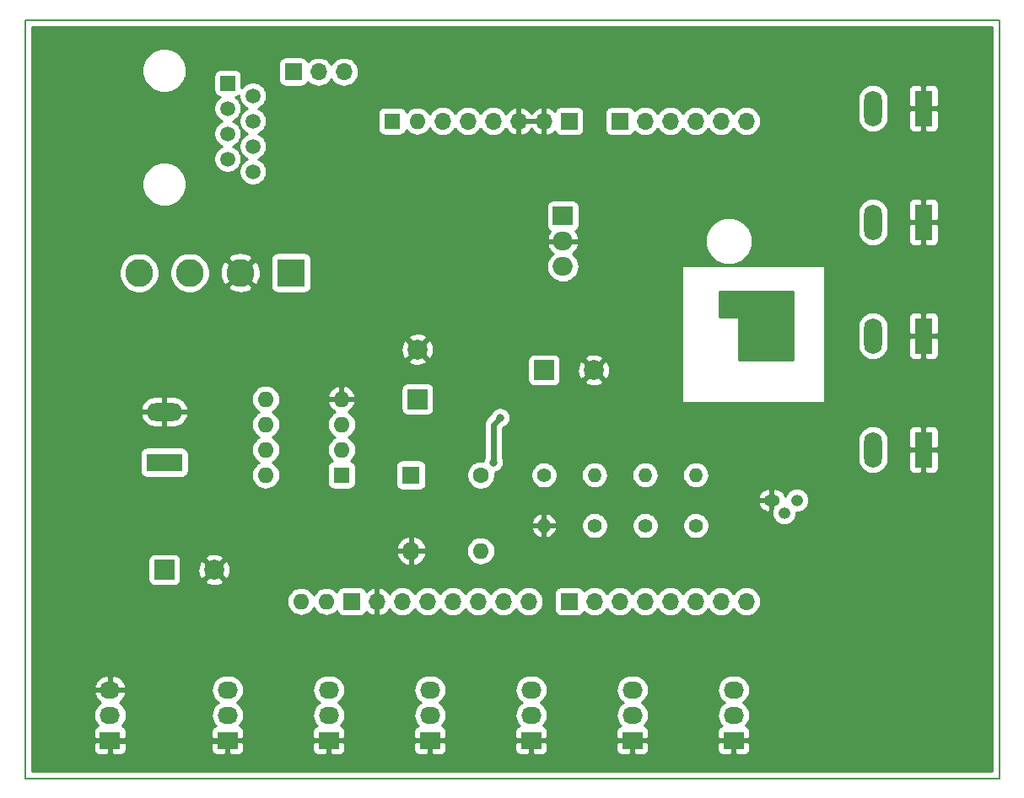
<source format=gbr>
G04 #@! TF.GenerationSoftware,KiCad,Pcbnew,(5.1.2)-1*
G04 #@! TF.CreationDate,2019-05-13T21:13:34+02:00*
G04 #@! TF.ProjectId,braccio shield,62726163-6369-46f2-9073-6869656c642e,rev?*
G04 #@! TF.SameCoordinates,Original*
G04 #@! TF.FileFunction,Copper,L2,Bot*
G04 #@! TF.FilePolarity,Positive*
%FSLAX46Y46*%
G04 Gerber Fmt 4.6, Leading zero omitted, Abs format (unit mm)*
G04 Created by KiCad (PCBNEW (5.1.2)-1) date 2019-05-13 21:13:34*
%MOMM*%
%LPD*%
G04 APERTURE LIST*
%ADD10C,0.150000*%
%ADD11R,2.030000X1.730000*%
%ADD12O,2.030000X1.730000*%
%ADD13O,1.700000X1.700000*%
%ADD14R,1.700000X1.700000*%
%ADD15R,1.500000X1.500000*%
%ADD16C,1.500000*%
%ADD17C,1.400000*%
%ADD18O,1.400000X1.400000*%
%ADD19C,1.600000*%
%ADD20O,1.600000X1.600000*%
%ADD21R,1.600000X1.600000*%
%ADD22R,1.800000X1.800000*%
%ADD23O,1.800000X1.800000*%
%ADD24C,2.800000*%
%ADD25R,2.800000X2.800000*%
%ADD26O,3.600000X1.800000*%
%ADD27R,3.600000X1.800000*%
%ADD28R,1.800000X3.600000*%
%ADD29O,1.800000X3.600000*%
%ADD30O,1.600000X1.200000*%
%ADD31O,1.200000X1.200000*%
%ADD32R,2.000000X1.905000*%
%ADD33O,2.000000X1.905000*%
%ADD34R,2.000000X2.000000*%
%ADD35C,2.000000*%
%ADD36C,0.800000*%
%ADD37C,1.000000*%
%ADD38C,0.600000*%
%ADD39C,0.254000*%
G04 APERTURE END LIST*
D10*
X45720000Y-30480000D02*
X53340000Y-30480000D01*
X53340000Y-106680000D02*
X45720000Y-106680000D01*
X143510000Y-106680000D02*
X143510000Y-30480000D01*
X53340000Y-106680000D02*
X143510000Y-106680000D01*
X45720000Y-30480000D02*
X45720000Y-106680000D01*
X143510000Y-30480000D02*
X53340000Y-30480000D01*
D11*
X54229000Y-102870000D03*
D12*
X54229000Y-100330000D03*
X54229000Y-97790000D03*
D13*
X77724000Y-35687000D03*
X75184000Y-35687000D03*
D14*
X72644000Y-35687000D03*
D15*
X66040000Y-36830000D03*
D16*
X68580000Y-38100000D03*
X66040000Y-39370000D03*
X68580000Y-40640000D03*
X66040000Y-41910000D03*
X68580000Y-43180000D03*
X66040000Y-44450000D03*
X68580000Y-45720000D03*
D17*
X97790000Y-76200000D03*
D18*
X97790000Y-81280000D03*
D19*
X91440000Y-76200000D03*
D20*
X91440000Y-83820000D03*
D18*
X113030000Y-76200000D03*
D17*
X113030000Y-81280000D03*
D18*
X102870000Y-76200000D03*
D17*
X102870000Y-81280000D03*
D20*
X73410000Y-88900000D03*
X75950000Y-88900000D03*
D21*
X82550000Y-40640000D03*
D20*
X113030000Y-88900000D03*
X85090000Y-40640000D03*
X110490000Y-88900000D03*
X87630000Y-40640000D03*
X107950000Y-88900000D03*
X90170000Y-40640000D03*
X105410000Y-88900000D03*
X92710000Y-40640000D03*
X102870000Y-88900000D03*
X95250000Y-40640000D03*
X100330000Y-88900000D03*
X97790000Y-40640000D03*
X96270000Y-88900000D03*
X100330000Y-40640000D03*
X93730000Y-88900000D03*
X105410000Y-40640000D03*
X91190000Y-88900000D03*
X107950000Y-40640000D03*
X88650000Y-88900000D03*
X110490000Y-40640000D03*
X86110000Y-88900000D03*
X113030000Y-40640000D03*
X83570000Y-88900000D03*
X115570000Y-40640000D03*
X81030000Y-88900000D03*
X118110000Y-40640000D03*
X78490000Y-88900000D03*
X118110000Y-88900000D03*
X115570000Y-88900000D03*
D22*
X84455000Y-76200000D03*
D23*
X84455000Y-83820000D03*
D24*
X57150000Y-55880000D03*
X62230000Y-55880000D03*
X67310000Y-55880000D03*
D25*
X72390000Y-55880000D03*
D26*
X59690000Y-69850000D03*
D27*
X59690000Y-74930000D03*
D14*
X100330000Y-88900000D03*
D13*
X102870000Y-88900000D03*
X105410000Y-88900000D03*
X107950000Y-88900000D03*
X110490000Y-88900000D03*
X113030000Y-88900000D03*
X115570000Y-88900000D03*
X118110000Y-88900000D03*
X96270000Y-88900000D03*
X93730000Y-88900000D03*
X91190000Y-88900000D03*
X88650000Y-88900000D03*
X86110000Y-88900000D03*
X83570000Y-88900000D03*
X81030000Y-88900000D03*
D14*
X78490000Y-88900000D03*
X105410000Y-40640000D03*
D13*
X107950000Y-40640000D03*
X110490000Y-40640000D03*
X113030000Y-40640000D03*
X115570000Y-40640000D03*
X118110000Y-40640000D03*
X87630000Y-40640000D03*
X90170000Y-40640000D03*
X92710000Y-40640000D03*
X95250000Y-40640000D03*
X97790000Y-40640000D03*
D14*
X100330000Y-40640000D03*
D11*
X116840000Y-102870000D03*
D12*
X116840000Y-100330000D03*
X116840000Y-97790000D03*
X106680000Y-97790000D03*
X106680000Y-100330000D03*
D11*
X106680000Y-102870000D03*
D12*
X96520000Y-97790000D03*
X96520000Y-100330000D03*
D11*
X96520000Y-102870000D03*
X86360000Y-102870000D03*
D12*
X86360000Y-100330000D03*
X86360000Y-97790000D03*
D11*
X76200000Y-102870000D03*
D12*
X76200000Y-100330000D03*
X76200000Y-97790000D03*
X66040000Y-97790000D03*
X66040000Y-100330000D03*
D11*
X66040000Y-102870000D03*
D28*
X135890000Y-73660000D03*
D29*
X130810000Y-73660000D03*
D28*
X135890000Y-62230000D03*
D29*
X130810000Y-62230000D03*
X130810000Y-39370000D03*
D28*
X135890000Y-39370000D03*
X135890000Y-50800000D03*
D29*
X130810000Y-50800000D03*
D30*
X120650000Y-78740000D03*
D31*
X121920000Y-80010000D03*
X123190000Y-78740000D03*
D17*
X107950000Y-81280000D03*
D18*
X107950000Y-76200000D03*
D21*
X77470000Y-76200000D03*
D20*
X69850000Y-68580000D03*
X77470000Y-73660000D03*
X69850000Y-71120000D03*
X77470000Y-71120000D03*
X69850000Y-73660000D03*
X77470000Y-68580000D03*
X69850000Y-76200000D03*
D32*
X99695000Y-50165000D03*
D33*
X99695000Y-52705000D03*
X99695000Y-55245000D03*
D34*
X59690000Y-85725000D03*
D35*
X64690000Y-85725000D03*
X85090000Y-63580000D03*
D34*
X85090000Y-68580000D03*
X97790000Y-65659000D03*
D35*
X102790000Y-65659000D03*
D36*
X92710000Y-74930000D03*
X93381759Y-70448241D03*
X121793000Y-58801000D03*
X120523000Y-58801000D03*
X119126000Y-58801000D03*
D37*
X122174000Y-62103000D03*
D36*
X116459000Y-58801000D03*
X117856000Y-58801000D03*
X118237000Y-63881000D03*
X119634000Y-63881000D03*
X121031000Y-63881000D03*
X122174000Y-63881000D03*
D37*
X120777000Y-62102996D03*
D36*
X120777000Y-60325000D03*
X119380000Y-60325000D03*
X122174000Y-60325000D03*
D38*
X54356000Y-102870000D02*
X54229000Y-102997000D01*
X66040000Y-102870000D02*
X54356000Y-102870000D01*
X92710000Y-71120000D02*
X93381759Y-70448241D01*
X92710000Y-74930000D02*
X92710000Y-71120000D01*
X121157996Y-61722000D02*
X120777000Y-62102996D01*
X122174000Y-62103000D02*
X121793000Y-61722000D01*
X121793000Y-61722000D02*
X121157996Y-61722000D01*
D39*
G36*
X122809000Y-64643000D02*
G01*
X117348000Y-64643000D01*
X117348000Y-60452000D01*
X117345560Y-60427224D01*
X117338333Y-60403399D01*
X117326597Y-60381443D01*
X117310803Y-60362197D01*
X117291557Y-60346403D01*
X117269601Y-60334667D01*
X117245776Y-60327440D01*
X117221000Y-60325000D01*
X115443000Y-60325000D01*
X115443000Y-57785000D01*
X122809000Y-57785000D01*
X122809000Y-64643000D01*
X122809000Y-64643000D01*
G37*
X122809000Y-64643000D02*
X117348000Y-64643000D01*
X117348000Y-60452000D01*
X117345560Y-60427224D01*
X117338333Y-60403399D01*
X117326597Y-60381443D01*
X117310803Y-60362197D01*
X117291557Y-60346403D01*
X117269601Y-60334667D01*
X117245776Y-60327440D01*
X117221000Y-60325000D01*
X115443000Y-60325000D01*
X115443000Y-57785000D01*
X122809000Y-57785000D01*
X122809000Y-64643000D01*
G36*
X142800000Y-105970000D02*
G01*
X46430000Y-105970000D01*
X46430000Y-103735000D01*
X52575928Y-103735000D01*
X52588188Y-103859482D01*
X52624498Y-103979180D01*
X52683463Y-104089494D01*
X52762815Y-104186185D01*
X52859506Y-104265537D01*
X52969820Y-104324502D01*
X53089518Y-104360812D01*
X53214000Y-104373072D01*
X53943250Y-104370000D01*
X54102000Y-104211250D01*
X54102000Y-102997000D01*
X54356000Y-102997000D01*
X54356000Y-104211250D01*
X54514750Y-104370000D01*
X55244000Y-104373072D01*
X55368482Y-104360812D01*
X55488180Y-104324502D01*
X55598494Y-104265537D01*
X55695185Y-104186185D01*
X55774537Y-104089494D01*
X55833502Y-103979180D01*
X55869812Y-103859482D01*
X55882072Y-103735000D01*
X64386928Y-103735000D01*
X64399188Y-103859482D01*
X64435498Y-103979180D01*
X64494463Y-104089494D01*
X64573815Y-104186185D01*
X64670506Y-104265537D01*
X64780820Y-104324502D01*
X64900518Y-104360812D01*
X65025000Y-104373072D01*
X65754250Y-104370000D01*
X65913000Y-104211250D01*
X65913000Y-102997000D01*
X66167000Y-102997000D01*
X66167000Y-104211250D01*
X66325750Y-104370000D01*
X67055000Y-104373072D01*
X67179482Y-104360812D01*
X67299180Y-104324502D01*
X67409494Y-104265537D01*
X67506185Y-104186185D01*
X67585537Y-104089494D01*
X67644502Y-103979180D01*
X67680812Y-103859482D01*
X67693072Y-103735000D01*
X74546928Y-103735000D01*
X74559188Y-103859482D01*
X74595498Y-103979180D01*
X74654463Y-104089494D01*
X74733815Y-104186185D01*
X74830506Y-104265537D01*
X74940820Y-104324502D01*
X75060518Y-104360812D01*
X75185000Y-104373072D01*
X75914250Y-104370000D01*
X76073000Y-104211250D01*
X76073000Y-102997000D01*
X76327000Y-102997000D01*
X76327000Y-104211250D01*
X76485750Y-104370000D01*
X77215000Y-104373072D01*
X77339482Y-104360812D01*
X77459180Y-104324502D01*
X77569494Y-104265537D01*
X77666185Y-104186185D01*
X77745537Y-104089494D01*
X77804502Y-103979180D01*
X77840812Y-103859482D01*
X77853072Y-103735000D01*
X84706928Y-103735000D01*
X84719188Y-103859482D01*
X84755498Y-103979180D01*
X84814463Y-104089494D01*
X84893815Y-104186185D01*
X84990506Y-104265537D01*
X85100820Y-104324502D01*
X85220518Y-104360812D01*
X85345000Y-104373072D01*
X86074250Y-104370000D01*
X86233000Y-104211250D01*
X86233000Y-102997000D01*
X86487000Y-102997000D01*
X86487000Y-104211250D01*
X86645750Y-104370000D01*
X87375000Y-104373072D01*
X87499482Y-104360812D01*
X87619180Y-104324502D01*
X87729494Y-104265537D01*
X87826185Y-104186185D01*
X87905537Y-104089494D01*
X87964502Y-103979180D01*
X88000812Y-103859482D01*
X88013072Y-103735000D01*
X94866928Y-103735000D01*
X94879188Y-103859482D01*
X94915498Y-103979180D01*
X94974463Y-104089494D01*
X95053815Y-104186185D01*
X95150506Y-104265537D01*
X95260820Y-104324502D01*
X95380518Y-104360812D01*
X95505000Y-104373072D01*
X96234250Y-104370000D01*
X96393000Y-104211250D01*
X96393000Y-102997000D01*
X96647000Y-102997000D01*
X96647000Y-104211250D01*
X96805750Y-104370000D01*
X97535000Y-104373072D01*
X97659482Y-104360812D01*
X97779180Y-104324502D01*
X97889494Y-104265537D01*
X97986185Y-104186185D01*
X98065537Y-104089494D01*
X98124502Y-103979180D01*
X98160812Y-103859482D01*
X98173072Y-103735000D01*
X105026928Y-103735000D01*
X105039188Y-103859482D01*
X105075498Y-103979180D01*
X105134463Y-104089494D01*
X105213815Y-104186185D01*
X105310506Y-104265537D01*
X105420820Y-104324502D01*
X105540518Y-104360812D01*
X105665000Y-104373072D01*
X106394250Y-104370000D01*
X106553000Y-104211250D01*
X106553000Y-102997000D01*
X106807000Y-102997000D01*
X106807000Y-104211250D01*
X106965750Y-104370000D01*
X107695000Y-104373072D01*
X107819482Y-104360812D01*
X107939180Y-104324502D01*
X108049494Y-104265537D01*
X108146185Y-104186185D01*
X108225537Y-104089494D01*
X108284502Y-103979180D01*
X108320812Y-103859482D01*
X108333072Y-103735000D01*
X115186928Y-103735000D01*
X115199188Y-103859482D01*
X115235498Y-103979180D01*
X115294463Y-104089494D01*
X115373815Y-104186185D01*
X115470506Y-104265537D01*
X115580820Y-104324502D01*
X115700518Y-104360812D01*
X115825000Y-104373072D01*
X116554250Y-104370000D01*
X116713000Y-104211250D01*
X116713000Y-102997000D01*
X116967000Y-102997000D01*
X116967000Y-104211250D01*
X117125750Y-104370000D01*
X117855000Y-104373072D01*
X117979482Y-104360812D01*
X118099180Y-104324502D01*
X118209494Y-104265537D01*
X118306185Y-104186185D01*
X118385537Y-104089494D01*
X118444502Y-103979180D01*
X118480812Y-103859482D01*
X118493072Y-103735000D01*
X118490000Y-103155750D01*
X118331250Y-102997000D01*
X116967000Y-102997000D01*
X116713000Y-102997000D01*
X115348750Y-102997000D01*
X115190000Y-103155750D01*
X115186928Y-103735000D01*
X108333072Y-103735000D01*
X108330000Y-103155750D01*
X108171250Y-102997000D01*
X106807000Y-102997000D01*
X106553000Y-102997000D01*
X105188750Y-102997000D01*
X105030000Y-103155750D01*
X105026928Y-103735000D01*
X98173072Y-103735000D01*
X98170000Y-103155750D01*
X98011250Y-102997000D01*
X96647000Y-102997000D01*
X96393000Y-102997000D01*
X95028750Y-102997000D01*
X94870000Y-103155750D01*
X94866928Y-103735000D01*
X88013072Y-103735000D01*
X88010000Y-103155750D01*
X87851250Y-102997000D01*
X86487000Y-102997000D01*
X86233000Y-102997000D01*
X84868750Y-102997000D01*
X84710000Y-103155750D01*
X84706928Y-103735000D01*
X77853072Y-103735000D01*
X77850000Y-103155750D01*
X77691250Y-102997000D01*
X76327000Y-102997000D01*
X76073000Y-102997000D01*
X74708750Y-102997000D01*
X74550000Y-103155750D01*
X74546928Y-103735000D01*
X67693072Y-103735000D01*
X67690000Y-103155750D01*
X67531250Y-102997000D01*
X66167000Y-102997000D01*
X65913000Y-102997000D01*
X64548750Y-102997000D01*
X64390000Y-103155750D01*
X64386928Y-103735000D01*
X55882072Y-103735000D01*
X55879000Y-103155750D01*
X55720250Y-102997000D01*
X54356000Y-102997000D01*
X54102000Y-102997000D01*
X52737750Y-102997000D01*
X52579000Y-103155750D01*
X52575928Y-103735000D01*
X46430000Y-103735000D01*
X46430000Y-100330000D01*
X52571743Y-100330000D01*
X52600705Y-100624051D01*
X52686476Y-100906802D01*
X52825762Y-101167387D01*
X53013208Y-101395792D01*
X53019030Y-101400570D01*
X52969820Y-101415498D01*
X52859506Y-101474463D01*
X52762815Y-101553815D01*
X52683463Y-101650506D01*
X52624498Y-101760820D01*
X52588188Y-101880518D01*
X52575928Y-102005000D01*
X52579000Y-102584250D01*
X52737750Y-102743000D01*
X54102000Y-102743000D01*
X54102000Y-102723000D01*
X54356000Y-102723000D01*
X54356000Y-102743000D01*
X55720250Y-102743000D01*
X55879000Y-102584250D01*
X55882072Y-102005000D01*
X55869812Y-101880518D01*
X55833502Y-101760820D01*
X55774537Y-101650506D01*
X55695185Y-101553815D01*
X55598494Y-101474463D01*
X55488180Y-101415498D01*
X55438970Y-101400570D01*
X55444792Y-101395792D01*
X55632238Y-101167387D01*
X55771524Y-100906802D01*
X55857295Y-100624051D01*
X55886257Y-100330000D01*
X55857295Y-100035949D01*
X55771524Y-99753198D01*
X55632238Y-99492613D01*
X55444792Y-99264208D01*
X55216387Y-99076762D01*
X55178297Y-99056402D01*
X55380972Y-98907810D01*
X55579793Y-98690857D01*
X55732469Y-98439284D01*
X55833131Y-98162759D01*
X55835346Y-98149246D01*
X55714224Y-97917000D01*
X54356000Y-97917000D01*
X54356000Y-97937000D01*
X54102000Y-97937000D01*
X54102000Y-97917000D01*
X52743776Y-97917000D01*
X52622654Y-98149246D01*
X52624869Y-98162759D01*
X52725531Y-98439284D01*
X52878207Y-98690857D01*
X53077028Y-98907810D01*
X53279703Y-99056402D01*
X53241613Y-99076762D01*
X53013208Y-99264208D01*
X52825762Y-99492613D01*
X52686476Y-99753198D01*
X52600705Y-100035949D01*
X52571743Y-100330000D01*
X46430000Y-100330000D01*
X46430000Y-97790000D01*
X64382743Y-97790000D01*
X64411705Y-98084051D01*
X64497476Y-98366802D01*
X64636762Y-98627387D01*
X64824208Y-98855792D01*
X65052613Y-99043238D01*
X65083972Y-99060000D01*
X65052613Y-99076762D01*
X64824208Y-99264208D01*
X64636762Y-99492613D01*
X64497476Y-99753198D01*
X64411705Y-100035949D01*
X64382743Y-100330000D01*
X64411705Y-100624051D01*
X64497476Y-100906802D01*
X64636762Y-101167387D01*
X64824208Y-101395792D01*
X64830030Y-101400570D01*
X64780820Y-101415498D01*
X64670506Y-101474463D01*
X64573815Y-101553815D01*
X64494463Y-101650506D01*
X64435498Y-101760820D01*
X64399188Y-101880518D01*
X64386928Y-102005000D01*
X64390000Y-102584250D01*
X64548750Y-102743000D01*
X65913000Y-102743000D01*
X65913000Y-102723000D01*
X66167000Y-102723000D01*
X66167000Y-102743000D01*
X67531250Y-102743000D01*
X67690000Y-102584250D01*
X67693072Y-102005000D01*
X67680812Y-101880518D01*
X67644502Y-101760820D01*
X67585537Y-101650506D01*
X67506185Y-101553815D01*
X67409494Y-101474463D01*
X67299180Y-101415498D01*
X67249970Y-101400570D01*
X67255792Y-101395792D01*
X67443238Y-101167387D01*
X67582524Y-100906802D01*
X67668295Y-100624051D01*
X67697257Y-100330000D01*
X67668295Y-100035949D01*
X67582524Y-99753198D01*
X67443238Y-99492613D01*
X67255792Y-99264208D01*
X67027387Y-99076762D01*
X66996028Y-99060000D01*
X67027387Y-99043238D01*
X67255792Y-98855792D01*
X67443238Y-98627387D01*
X67582524Y-98366802D01*
X67668295Y-98084051D01*
X67697257Y-97790000D01*
X74542743Y-97790000D01*
X74571705Y-98084051D01*
X74657476Y-98366802D01*
X74796762Y-98627387D01*
X74984208Y-98855792D01*
X75212613Y-99043238D01*
X75243972Y-99060000D01*
X75212613Y-99076762D01*
X74984208Y-99264208D01*
X74796762Y-99492613D01*
X74657476Y-99753198D01*
X74571705Y-100035949D01*
X74542743Y-100330000D01*
X74571705Y-100624051D01*
X74657476Y-100906802D01*
X74796762Y-101167387D01*
X74984208Y-101395792D01*
X74990030Y-101400570D01*
X74940820Y-101415498D01*
X74830506Y-101474463D01*
X74733815Y-101553815D01*
X74654463Y-101650506D01*
X74595498Y-101760820D01*
X74559188Y-101880518D01*
X74546928Y-102005000D01*
X74550000Y-102584250D01*
X74708750Y-102743000D01*
X76073000Y-102743000D01*
X76073000Y-102723000D01*
X76327000Y-102723000D01*
X76327000Y-102743000D01*
X77691250Y-102743000D01*
X77850000Y-102584250D01*
X77853072Y-102005000D01*
X77840812Y-101880518D01*
X77804502Y-101760820D01*
X77745537Y-101650506D01*
X77666185Y-101553815D01*
X77569494Y-101474463D01*
X77459180Y-101415498D01*
X77409970Y-101400570D01*
X77415792Y-101395792D01*
X77603238Y-101167387D01*
X77742524Y-100906802D01*
X77828295Y-100624051D01*
X77857257Y-100330000D01*
X77828295Y-100035949D01*
X77742524Y-99753198D01*
X77603238Y-99492613D01*
X77415792Y-99264208D01*
X77187387Y-99076762D01*
X77156028Y-99060000D01*
X77187387Y-99043238D01*
X77415792Y-98855792D01*
X77603238Y-98627387D01*
X77742524Y-98366802D01*
X77828295Y-98084051D01*
X77857257Y-97790000D01*
X84702743Y-97790000D01*
X84731705Y-98084051D01*
X84817476Y-98366802D01*
X84956762Y-98627387D01*
X85144208Y-98855792D01*
X85372613Y-99043238D01*
X85403972Y-99060000D01*
X85372613Y-99076762D01*
X85144208Y-99264208D01*
X84956762Y-99492613D01*
X84817476Y-99753198D01*
X84731705Y-100035949D01*
X84702743Y-100330000D01*
X84731705Y-100624051D01*
X84817476Y-100906802D01*
X84956762Y-101167387D01*
X85144208Y-101395792D01*
X85150030Y-101400570D01*
X85100820Y-101415498D01*
X84990506Y-101474463D01*
X84893815Y-101553815D01*
X84814463Y-101650506D01*
X84755498Y-101760820D01*
X84719188Y-101880518D01*
X84706928Y-102005000D01*
X84710000Y-102584250D01*
X84868750Y-102743000D01*
X86233000Y-102743000D01*
X86233000Y-102723000D01*
X86487000Y-102723000D01*
X86487000Y-102743000D01*
X87851250Y-102743000D01*
X88010000Y-102584250D01*
X88013072Y-102005000D01*
X88000812Y-101880518D01*
X87964502Y-101760820D01*
X87905537Y-101650506D01*
X87826185Y-101553815D01*
X87729494Y-101474463D01*
X87619180Y-101415498D01*
X87569970Y-101400570D01*
X87575792Y-101395792D01*
X87763238Y-101167387D01*
X87902524Y-100906802D01*
X87988295Y-100624051D01*
X88017257Y-100330000D01*
X87988295Y-100035949D01*
X87902524Y-99753198D01*
X87763238Y-99492613D01*
X87575792Y-99264208D01*
X87347387Y-99076762D01*
X87316028Y-99060000D01*
X87347387Y-99043238D01*
X87575792Y-98855792D01*
X87763238Y-98627387D01*
X87902524Y-98366802D01*
X87988295Y-98084051D01*
X88017257Y-97790000D01*
X94862743Y-97790000D01*
X94891705Y-98084051D01*
X94977476Y-98366802D01*
X95116762Y-98627387D01*
X95304208Y-98855792D01*
X95532613Y-99043238D01*
X95563972Y-99060000D01*
X95532613Y-99076762D01*
X95304208Y-99264208D01*
X95116762Y-99492613D01*
X94977476Y-99753198D01*
X94891705Y-100035949D01*
X94862743Y-100330000D01*
X94891705Y-100624051D01*
X94977476Y-100906802D01*
X95116762Y-101167387D01*
X95304208Y-101395792D01*
X95310030Y-101400570D01*
X95260820Y-101415498D01*
X95150506Y-101474463D01*
X95053815Y-101553815D01*
X94974463Y-101650506D01*
X94915498Y-101760820D01*
X94879188Y-101880518D01*
X94866928Y-102005000D01*
X94870000Y-102584250D01*
X95028750Y-102743000D01*
X96393000Y-102743000D01*
X96393000Y-102723000D01*
X96647000Y-102723000D01*
X96647000Y-102743000D01*
X98011250Y-102743000D01*
X98170000Y-102584250D01*
X98173072Y-102005000D01*
X98160812Y-101880518D01*
X98124502Y-101760820D01*
X98065537Y-101650506D01*
X97986185Y-101553815D01*
X97889494Y-101474463D01*
X97779180Y-101415498D01*
X97729970Y-101400570D01*
X97735792Y-101395792D01*
X97923238Y-101167387D01*
X98062524Y-100906802D01*
X98148295Y-100624051D01*
X98177257Y-100330000D01*
X98148295Y-100035949D01*
X98062524Y-99753198D01*
X97923238Y-99492613D01*
X97735792Y-99264208D01*
X97507387Y-99076762D01*
X97476028Y-99060000D01*
X97507387Y-99043238D01*
X97735792Y-98855792D01*
X97923238Y-98627387D01*
X98062524Y-98366802D01*
X98148295Y-98084051D01*
X98177257Y-97790000D01*
X105022743Y-97790000D01*
X105051705Y-98084051D01*
X105137476Y-98366802D01*
X105276762Y-98627387D01*
X105464208Y-98855792D01*
X105692613Y-99043238D01*
X105723972Y-99060000D01*
X105692613Y-99076762D01*
X105464208Y-99264208D01*
X105276762Y-99492613D01*
X105137476Y-99753198D01*
X105051705Y-100035949D01*
X105022743Y-100330000D01*
X105051705Y-100624051D01*
X105137476Y-100906802D01*
X105276762Y-101167387D01*
X105464208Y-101395792D01*
X105470030Y-101400570D01*
X105420820Y-101415498D01*
X105310506Y-101474463D01*
X105213815Y-101553815D01*
X105134463Y-101650506D01*
X105075498Y-101760820D01*
X105039188Y-101880518D01*
X105026928Y-102005000D01*
X105030000Y-102584250D01*
X105188750Y-102743000D01*
X106553000Y-102743000D01*
X106553000Y-102723000D01*
X106807000Y-102723000D01*
X106807000Y-102743000D01*
X108171250Y-102743000D01*
X108330000Y-102584250D01*
X108333072Y-102005000D01*
X108320812Y-101880518D01*
X108284502Y-101760820D01*
X108225537Y-101650506D01*
X108146185Y-101553815D01*
X108049494Y-101474463D01*
X107939180Y-101415498D01*
X107889970Y-101400570D01*
X107895792Y-101395792D01*
X108083238Y-101167387D01*
X108222524Y-100906802D01*
X108308295Y-100624051D01*
X108337257Y-100330000D01*
X108308295Y-100035949D01*
X108222524Y-99753198D01*
X108083238Y-99492613D01*
X107895792Y-99264208D01*
X107667387Y-99076762D01*
X107636028Y-99060000D01*
X107667387Y-99043238D01*
X107895792Y-98855792D01*
X108083238Y-98627387D01*
X108222524Y-98366802D01*
X108308295Y-98084051D01*
X108337257Y-97790000D01*
X115182743Y-97790000D01*
X115211705Y-98084051D01*
X115297476Y-98366802D01*
X115436762Y-98627387D01*
X115624208Y-98855792D01*
X115852613Y-99043238D01*
X115883972Y-99060000D01*
X115852613Y-99076762D01*
X115624208Y-99264208D01*
X115436762Y-99492613D01*
X115297476Y-99753198D01*
X115211705Y-100035949D01*
X115182743Y-100330000D01*
X115211705Y-100624051D01*
X115297476Y-100906802D01*
X115436762Y-101167387D01*
X115624208Y-101395792D01*
X115630030Y-101400570D01*
X115580820Y-101415498D01*
X115470506Y-101474463D01*
X115373815Y-101553815D01*
X115294463Y-101650506D01*
X115235498Y-101760820D01*
X115199188Y-101880518D01*
X115186928Y-102005000D01*
X115190000Y-102584250D01*
X115348750Y-102743000D01*
X116713000Y-102743000D01*
X116713000Y-102723000D01*
X116967000Y-102723000D01*
X116967000Y-102743000D01*
X118331250Y-102743000D01*
X118490000Y-102584250D01*
X118493072Y-102005000D01*
X118480812Y-101880518D01*
X118444502Y-101760820D01*
X118385537Y-101650506D01*
X118306185Y-101553815D01*
X118209494Y-101474463D01*
X118099180Y-101415498D01*
X118049970Y-101400570D01*
X118055792Y-101395792D01*
X118243238Y-101167387D01*
X118382524Y-100906802D01*
X118468295Y-100624051D01*
X118497257Y-100330000D01*
X118468295Y-100035949D01*
X118382524Y-99753198D01*
X118243238Y-99492613D01*
X118055792Y-99264208D01*
X117827387Y-99076762D01*
X117796028Y-99060000D01*
X117827387Y-99043238D01*
X118055792Y-98855792D01*
X118243238Y-98627387D01*
X118382524Y-98366802D01*
X118468295Y-98084051D01*
X118497257Y-97790000D01*
X118468295Y-97495949D01*
X118382524Y-97213198D01*
X118243238Y-96952613D01*
X118055792Y-96724208D01*
X117827387Y-96536762D01*
X117566802Y-96397476D01*
X117284051Y-96311705D01*
X117063680Y-96290000D01*
X116616320Y-96290000D01*
X116395949Y-96311705D01*
X116113198Y-96397476D01*
X115852613Y-96536762D01*
X115624208Y-96724208D01*
X115436762Y-96952613D01*
X115297476Y-97213198D01*
X115211705Y-97495949D01*
X115182743Y-97790000D01*
X108337257Y-97790000D01*
X108308295Y-97495949D01*
X108222524Y-97213198D01*
X108083238Y-96952613D01*
X107895792Y-96724208D01*
X107667387Y-96536762D01*
X107406802Y-96397476D01*
X107124051Y-96311705D01*
X106903680Y-96290000D01*
X106456320Y-96290000D01*
X106235949Y-96311705D01*
X105953198Y-96397476D01*
X105692613Y-96536762D01*
X105464208Y-96724208D01*
X105276762Y-96952613D01*
X105137476Y-97213198D01*
X105051705Y-97495949D01*
X105022743Y-97790000D01*
X98177257Y-97790000D01*
X98148295Y-97495949D01*
X98062524Y-97213198D01*
X97923238Y-96952613D01*
X97735792Y-96724208D01*
X97507387Y-96536762D01*
X97246802Y-96397476D01*
X96964051Y-96311705D01*
X96743680Y-96290000D01*
X96296320Y-96290000D01*
X96075949Y-96311705D01*
X95793198Y-96397476D01*
X95532613Y-96536762D01*
X95304208Y-96724208D01*
X95116762Y-96952613D01*
X94977476Y-97213198D01*
X94891705Y-97495949D01*
X94862743Y-97790000D01*
X88017257Y-97790000D01*
X87988295Y-97495949D01*
X87902524Y-97213198D01*
X87763238Y-96952613D01*
X87575792Y-96724208D01*
X87347387Y-96536762D01*
X87086802Y-96397476D01*
X86804051Y-96311705D01*
X86583680Y-96290000D01*
X86136320Y-96290000D01*
X85915949Y-96311705D01*
X85633198Y-96397476D01*
X85372613Y-96536762D01*
X85144208Y-96724208D01*
X84956762Y-96952613D01*
X84817476Y-97213198D01*
X84731705Y-97495949D01*
X84702743Y-97790000D01*
X77857257Y-97790000D01*
X77828295Y-97495949D01*
X77742524Y-97213198D01*
X77603238Y-96952613D01*
X77415792Y-96724208D01*
X77187387Y-96536762D01*
X76926802Y-96397476D01*
X76644051Y-96311705D01*
X76423680Y-96290000D01*
X75976320Y-96290000D01*
X75755949Y-96311705D01*
X75473198Y-96397476D01*
X75212613Y-96536762D01*
X74984208Y-96724208D01*
X74796762Y-96952613D01*
X74657476Y-97213198D01*
X74571705Y-97495949D01*
X74542743Y-97790000D01*
X67697257Y-97790000D01*
X67668295Y-97495949D01*
X67582524Y-97213198D01*
X67443238Y-96952613D01*
X67255792Y-96724208D01*
X67027387Y-96536762D01*
X66766802Y-96397476D01*
X66484051Y-96311705D01*
X66263680Y-96290000D01*
X65816320Y-96290000D01*
X65595949Y-96311705D01*
X65313198Y-96397476D01*
X65052613Y-96536762D01*
X64824208Y-96724208D01*
X64636762Y-96952613D01*
X64497476Y-97213198D01*
X64411705Y-97495949D01*
X64382743Y-97790000D01*
X46430000Y-97790000D01*
X46430000Y-97430754D01*
X52622654Y-97430754D01*
X52743776Y-97663000D01*
X54102000Y-97663000D01*
X54102000Y-96447778D01*
X54356000Y-96447778D01*
X54356000Y-97663000D01*
X55714224Y-97663000D01*
X55835346Y-97430754D01*
X55833131Y-97417241D01*
X55732469Y-97140716D01*
X55579793Y-96889143D01*
X55380972Y-96672190D01*
X55143645Y-96498193D01*
X54876934Y-96373840D01*
X54591087Y-96303909D01*
X54356000Y-96447778D01*
X54102000Y-96447778D01*
X53866913Y-96303909D01*
X53581066Y-96373840D01*
X53314355Y-96498193D01*
X53077028Y-96672190D01*
X52878207Y-96889143D01*
X52725531Y-97140716D01*
X52624869Y-97417241D01*
X52622654Y-97430754D01*
X46430000Y-97430754D01*
X46430000Y-88900000D01*
X71968057Y-88900000D01*
X71995764Y-89181309D01*
X72077818Y-89451808D01*
X72211068Y-89701101D01*
X72390392Y-89919608D01*
X72608899Y-90098932D01*
X72858192Y-90232182D01*
X73128691Y-90314236D01*
X73339508Y-90335000D01*
X73480492Y-90335000D01*
X73691309Y-90314236D01*
X73961808Y-90232182D01*
X74211101Y-90098932D01*
X74429608Y-89919608D01*
X74608932Y-89701101D01*
X74680000Y-89568142D01*
X74751068Y-89701101D01*
X74930392Y-89919608D01*
X75148899Y-90098932D01*
X75398192Y-90232182D01*
X75668691Y-90314236D01*
X75879508Y-90335000D01*
X76020492Y-90335000D01*
X76231309Y-90314236D01*
X76501808Y-90232182D01*
X76751101Y-90098932D01*
X76969608Y-89919608D01*
X77013379Y-89866272D01*
X77014188Y-89874482D01*
X77050498Y-89994180D01*
X77109463Y-90104494D01*
X77188815Y-90201185D01*
X77285506Y-90280537D01*
X77395820Y-90339502D01*
X77515518Y-90375812D01*
X77640000Y-90388072D01*
X79340000Y-90388072D01*
X79464482Y-90375812D01*
X79584180Y-90339502D01*
X79694494Y-90280537D01*
X79791185Y-90201185D01*
X79870537Y-90104494D01*
X79929502Y-89994180D01*
X79953966Y-89913534D01*
X80029731Y-89997588D01*
X80263080Y-90171641D01*
X80525901Y-90296825D01*
X80673110Y-90341476D01*
X80903000Y-90220155D01*
X80903000Y-89027000D01*
X80883000Y-89027000D01*
X80883000Y-88773000D01*
X80903000Y-88773000D01*
X80903000Y-87579845D01*
X81157000Y-87579845D01*
X81157000Y-88773000D01*
X81177000Y-88773000D01*
X81177000Y-89027000D01*
X81157000Y-89027000D01*
X81157000Y-90220155D01*
X81386890Y-90341476D01*
X81534099Y-90296825D01*
X81796920Y-90171641D01*
X82030269Y-89997588D01*
X82225178Y-89781355D01*
X82294799Y-89664477D01*
X82329294Y-89729014D01*
X82514866Y-89955134D01*
X82740986Y-90140706D01*
X82998966Y-90278599D01*
X83278889Y-90363513D01*
X83497050Y-90385000D01*
X83642950Y-90385000D01*
X83861111Y-90363513D01*
X84141034Y-90278599D01*
X84399014Y-90140706D01*
X84625134Y-89955134D01*
X84810706Y-89729014D01*
X84840000Y-89674209D01*
X84869294Y-89729014D01*
X85054866Y-89955134D01*
X85280986Y-90140706D01*
X85538966Y-90278599D01*
X85818889Y-90363513D01*
X86037050Y-90385000D01*
X86182950Y-90385000D01*
X86401111Y-90363513D01*
X86681034Y-90278599D01*
X86939014Y-90140706D01*
X87165134Y-89955134D01*
X87350706Y-89729014D01*
X87380000Y-89674209D01*
X87409294Y-89729014D01*
X87594866Y-89955134D01*
X87820986Y-90140706D01*
X88078966Y-90278599D01*
X88358889Y-90363513D01*
X88577050Y-90385000D01*
X88722950Y-90385000D01*
X88941111Y-90363513D01*
X89221034Y-90278599D01*
X89479014Y-90140706D01*
X89705134Y-89955134D01*
X89890706Y-89729014D01*
X89920000Y-89674209D01*
X89949294Y-89729014D01*
X90134866Y-89955134D01*
X90360986Y-90140706D01*
X90618966Y-90278599D01*
X90898889Y-90363513D01*
X91117050Y-90385000D01*
X91262950Y-90385000D01*
X91481111Y-90363513D01*
X91761034Y-90278599D01*
X92019014Y-90140706D01*
X92245134Y-89955134D01*
X92430706Y-89729014D01*
X92460000Y-89674209D01*
X92489294Y-89729014D01*
X92674866Y-89955134D01*
X92900986Y-90140706D01*
X93158966Y-90278599D01*
X93438889Y-90363513D01*
X93657050Y-90385000D01*
X93802950Y-90385000D01*
X94021111Y-90363513D01*
X94301034Y-90278599D01*
X94559014Y-90140706D01*
X94785134Y-89955134D01*
X94970706Y-89729014D01*
X95000000Y-89674209D01*
X95029294Y-89729014D01*
X95214866Y-89955134D01*
X95440986Y-90140706D01*
X95698966Y-90278599D01*
X95978889Y-90363513D01*
X96197050Y-90385000D01*
X96342950Y-90385000D01*
X96561111Y-90363513D01*
X96841034Y-90278599D01*
X97099014Y-90140706D01*
X97325134Y-89955134D01*
X97510706Y-89729014D01*
X97648599Y-89471034D01*
X97733513Y-89191111D01*
X97762185Y-88900000D01*
X97733513Y-88608889D01*
X97648599Y-88328966D01*
X97510706Y-88070986D01*
X97493484Y-88050000D01*
X98841928Y-88050000D01*
X98841928Y-89750000D01*
X98854188Y-89874482D01*
X98890498Y-89994180D01*
X98949463Y-90104494D01*
X99028815Y-90201185D01*
X99125506Y-90280537D01*
X99235820Y-90339502D01*
X99355518Y-90375812D01*
X99480000Y-90388072D01*
X101180000Y-90388072D01*
X101304482Y-90375812D01*
X101424180Y-90339502D01*
X101534494Y-90280537D01*
X101631185Y-90201185D01*
X101710537Y-90104494D01*
X101769502Y-89994180D01*
X101790393Y-89925313D01*
X101814866Y-89955134D01*
X102040986Y-90140706D01*
X102298966Y-90278599D01*
X102578889Y-90363513D01*
X102797050Y-90385000D01*
X102942950Y-90385000D01*
X103161111Y-90363513D01*
X103441034Y-90278599D01*
X103699014Y-90140706D01*
X103925134Y-89955134D01*
X104110706Y-89729014D01*
X104140000Y-89674209D01*
X104169294Y-89729014D01*
X104354866Y-89955134D01*
X104580986Y-90140706D01*
X104838966Y-90278599D01*
X105118889Y-90363513D01*
X105337050Y-90385000D01*
X105482950Y-90385000D01*
X105701111Y-90363513D01*
X105981034Y-90278599D01*
X106239014Y-90140706D01*
X106465134Y-89955134D01*
X106650706Y-89729014D01*
X106680000Y-89674209D01*
X106709294Y-89729014D01*
X106894866Y-89955134D01*
X107120986Y-90140706D01*
X107378966Y-90278599D01*
X107658889Y-90363513D01*
X107877050Y-90385000D01*
X108022950Y-90385000D01*
X108241111Y-90363513D01*
X108521034Y-90278599D01*
X108779014Y-90140706D01*
X109005134Y-89955134D01*
X109190706Y-89729014D01*
X109220000Y-89674209D01*
X109249294Y-89729014D01*
X109434866Y-89955134D01*
X109660986Y-90140706D01*
X109918966Y-90278599D01*
X110198889Y-90363513D01*
X110417050Y-90385000D01*
X110562950Y-90385000D01*
X110781111Y-90363513D01*
X111061034Y-90278599D01*
X111319014Y-90140706D01*
X111545134Y-89955134D01*
X111730706Y-89729014D01*
X111760000Y-89674209D01*
X111789294Y-89729014D01*
X111974866Y-89955134D01*
X112200986Y-90140706D01*
X112458966Y-90278599D01*
X112738889Y-90363513D01*
X112957050Y-90385000D01*
X113102950Y-90385000D01*
X113321111Y-90363513D01*
X113601034Y-90278599D01*
X113859014Y-90140706D01*
X114085134Y-89955134D01*
X114270706Y-89729014D01*
X114300000Y-89674209D01*
X114329294Y-89729014D01*
X114514866Y-89955134D01*
X114740986Y-90140706D01*
X114998966Y-90278599D01*
X115278889Y-90363513D01*
X115497050Y-90385000D01*
X115642950Y-90385000D01*
X115861111Y-90363513D01*
X116141034Y-90278599D01*
X116399014Y-90140706D01*
X116625134Y-89955134D01*
X116810706Y-89729014D01*
X116840000Y-89674209D01*
X116869294Y-89729014D01*
X117054866Y-89955134D01*
X117280986Y-90140706D01*
X117538966Y-90278599D01*
X117818889Y-90363513D01*
X118037050Y-90385000D01*
X118182950Y-90385000D01*
X118401111Y-90363513D01*
X118681034Y-90278599D01*
X118939014Y-90140706D01*
X119165134Y-89955134D01*
X119350706Y-89729014D01*
X119488599Y-89471034D01*
X119573513Y-89191111D01*
X119602185Y-88900000D01*
X119573513Y-88608889D01*
X119488599Y-88328966D01*
X119350706Y-88070986D01*
X119165134Y-87844866D01*
X118939014Y-87659294D01*
X118681034Y-87521401D01*
X118401111Y-87436487D01*
X118182950Y-87415000D01*
X118037050Y-87415000D01*
X117818889Y-87436487D01*
X117538966Y-87521401D01*
X117280986Y-87659294D01*
X117054866Y-87844866D01*
X116869294Y-88070986D01*
X116840000Y-88125791D01*
X116810706Y-88070986D01*
X116625134Y-87844866D01*
X116399014Y-87659294D01*
X116141034Y-87521401D01*
X115861111Y-87436487D01*
X115642950Y-87415000D01*
X115497050Y-87415000D01*
X115278889Y-87436487D01*
X114998966Y-87521401D01*
X114740986Y-87659294D01*
X114514866Y-87844866D01*
X114329294Y-88070986D01*
X114300000Y-88125791D01*
X114270706Y-88070986D01*
X114085134Y-87844866D01*
X113859014Y-87659294D01*
X113601034Y-87521401D01*
X113321111Y-87436487D01*
X113102950Y-87415000D01*
X112957050Y-87415000D01*
X112738889Y-87436487D01*
X112458966Y-87521401D01*
X112200986Y-87659294D01*
X111974866Y-87844866D01*
X111789294Y-88070986D01*
X111760000Y-88125791D01*
X111730706Y-88070986D01*
X111545134Y-87844866D01*
X111319014Y-87659294D01*
X111061034Y-87521401D01*
X110781111Y-87436487D01*
X110562950Y-87415000D01*
X110417050Y-87415000D01*
X110198889Y-87436487D01*
X109918966Y-87521401D01*
X109660986Y-87659294D01*
X109434866Y-87844866D01*
X109249294Y-88070986D01*
X109220000Y-88125791D01*
X109190706Y-88070986D01*
X109005134Y-87844866D01*
X108779014Y-87659294D01*
X108521034Y-87521401D01*
X108241111Y-87436487D01*
X108022950Y-87415000D01*
X107877050Y-87415000D01*
X107658889Y-87436487D01*
X107378966Y-87521401D01*
X107120986Y-87659294D01*
X106894866Y-87844866D01*
X106709294Y-88070986D01*
X106680000Y-88125791D01*
X106650706Y-88070986D01*
X106465134Y-87844866D01*
X106239014Y-87659294D01*
X105981034Y-87521401D01*
X105701111Y-87436487D01*
X105482950Y-87415000D01*
X105337050Y-87415000D01*
X105118889Y-87436487D01*
X104838966Y-87521401D01*
X104580986Y-87659294D01*
X104354866Y-87844866D01*
X104169294Y-88070986D01*
X104140000Y-88125791D01*
X104110706Y-88070986D01*
X103925134Y-87844866D01*
X103699014Y-87659294D01*
X103441034Y-87521401D01*
X103161111Y-87436487D01*
X102942950Y-87415000D01*
X102797050Y-87415000D01*
X102578889Y-87436487D01*
X102298966Y-87521401D01*
X102040986Y-87659294D01*
X101814866Y-87844866D01*
X101790393Y-87874687D01*
X101769502Y-87805820D01*
X101710537Y-87695506D01*
X101631185Y-87598815D01*
X101534494Y-87519463D01*
X101424180Y-87460498D01*
X101304482Y-87424188D01*
X101180000Y-87411928D01*
X99480000Y-87411928D01*
X99355518Y-87424188D01*
X99235820Y-87460498D01*
X99125506Y-87519463D01*
X99028815Y-87598815D01*
X98949463Y-87695506D01*
X98890498Y-87805820D01*
X98854188Y-87925518D01*
X98841928Y-88050000D01*
X97493484Y-88050000D01*
X97325134Y-87844866D01*
X97099014Y-87659294D01*
X96841034Y-87521401D01*
X96561111Y-87436487D01*
X96342950Y-87415000D01*
X96197050Y-87415000D01*
X95978889Y-87436487D01*
X95698966Y-87521401D01*
X95440986Y-87659294D01*
X95214866Y-87844866D01*
X95029294Y-88070986D01*
X95000000Y-88125791D01*
X94970706Y-88070986D01*
X94785134Y-87844866D01*
X94559014Y-87659294D01*
X94301034Y-87521401D01*
X94021111Y-87436487D01*
X93802950Y-87415000D01*
X93657050Y-87415000D01*
X93438889Y-87436487D01*
X93158966Y-87521401D01*
X92900986Y-87659294D01*
X92674866Y-87844866D01*
X92489294Y-88070986D01*
X92460000Y-88125791D01*
X92430706Y-88070986D01*
X92245134Y-87844866D01*
X92019014Y-87659294D01*
X91761034Y-87521401D01*
X91481111Y-87436487D01*
X91262950Y-87415000D01*
X91117050Y-87415000D01*
X90898889Y-87436487D01*
X90618966Y-87521401D01*
X90360986Y-87659294D01*
X90134866Y-87844866D01*
X89949294Y-88070986D01*
X89920000Y-88125791D01*
X89890706Y-88070986D01*
X89705134Y-87844866D01*
X89479014Y-87659294D01*
X89221034Y-87521401D01*
X88941111Y-87436487D01*
X88722950Y-87415000D01*
X88577050Y-87415000D01*
X88358889Y-87436487D01*
X88078966Y-87521401D01*
X87820986Y-87659294D01*
X87594866Y-87844866D01*
X87409294Y-88070986D01*
X87380000Y-88125791D01*
X87350706Y-88070986D01*
X87165134Y-87844866D01*
X86939014Y-87659294D01*
X86681034Y-87521401D01*
X86401111Y-87436487D01*
X86182950Y-87415000D01*
X86037050Y-87415000D01*
X85818889Y-87436487D01*
X85538966Y-87521401D01*
X85280986Y-87659294D01*
X85054866Y-87844866D01*
X84869294Y-88070986D01*
X84840000Y-88125791D01*
X84810706Y-88070986D01*
X84625134Y-87844866D01*
X84399014Y-87659294D01*
X84141034Y-87521401D01*
X83861111Y-87436487D01*
X83642950Y-87415000D01*
X83497050Y-87415000D01*
X83278889Y-87436487D01*
X82998966Y-87521401D01*
X82740986Y-87659294D01*
X82514866Y-87844866D01*
X82329294Y-88070986D01*
X82294799Y-88135523D01*
X82225178Y-88018645D01*
X82030269Y-87802412D01*
X81796920Y-87628359D01*
X81534099Y-87503175D01*
X81386890Y-87458524D01*
X81157000Y-87579845D01*
X80903000Y-87579845D01*
X80673110Y-87458524D01*
X80525901Y-87503175D01*
X80263080Y-87628359D01*
X80029731Y-87802412D01*
X79953966Y-87886466D01*
X79929502Y-87805820D01*
X79870537Y-87695506D01*
X79791185Y-87598815D01*
X79694494Y-87519463D01*
X79584180Y-87460498D01*
X79464482Y-87424188D01*
X79340000Y-87411928D01*
X77640000Y-87411928D01*
X77515518Y-87424188D01*
X77395820Y-87460498D01*
X77285506Y-87519463D01*
X77188815Y-87598815D01*
X77109463Y-87695506D01*
X77050498Y-87805820D01*
X77014188Y-87925518D01*
X77013379Y-87933728D01*
X76969608Y-87880392D01*
X76751101Y-87701068D01*
X76501808Y-87567818D01*
X76231309Y-87485764D01*
X76020492Y-87465000D01*
X75879508Y-87465000D01*
X75668691Y-87485764D01*
X75398192Y-87567818D01*
X75148899Y-87701068D01*
X74930392Y-87880392D01*
X74751068Y-88098899D01*
X74680000Y-88231858D01*
X74608932Y-88098899D01*
X74429608Y-87880392D01*
X74211101Y-87701068D01*
X73961808Y-87567818D01*
X73691309Y-87485764D01*
X73480492Y-87465000D01*
X73339508Y-87465000D01*
X73128691Y-87485764D01*
X72858192Y-87567818D01*
X72608899Y-87701068D01*
X72390392Y-87880392D01*
X72211068Y-88098899D01*
X72077818Y-88348192D01*
X71995764Y-88618691D01*
X71968057Y-88900000D01*
X46430000Y-88900000D01*
X46430000Y-84725000D01*
X58051928Y-84725000D01*
X58051928Y-86725000D01*
X58064188Y-86849482D01*
X58100498Y-86969180D01*
X58159463Y-87079494D01*
X58238815Y-87176185D01*
X58335506Y-87255537D01*
X58445820Y-87314502D01*
X58565518Y-87350812D01*
X58690000Y-87363072D01*
X60690000Y-87363072D01*
X60814482Y-87350812D01*
X60934180Y-87314502D01*
X61044494Y-87255537D01*
X61141185Y-87176185D01*
X61220537Y-87079494D01*
X61279502Y-86969180D01*
X61312496Y-86860413D01*
X63734192Y-86860413D01*
X63829956Y-87124814D01*
X64119571Y-87265704D01*
X64431108Y-87347384D01*
X64752595Y-87366718D01*
X65071675Y-87322961D01*
X65376088Y-87217795D01*
X65550044Y-87124814D01*
X65645808Y-86860413D01*
X64690000Y-85904605D01*
X63734192Y-86860413D01*
X61312496Y-86860413D01*
X61315812Y-86849482D01*
X61328072Y-86725000D01*
X61328072Y-85787595D01*
X63048282Y-85787595D01*
X63092039Y-86106675D01*
X63197205Y-86411088D01*
X63290186Y-86585044D01*
X63554587Y-86680808D01*
X64510395Y-85725000D01*
X64869605Y-85725000D01*
X65825413Y-86680808D01*
X66089814Y-86585044D01*
X66230704Y-86295429D01*
X66312384Y-85983892D01*
X66331718Y-85662405D01*
X66287961Y-85343325D01*
X66182795Y-85038912D01*
X66089814Y-84864956D01*
X65825413Y-84769192D01*
X64869605Y-85725000D01*
X64510395Y-85725000D01*
X63554587Y-84769192D01*
X63290186Y-84864956D01*
X63149296Y-85154571D01*
X63067616Y-85466108D01*
X63048282Y-85787595D01*
X61328072Y-85787595D01*
X61328072Y-84725000D01*
X61315812Y-84600518D01*
X61312497Y-84589587D01*
X63734192Y-84589587D01*
X64690000Y-85545395D01*
X65645808Y-84589587D01*
X65550044Y-84325186D01*
X65261344Y-84184741D01*
X82963959Y-84184741D01*
X83063766Y-84468620D01*
X83217038Y-84727573D01*
X83417884Y-84951649D01*
X83658586Y-85132236D01*
X83929893Y-85262394D01*
X84090260Y-85311036D01*
X84328000Y-85190378D01*
X84328000Y-83947000D01*
X84582000Y-83947000D01*
X84582000Y-85190378D01*
X84819740Y-85311036D01*
X84980107Y-85262394D01*
X85251414Y-85132236D01*
X85492116Y-84951649D01*
X85692962Y-84727573D01*
X85846234Y-84468620D01*
X85946041Y-84184741D01*
X85825992Y-83947000D01*
X84582000Y-83947000D01*
X84328000Y-83947000D01*
X83084008Y-83947000D01*
X82963959Y-84184741D01*
X65261344Y-84184741D01*
X65260429Y-84184296D01*
X64948892Y-84102616D01*
X64627405Y-84083282D01*
X64308325Y-84127039D01*
X64003912Y-84232205D01*
X63829956Y-84325186D01*
X63734192Y-84589587D01*
X61312497Y-84589587D01*
X61279502Y-84480820D01*
X61220537Y-84370506D01*
X61141185Y-84273815D01*
X61044494Y-84194463D01*
X60934180Y-84135498D01*
X60814482Y-84099188D01*
X60690000Y-84086928D01*
X58690000Y-84086928D01*
X58565518Y-84099188D01*
X58445820Y-84135498D01*
X58335506Y-84194463D01*
X58238815Y-84273815D01*
X58159463Y-84370506D01*
X58100498Y-84480820D01*
X58064188Y-84600518D01*
X58051928Y-84725000D01*
X46430000Y-84725000D01*
X46430000Y-83820000D01*
X89998057Y-83820000D01*
X90025764Y-84101309D01*
X90107818Y-84371808D01*
X90241068Y-84621101D01*
X90420392Y-84839608D01*
X90638899Y-85018932D01*
X90888192Y-85152182D01*
X91158691Y-85234236D01*
X91369508Y-85255000D01*
X91510492Y-85255000D01*
X91721309Y-85234236D01*
X91991808Y-85152182D01*
X92241101Y-85018932D01*
X92459608Y-84839608D01*
X92638932Y-84621101D01*
X92772182Y-84371808D01*
X92854236Y-84101309D01*
X92881943Y-83820000D01*
X92854236Y-83538691D01*
X92772182Y-83268192D01*
X92638932Y-83018899D01*
X92459608Y-82800392D01*
X92241101Y-82621068D01*
X91991808Y-82487818D01*
X91721309Y-82405764D01*
X91510492Y-82385000D01*
X91369508Y-82385000D01*
X91158691Y-82405764D01*
X90888192Y-82487818D01*
X90638899Y-82621068D01*
X90420392Y-82800392D01*
X90241068Y-83018899D01*
X90107818Y-83268192D01*
X90025764Y-83538691D01*
X89998057Y-83820000D01*
X46430000Y-83820000D01*
X46430000Y-83455259D01*
X82963959Y-83455259D01*
X83084008Y-83693000D01*
X84328000Y-83693000D01*
X84328000Y-82449622D01*
X84582000Y-82449622D01*
X84582000Y-83693000D01*
X85825992Y-83693000D01*
X85946041Y-83455259D01*
X85846234Y-83171380D01*
X85692962Y-82912427D01*
X85492116Y-82688351D01*
X85251414Y-82507764D01*
X84980107Y-82377606D01*
X84819740Y-82328964D01*
X84582000Y-82449622D01*
X84328000Y-82449622D01*
X84090260Y-82328964D01*
X83929893Y-82377606D01*
X83658586Y-82507764D01*
X83417884Y-82688351D01*
X83217038Y-82912427D01*
X83063766Y-83171380D01*
X82963959Y-83455259D01*
X46430000Y-83455259D01*
X46430000Y-81613330D01*
X96497278Y-81613330D01*
X96587147Y-81859123D01*
X96723241Y-82082660D01*
X96900330Y-82275351D01*
X97111608Y-82429792D01*
X97348956Y-82540047D01*
X97456671Y-82572716D01*
X97663000Y-82449374D01*
X97663000Y-81407000D01*
X97917000Y-81407000D01*
X97917000Y-82449374D01*
X98123329Y-82572716D01*
X98231044Y-82540047D01*
X98468392Y-82429792D01*
X98679670Y-82275351D01*
X98856759Y-82082660D01*
X98992853Y-81859123D01*
X99082722Y-81613330D01*
X98960201Y-81407000D01*
X97917000Y-81407000D01*
X97663000Y-81407000D01*
X96619799Y-81407000D01*
X96497278Y-81613330D01*
X46430000Y-81613330D01*
X46430000Y-80946670D01*
X96497278Y-80946670D01*
X96619799Y-81153000D01*
X97663000Y-81153000D01*
X97663000Y-80110626D01*
X97917000Y-80110626D01*
X97917000Y-81153000D01*
X98960201Y-81153000D01*
X98962864Y-81148514D01*
X101535000Y-81148514D01*
X101535000Y-81411486D01*
X101586304Y-81669405D01*
X101686939Y-81912359D01*
X101833038Y-82131013D01*
X102018987Y-82316962D01*
X102237641Y-82463061D01*
X102480595Y-82563696D01*
X102738514Y-82615000D01*
X103001486Y-82615000D01*
X103259405Y-82563696D01*
X103502359Y-82463061D01*
X103721013Y-82316962D01*
X103906962Y-82131013D01*
X104053061Y-81912359D01*
X104153696Y-81669405D01*
X104205000Y-81411486D01*
X104205000Y-81148514D01*
X106615000Y-81148514D01*
X106615000Y-81411486D01*
X106666304Y-81669405D01*
X106766939Y-81912359D01*
X106913038Y-82131013D01*
X107098987Y-82316962D01*
X107317641Y-82463061D01*
X107560595Y-82563696D01*
X107818514Y-82615000D01*
X108081486Y-82615000D01*
X108339405Y-82563696D01*
X108582359Y-82463061D01*
X108801013Y-82316962D01*
X108986962Y-82131013D01*
X109133061Y-81912359D01*
X109233696Y-81669405D01*
X109285000Y-81411486D01*
X109285000Y-81148514D01*
X111695000Y-81148514D01*
X111695000Y-81411486D01*
X111746304Y-81669405D01*
X111846939Y-81912359D01*
X111993038Y-82131013D01*
X112178987Y-82316962D01*
X112397641Y-82463061D01*
X112640595Y-82563696D01*
X112898514Y-82615000D01*
X113161486Y-82615000D01*
X113419405Y-82563696D01*
X113662359Y-82463061D01*
X113881013Y-82316962D01*
X114066962Y-82131013D01*
X114213061Y-81912359D01*
X114313696Y-81669405D01*
X114365000Y-81411486D01*
X114365000Y-81148514D01*
X114313696Y-80890595D01*
X114213061Y-80647641D01*
X114066962Y-80428987D01*
X113881013Y-80243038D01*
X113662359Y-80096939D01*
X113452471Y-80010000D01*
X120679025Y-80010000D01*
X120702870Y-80252102D01*
X120773489Y-80484901D01*
X120888167Y-80699449D01*
X121042498Y-80887502D01*
X121230551Y-81041833D01*
X121445099Y-81156511D01*
X121677898Y-81227130D01*
X121859335Y-81245000D01*
X121980665Y-81245000D01*
X122162102Y-81227130D01*
X122394901Y-81156511D01*
X122609449Y-81041833D01*
X122797502Y-80887502D01*
X122951833Y-80699449D01*
X123066511Y-80484901D01*
X123137130Y-80252102D01*
X123160975Y-80010000D01*
X123157528Y-79975000D01*
X123250665Y-79975000D01*
X123432102Y-79957130D01*
X123664901Y-79886511D01*
X123879449Y-79771833D01*
X124067502Y-79617502D01*
X124221833Y-79429449D01*
X124336511Y-79214901D01*
X124407130Y-78982102D01*
X124430975Y-78740000D01*
X124407130Y-78497898D01*
X124336511Y-78265099D01*
X124221833Y-78050551D01*
X124067502Y-77862498D01*
X123879449Y-77708167D01*
X123664901Y-77593489D01*
X123432102Y-77522870D01*
X123250665Y-77505000D01*
X123129335Y-77505000D01*
X122947898Y-77522870D01*
X122715099Y-77593489D01*
X122500551Y-77708167D01*
X122312498Y-77862498D01*
X122158167Y-78050551D01*
X122043489Y-78265099D01*
X122020857Y-78339708D01*
X121944396Y-78155093D01*
X121809258Y-77952826D01*
X121637256Y-77780809D01*
X121435000Y-77645654D01*
X121210263Y-77552554D01*
X120971681Y-77505087D01*
X120777000Y-77660006D01*
X120777000Y-78613000D01*
X120797000Y-78613000D01*
X120797000Y-78867000D01*
X120777000Y-78867000D01*
X120777000Y-79528530D01*
X120773489Y-79535099D01*
X120702870Y-79767898D01*
X120679025Y-80010000D01*
X113452471Y-80010000D01*
X113419405Y-79996304D01*
X113161486Y-79945000D01*
X112898514Y-79945000D01*
X112640595Y-79996304D01*
X112397641Y-80096939D01*
X112178987Y-80243038D01*
X111993038Y-80428987D01*
X111846939Y-80647641D01*
X111746304Y-80890595D01*
X111695000Y-81148514D01*
X109285000Y-81148514D01*
X109233696Y-80890595D01*
X109133061Y-80647641D01*
X108986962Y-80428987D01*
X108801013Y-80243038D01*
X108582359Y-80096939D01*
X108339405Y-79996304D01*
X108081486Y-79945000D01*
X107818514Y-79945000D01*
X107560595Y-79996304D01*
X107317641Y-80096939D01*
X107098987Y-80243038D01*
X106913038Y-80428987D01*
X106766939Y-80647641D01*
X106666304Y-80890595D01*
X106615000Y-81148514D01*
X104205000Y-81148514D01*
X104153696Y-80890595D01*
X104053061Y-80647641D01*
X103906962Y-80428987D01*
X103721013Y-80243038D01*
X103502359Y-80096939D01*
X103259405Y-79996304D01*
X103001486Y-79945000D01*
X102738514Y-79945000D01*
X102480595Y-79996304D01*
X102237641Y-80096939D01*
X102018987Y-80243038D01*
X101833038Y-80428987D01*
X101686939Y-80647641D01*
X101586304Y-80890595D01*
X101535000Y-81148514D01*
X98962864Y-81148514D01*
X99082722Y-80946670D01*
X98992853Y-80700877D01*
X98856759Y-80477340D01*
X98679670Y-80284649D01*
X98468392Y-80130208D01*
X98231044Y-80019953D01*
X98123329Y-79987284D01*
X97917000Y-80110626D01*
X97663000Y-80110626D01*
X97456671Y-79987284D01*
X97348956Y-80019953D01*
X97111608Y-80130208D01*
X96900330Y-80284649D01*
X96723241Y-80477340D01*
X96587147Y-80700877D01*
X96497278Y-80946670D01*
X46430000Y-80946670D01*
X46430000Y-79057609D01*
X119256538Y-79057609D01*
X119262523Y-79100162D01*
X119355604Y-79324907D01*
X119490742Y-79527174D01*
X119662744Y-79699191D01*
X119865000Y-79834346D01*
X120089737Y-79927446D01*
X120328319Y-79974913D01*
X120523000Y-79819994D01*
X120523000Y-78867000D01*
X119381269Y-78867000D01*
X119256538Y-79057609D01*
X46430000Y-79057609D01*
X46430000Y-78422391D01*
X119256538Y-78422391D01*
X119381269Y-78613000D01*
X120523000Y-78613000D01*
X120523000Y-77660006D01*
X120328319Y-77505087D01*
X120089737Y-77552554D01*
X119865000Y-77645654D01*
X119662744Y-77780809D01*
X119490742Y-77952826D01*
X119355604Y-78155093D01*
X119262523Y-78379838D01*
X119256538Y-78422391D01*
X46430000Y-78422391D01*
X46430000Y-74030000D01*
X57251928Y-74030000D01*
X57251928Y-75830000D01*
X57264188Y-75954482D01*
X57300498Y-76074180D01*
X57359463Y-76184494D01*
X57438815Y-76281185D01*
X57535506Y-76360537D01*
X57645820Y-76419502D01*
X57765518Y-76455812D01*
X57890000Y-76468072D01*
X61490000Y-76468072D01*
X61614482Y-76455812D01*
X61734180Y-76419502D01*
X61844494Y-76360537D01*
X61941185Y-76281185D01*
X62020537Y-76184494D01*
X62079502Y-76074180D01*
X62115812Y-75954482D01*
X62128072Y-75830000D01*
X62128072Y-74030000D01*
X62115812Y-73905518D01*
X62079502Y-73785820D01*
X62020537Y-73675506D01*
X61941185Y-73578815D01*
X61844494Y-73499463D01*
X61734180Y-73440498D01*
X61614482Y-73404188D01*
X61490000Y-73391928D01*
X57890000Y-73391928D01*
X57765518Y-73404188D01*
X57645820Y-73440498D01*
X57535506Y-73499463D01*
X57438815Y-73578815D01*
X57359463Y-73675506D01*
X57300498Y-73785820D01*
X57264188Y-73905518D01*
X57251928Y-74030000D01*
X46430000Y-74030000D01*
X46430000Y-70214740D01*
X57298964Y-70214740D01*
X57323245Y-70320087D01*
X57443138Y-70597204D01*
X57614790Y-70845606D01*
X57831604Y-71055748D01*
X58085249Y-71219554D01*
X58365977Y-71330729D01*
X58663000Y-71385000D01*
X59563000Y-71385000D01*
X59563000Y-69977000D01*
X59817000Y-69977000D01*
X59817000Y-71385000D01*
X60717000Y-71385000D01*
X61014023Y-71330729D01*
X61294751Y-71219554D01*
X61548396Y-71055748D01*
X61765210Y-70845606D01*
X61936862Y-70597204D01*
X62056755Y-70320087D01*
X62081036Y-70214740D01*
X61960378Y-69977000D01*
X59817000Y-69977000D01*
X59563000Y-69977000D01*
X57419622Y-69977000D01*
X57298964Y-70214740D01*
X46430000Y-70214740D01*
X46430000Y-69485260D01*
X57298964Y-69485260D01*
X57419622Y-69723000D01*
X59563000Y-69723000D01*
X59563000Y-68315000D01*
X59817000Y-68315000D01*
X59817000Y-69723000D01*
X61960378Y-69723000D01*
X62081036Y-69485260D01*
X62056755Y-69379913D01*
X61936862Y-69102796D01*
X61765210Y-68854394D01*
X61548396Y-68644252D01*
X61448906Y-68580000D01*
X68408057Y-68580000D01*
X68435764Y-68861309D01*
X68517818Y-69131808D01*
X68651068Y-69381101D01*
X68830392Y-69599608D01*
X69048899Y-69778932D01*
X69181858Y-69850000D01*
X69048899Y-69921068D01*
X68830392Y-70100392D01*
X68651068Y-70318899D01*
X68517818Y-70568192D01*
X68435764Y-70838691D01*
X68408057Y-71120000D01*
X68435764Y-71401309D01*
X68517818Y-71671808D01*
X68651068Y-71921101D01*
X68830392Y-72139608D01*
X69048899Y-72318932D01*
X69181858Y-72390000D01*
X69048899Y-72461068D01*
X68830392Y-72640392D01*
X68651068Y-72858899D01*
X68517818Y-73108192D01*
X68435764Y-73378691D01*
X68408057Y-73660000D01*
X68435764Y-73941309D01*
X68517818Y-74211808D01*
X68651068Y-74461101D01*
X68830392Y-74679608D01*
X69048899Y-74858932D01*
X69181858Y-74930000D01*
X69048899Y-75001068D01*
X68830392Y-75180392D01*
X68651068Y-75398899D01*
X68517818Y-75648192D01*
X68435764Y-75918691D01*
X68408057Y-76200000D01*
X68435764Y-76481309D01*
X68517818Y-76751808D01*
X68651068Y-77001101D01*
X68830392Y-77219608D01*
X69048899Y-77398932D01*
X69298192Y-77532182D01*
X69568691Y-77614236D01*
X69779508Y-77635000D01*
X69920492Y-77635000D01*
X70131309Y-77614236D01*
X70401808Y-77532182D01*
X70651101Y-77398932D01*
X70869608Y-77219608D01*
X71048932Y-77001101D01*
X71182182Y-76751808D01*
X71264236Y-76481309D01*
X71291943Y-76200000D01*
X71264236Y-75918691D01*
X71182182Y-75648192D01*
X71048932Y-75398899D01*
X70869608Y-75180392D01*
X70651101Y-75001068D01*
X70518142Y-74930000D01*
X70651101Y-74858932D01*
X70869608Y-74679608D01*
X71048932Y-74461101D01*
X71182182Y-74211808D01*
X71264236Y-73941309D01*
X71291943Y-73660000D01*
X71264236Y-73378691D01*
X71182182Y-73108192D01*
X71048932Y-72858899D01*
X70869608Y-72640392D01*
X70651101Y-72461068D01*
X70518142Y-72390000D01*
X70651101Y-72318932D01*
X70869608Y-72139608D01*
X71048932Y-71921101D01*
X71182182Y-71671808D01*
X71264236Y-71401309D01*
X71291943Y-71120000D01*
X76028057Y-71120000D01*
X76055764Y-71401309D01*
X76137818Y-71671808D01*
X76271068Y-71921101D01*
X76450392Y-72139608D01*
X76668899Y-72318932D01*
X76801858Y-72390000D01*
X76668899Y-72461068D01*
X76450392Y-72640392D01*
X76271068Y-72858899D01*
X76137818Y-73108192D01*
X76055764Y-73378691D01*
X76028057Y-73660000D01*
X76055764Y-73941309D01*
X76137818Y-74211808D01*
X76271068Y-74461101D01*
X76450392Y-74679608D01*
X76563482Y-74772419D01*
X76545518Y-74774188D01*
X76425820Y-74810498D01*
X76315506Y-74869463D01*
X76218815Y-74948815D01*
X76139463Y-75045506D01*
X76080498Y-75155820D01*
X76044188Y-75275518D01*
X76031928Y-75400000D01*
X76031928Y-77000000D01*
X76044188Y-77124482D01*
X76080498Y-77244180D01*
X76139463Y-77354494D01*
X76218815Y-77451185D01*
X76315506Y-77530537D01*
X76425820Y-77589502D01*
X76545518Y-77625812D01*
X76670000Y-77638072D01*
X78270000Y-77638072D01*
X78394482Y-77625812D01*
X78514180Y-77589502D01*
X78624494Y-77530537D01*
X78721185Y-77451185D01*
X78800537Y-77354494D01*
X78859502Y-77244180D01*
X78895812Y-77124482D01*
X78908072Y-77000000D01*
X78908072Y-75400000D01*
X78898224Y-75300000D01*
X82916928Y-75300000D01*
X82916928Y-77100000D01*
X82929188Y-77224482D01*
X82965498Y-77344180D01*
X83024463Y-77454494D01*
X83103815Y-77551185D01*
X83200506Y-77630537D01*
X83310820Y-77689502D01*
X83430518Y-77725812D01*
X83555000Y-77738072D01*
X85355000Y-77738072D01*
X85479482Y-77725812D01*
X85599180Y-77689502D01*
X85709494Y-77630537D01*
X85806185Y-77551185D01*
X85885537Y-77454494D01*
X85944502Y-77344180D01*
X85980812Y-77224482D01*
X85993072Y-77100000D01*
X85993072Y-76058665D01*
X90005000Y-76058665D01*
X90005000Y-76341335D01*
X90060147Y-76618574D01*
X90168320Y-76879727D01*
X90325363Y-77114759D01*
X90525241Y-77314637D01*
X90760273Y-77471680D01*
X91021426Y-77579853D01*
X91298665Y-77635000D01*
X91581335Y-77635000D01*
X91858574Y-77579853D01*
X92119727Y-77471680D01*
X92354759Y-77314637D01*
X92554637Y-77114759D01*
X92711680Y-76879727D01*
X92819853Y-76618574D01*
X92875000Y-76341335D01*
X92875000Y-76068514D01*
X96455000Y-76068514D01*
X96455000Y-76331486D01*
X96506304Y-76589405D01*
X96606939Y-76832359D01*
X96753038Y-77051013D01*
X96938987Y-77236962D01*
X97157641Y-77383061D01*
X97400595Y-77483696D01*
X97658514Y-77535000D01*
X97921486Y-77535000D01*
X98179405Y-77483696D01*
X98422359Y-77383061D01*
X98641013Y-77236962D01*
X98826962Y-77051013D01*
X98973061Y-76832359D01*
X99073696Y-76589405D01*
X99125000Y-76331486D01*
X99125000Y-76200000D01*
X101528541Y-76200000D01*
X101554317Y-76461706D01*
X101630653Y-76713354D01*
X101754618Y-76945275D01*
X101921445Y-77148555D01*
X102124725Y-77315382D01*
X102356646Y-77439347D01*
X102608294Y-77515683D01*
X102804421Y-77535000D01*
X102935579Y-77535000D01*
X103131706Y-77515683D01*
X103383354Y-77439347D01*
X103615275Y-77315382D01*
X103818555Y-77148555D01*
X103985382Y-76945275D01*
X104109347Y-76713354D01*
X104185683Y-76461706D01*
X104211459Y-76200000D01*
X106608541Y-76200000D01*
X106634317Y-76461706D01*
X106710653Y-76713354D01*
X106834618Y-76945275D01*
X107001445Y-77148555D01*
X107204725Y-77315382D01*
X107436646Y-77439347D01*
X107688294Y-77515683D01*
X107884421Y-77535000D01*
X108015579Y-77535000D01*
X108211706Y-77515683D01*
X108463354Y-77439347D01*
X108695275Y-77315382D01*
X108898555Y-77148555D01*
X109065382Y-76945275D01*
X109189347Y-76713354D01*
X109265683Y-76461706D01*
X109291459Y-76200000D01*
X111688541Y-76200000D01*
X111714317Y-76461706D01*
X111790653Y-76713354D01*
X111914618Y-76945275D01*
X112081445Y-77148555D01*
X112284725Y-77315382D01*
X112516646Y-77439347D01*
X112768294Y-77515683D01*
X112964421Y-77535000D01*
X113095579Y-77535000D01*
X113291706Y-77515683D01*
X113543354Y-77439347D01*
X113775275Y-77315382D01*
X113978555Y-77148555D01*
X114145382Y-76945275D01*
X114269347Y-76713354D01*
X114345683Y-76461706D01*
X114371459Y-76200000D01*
X114345683Y-75938294D01*
X114269347Y-75686646D01*
X114145382Y-75454725D01*
X113978555Y-75251445D01*
X113775275Y-75084618D01*
X113543354Y-74960653D01*
X113291706Y-74884317D01*
X113095579Y-74865000D01*
X112964421Y-74865000D01*
X112768294Y-74884317D01*
X112516646Y-74960653D01*
X112284725Y-75084618D01*
X112081445Y-75251445D01*
X111914618Y-75454725D01*
X111790653Y-75686646D01*
X111714317Y-75938294D01*
X111688541Y-76200000D01*
X109291459Y-76200000D01*
X109265683Y-75938294D01*
X109189347Y-75686646D01*
X109065382Y-75454725D01*
X108898555Y-75251445D01*
X108695275Y-75084618D01*
X108463354Y-74960653D01*
X108211706Y-74884317D01*
X108015579Y-74865000D01*
X107884421Y-74865000D01*
X107688294Y-74884317D01*
X107436646Y-74960653D01*
X107204725Y-75084618D01*
X107001445Y-75251445D01*
X106834618Y-75454725D01*
X106710653Y-75686646D01*
X106634317Y-75938294D01*
X106608541Y-76200000D01*
X104211459Y-76200000D01*
X104185683Y-75938294D01*
X104109347Y-75686646D01*
X103985382Y-75454725D01*
X103818555Y-75251445D01*
X103615275Y-75084618D01*
X103383354Y-74960653D01*
X103131706Y-74884317D01*
X102935579Y-74865000D01*
X102804421Y-74865000D01*
X102608294Y-74884317D01*
X102356646Y-74960653D01*
X102124725Y-75084618D01*
X101921445Y-75251445D01*
X101754618Y-75454725D01*
X101630653Y-75686646D01*
X101554317Y-75938294D01*
X101528541Y-76200000D01*
X99125000Y-76200000D01*
X99125000Y-76068514D01*
X99073696Y-75810595D01*
X98973061Y-75567641D01*
X98826962Y-75348987D01*
X98641013Y-75163038D01*
X98422359Y-75016939D01*
X98179405Y-74916304D01*
X97921486Y-74865000D01*
X97658514Y-74865000D01*
X97400595Y-74916304D01*
X97157641Y-75016939D01*
X96938987Y-75163038D01*
X96753038Y-75348987D01*
X96606939Y-75567641D01*
X96506304Y-75810595D01*
X96455000Y-76068514D01*
X92875000Y-76068514D01*
X92875000Y-76058665D01*
X92854678Y-75956499D01*
X93011898Y-75925226D01*
X93200256Y-75847205D01*
X93369774Y-75733937D01*
X93513937Y-75589774D01*
X93627205Y-75420256D01*
X93705226Y-75231898D01*
X93745000Y-75031939D01*
X93745000Y-74828061D01*
X93705226Y-74628102D01*
X93645000Y-74482705D01*
X93645000Y-72684592D01*
X129275000Y-72684592D01*
X129275000Y-74635407D01*
X129297210Y-74860912D01*
X129384983Y-75150260D01*
X129527519Y-75416926D01*
X129719339Y-75650661D01*
X129953073Y-75842481D01*
X130219739Y-75985017D01*
X130509087Y-76072790D01*
X130810000Y-76102427D01*
X131110912Y-76072790D01*
X131400260Y-75985017D01*
X131666926Y-75842481D01*
X131900661Y-75650661D01*
X132057132Y-75460000D01*
X134351928Y-75460000D01*
X134364188Y-75584482D01*
X134400498Y-75704180D01*
X134459463Y-75814494D01*
X134538815Y-75911185D01*
X134635506Y-75990537D01*
X134745820Y-76049502D01*
X134865518Y-76085812D01*
X134990000Y-76098072D01*
X135604250Y-76095000D01*
X135763000Y-75936250D01*
X135763000Y-73787000D01*
X136017000Y-73787000D01*
X136017000Y-75936250D01*
X136175750Y-76095000D01*
X136790000Y-76098072D01*
X136914482Y-76085812D01*
X137034180Y-76049502D01*
X137144494Y-75990537D01*
X137241185Y-75911185D01*
X137320537Y-75814494D01*
X137379502Y-75704180D01*
X137415812Y-75584482D01*
X137428072Y-75460000D01*
X137425000Y-73945750D01*
X137266250Y-73787000D01*
X136017000Y-73787000D01*
X135763000Y-73787000D01*
X134513750Y-73787000D01*
X134355000Y-73945750D01*
X134351928Y-75460000D01*
X132057132Y-75460000D01*
X132092481Y-75416927D01*
X132235017Y-75150261D01*
X132322790Y-74860913D01*
X132345000Y-74635408D01*
X132345000Y-72684592D01*
X132322790Y-72459087D01*
X132235017Y-72169739D01*
X132092481Y-71903073D01*
X132057133Y-71860000D01*
X134351928Y-71860000D01*
X134355000Y-73374250D01*
X134513750Y-73533000D01*
X135763000Y-73533000D01*
X135763000Y-71383750D01*
X136017000Y-71383750D01*
X136017000Y-73533000D01*
X137266250Y-73533000D01*
X137425000Y-73374250D01*
X137428072Y-71860000D01*
X137415812Y-71735518D01*
X137379502Y-71615820D01*
X137320537Y-71505506D01*
X137241185Y-71408815D01*
X137144494Y-71329463D01*
X137034180Y-71270498D01*
X136914482Y-71234188D01*
X136790000Y-71221928D01*
X136175750Y-71225000D01*
X136017000Y-71383750D01*
X135763000Y-71383750D01*
X135604250Y-71225000D01*
X134990000Y-71221928D01*
X134865518Y-71234188D01*
X134745820Y-71270498D01*
X134635506Y-71329463D01*
X134538815Y-71408815D01*
X134459463Y-71505506D01*
X134400498Y-71615820D01*
X134364188Y-71735518D01*
X134351928Y-71860000D01*
X132057133Y-71860000D01*
X131900661Y-71669339D01*
X131666927Y-71477519D01*
X131400261Y-71334983D01*
X131110913Y-71247210D01*
X130810000Y-71217573D01*
X130509088Y-71247210D01*
X130219740Y-71334983D01*
X129953074Y-71477519D01*
X129719340Y-71669339D01*
X129527520Y-71903073D01*
X129384984Y-72169739D01*
X129297211Y-72459087D01*
X129275000Y-72684592D01*
X93645000Y-72684592D01*
X93645000Y-71507289D01*
X93726617Y-71425672D01*
X93872015Y-71365446D01*
X94041533Y-71252178D01*
X94185696Y-71108015D01*
X94298964Y-70938497D01*
X94376985Y-70750139D01*
X94416759Y-70550180D01*
X94416759Y-70346302D01*
X94376985Y-70146343D01*
X94298964Y-69957985D01*
X94185696Y-69788467D01*
X94041533Y-69644304D01*
X93872015Y-69531036D01*
X93683657Y-69453015D01*
X93483698Y-69413241D01*
X93279820Y-69413241D01*
X93079861Y-69453015D01*
X92891503Y-69531036D01*
X92721985Y-69644304D01*
X92577822Y-69788467D01*
X92464554Y-69957985D01*
X92404328Y-70103383D01*
X92081336Y-70426375D01*
X92045657Y-70455656D01*
X91928815Y-70598028D01*
X91847511Y-70750139D01*
X91841994Y-70760460D01*
X91788529Y-70936709D01*
X91770476Y-71120000D01*
X91775001Y-71165942D01*
X91775000Y-74482704D01*
X91714774Y-74628102D01*
X91683501Y-74785322D01*
X91581335Y-74765000D01*
X91298665Y-74765000D01*
X91021426Y-74820147D01*
X90760273Y-74928320D01*
X90525241Y-75085363D01*
X90325363Y-75285241D01*
X90168320Y-75520273D01*
X90060147Y-75781426D01*
X90005000Y-76058665D01*
X85993072Y-76058665D01*
X85993072Y-75300000D01*
X85980812Y-75175518D01*
X85944502Y-75055820D01*
X85885537Y-74945506D01*
X85806185Y-74848815D01*
X85709494Y-74769463D01*
X85599180Y-74710498D01*
X85479482Y-74674188D01*
X85355000Y-74661928D01*
X83555000Y-74661928D01*
X83430518Y-74674188D01*
X83310820Y-74710498D01*
X83200506Y-74769463D01*
X83103815Y-74848815D01*
X83024463Y-74945506D01*
X82965498Y-75055820D01*
X82929188Y-75175518D01*
X82916928Y-75300000D01*
X78898224Y-75300000D01*
X78895812Y-75275518D01*
X78859502Y-75155820D01*
X78800537Y-75045506D01*
X78721185Y-74948815D01*
X78624494Y-74869463D01*
X78514180Y-74810498D01*
X78394482Y-74774188D01*
X78376518Y-74772419D01*
X78489608Y-74679608D01*
X78668932Y-74461101D01*
X78802182Y-74211808D01*
X78884236Y-73941309D01*
X78911943Y-73660000D01*
X78884236Y-73378691D01*
X78802182Y-73108192D01*
X78668932Y-72858899D01*
X78489608Y-72640392D01*
X78271101Y-72461068D01*
X78138142Y-72390000D01*
X78271101Y-72318932D01*
X78489608Y-72139608D01*
X78668932Y-71921101D01*
X78802182Y-71671808D01*
X78884236Y-71401309D01*
X78911943Y-71120000D01*
X78884236Y-70838691D01*
X78802182Y-70568192D01*
X78668932Y-70318899D01*
X78489608Y-70100392D01*
X78271101Y-69921068D01*
X78133318Y-69847421D01*
X78325131Y-69732385D01*
X78533519Y-69543414D01*
X78701037Y-69317420D01*
X78821246Y-69063087D01*
X78861904Y-68929039D01*
X78739915Y-68707000D01*
X77597000Y-68707000D01*
X77597000Y-68727000D01*
X77343000Y-68727000D01*
X77343000Y-68707000D01*
X76200085Y-68707000D01*
X76078096Y-68929039D01*
X76118754Y-69063087D01*
X76238963Y-69317420D01*
X76406481Y-69543414D01*
X76614869Y-69732385D01*
X76806682Y-69847421D01*
X76668899Y-69921068D01*
X76450392Y-70100392D01*
X76271068Y-70318899D01*
X76137818Y-70568192D01*
X76055764Y-70838691D01*
X76028057Y-71120000D01*
X71291943Y-71120000D01*
X71264236Y-70838691D01*
X71182182Y-70568192D01*
X71048932Y-70318899D01*
X70869608Y-70100392D01*
X70651101Y-69921068D01*
X70518142Y-69850000D01*
X70651101Y-69778932D01*
X70869608Y-69599608D01*
X71048932Y-69381101D01*
X71182182Y-69131808D01*
X71264236Y-68861309D01*
X71291943Y-68580000D01*
X71264236Y-68298691D01*
X71243691Y-68230961D01*
X76078096Y-68230961D01*
X76200085Y-68453000D01*
X77343000Y-68453000D01*
X77343000Y-67309376D01*
X77597000Y-67309376D01*
X77597000Y-68453000D01*
X78739915Y-68453000D01*
X78861904Y-68230961D01*
X78821246Y-68096913D01*
X78701037Y-67842580D01*
X78533519Y-67616586D01*
X78493174Y-67580000D01*
X83451928Y-67580000D01*
X83451928Y-69580000D01*
X83464188Y-69704482D01*
X83500498Y-69824180D01*
X83559463Y-69934494D01*
X83638815Y-70031185D01*
X83735506Y-70110537D01*
X83845820Y-70169502D01*
X83965518Y-70205812D01*
X84090000Y-70218072D01*
X86090000Y-70218072D01*
X86214482Y-70205812D01*
X86334180Y-70169502D01*
X86444494Y-70110537D01*
X86541185Y-70031185D01*
X86620537Y-69934494D01*
X86679502Y-69824180D01*
X86715812Y-69704482D01*
X86728072Y-69580000D01*
X86728072Y-67580000D01*
X86715812Y-67455518D01*
X86679502Y-67335820D01*
X86620537Y-67225506D01*
X86541185Y-67128815D01*
X86444494Y-67049463D01*
X86334180Y-66990498D01*
X86214482Y-66954188D01*
X86090000Y-66941928D01*
X84090000Y-66941928D01*
X83965518Y-66954188D01*
X83845820Y-66990498D01*
X83735506Y-67049463D01*
X83638815Y-67128815D01*
X83559463Y-67225506D01*
X83500498Y-67335820D01*
X83464188Y-67455518D01*
X83451928Y-67580000D01*
X78493174Y-67580000D01*
X78325131Y-67427615D01*
X78083881Y-67282930D01*
X77819040Y-67188091D01*
X77597000Y-67309376D01*
X77343000Y-67309376D01*
X77120960Y-67188091D01*
X76856119Y-67282930D01*
X76614869Y-67427615D01*
X76406481Y-67616586D01*
X76238963Y-67842580D01*
X76118754Y-68096913D01*
X76078096Y-68230961D01*
X71243691Y-68230961D01*
X71182182Y-68028192D01*
X71048932Y-67778899D01*
X70869608Y-67560392D01*
X70651101Y-67381068D01*
X70401808Y-67247818D01*
X70131309Y-67165764D01*
X69920492Y-67145000D01*
X69779508Y-67145000D01*
X69568691Y-67165764D01*
X69298192Y-67247818D01*
X69048899Y-67381068D01*
X68830392Y-67560392D01*
X68651068Y-67778899D01*
X68517818Y-68028192D01*
X68435764Y-68298691D01*
X68408057Y-68580000D01*
X61448906Y-68580000D01*
X61294751Y-68480446D01*
X61014023Y-68369271D01*
X60717000Y-68315000D01*
X59817000Y-68315000D01*
X59563000Y-68315000D01*
X58663000Y-68315000D01*
X58365977Y-68369271D01*
X58085249Y-68480446D01*
X57831604Y-68644252D01*
X57614790Y-68854394D01*
X57443138Y-69102796D01*
X57323245Y-69379913D01*
X57298964Y-69485260D01*
X46430000Y-69485260D01*
X46430000Y-64715413D01*
X84134192Y-64715413D01*
X84229956Y-64979814D01*
X84519571Y-65120704D01*
X84831108Y-65202384D01*
X85152595Y-65221718D01*
X85471675Y-65177961D01*
X85776088Y-65072795D01*
X85950044Y-64979814D01*
X86045808Y-64715413D01*
X85989395Y-64659000D01*
X96151928Y-64659000D01*
X96151928Y-66659000D01*
X96164188Y-66783482D01*
X96200498Y-66903180D01*
X96259463Y-67013494D01*
X96338815Y-67110185D01*
X96435506Y-67189537D01*
X96545820Y-67248502D01*
X96665518Y-67284812D01*
X96790000Y-67297072D01*
X98790000Y-67297072D01*
X98914482Y-67284812D01*
X99034180Y-67248502D01*
X99144494Y-67189537D01*
X99241185Y-67110185D01*
X99320537Y-67013494D01*
X99379502Y-66903180D01*
X99412496Y-66794413D01*
X101834192Y-66794413D01*
X101929956Y-67058814D01*
X102219571Y-67199704D01*
X102531108Y-67281384D01*
X102852595Y-67300718D01*
X103171675Y-67256961D01*
X103476088Y-67151795D01*
X103650044Y-67058814D01*
X103745808Y-66794413D01*
X102790000Y-65838605D01*
X101834192Y-66794413D01*
X99412496Y-66794413D01*
X99415812Y-66783482D01*
X99428072Y-66659000D01*
X99428072Y-65721595D01*
X101148282Y-65721595D01*
X101192039Y-66040675D01*
X101297205Y-66345088D01*
X101390186Y-66519044D01*
X101654587Y-66614808D01*
X102610395Y-65659000D01*
X102969605Y-65659000D01*
X103925413Y-66614808D01*
X104189814Y-66519044D01*
X104330704Y-66229429D01*
X104412384Y-65917892D01*
X104431718Y-65596405D01*
X104387961Y-65277325D01*
X104282795Y-64972912D01*
X104189814Y-64798956D01*
X103925413Y-64703192D01*
X102969605Y-65659000D01*
X102610395Y-65659000D01*
X101654587Y-64703192D01*
X101390186Y-64798956D01*
X101249296Y-65088571D01*
X101167616Y-65400108D01*
X101148282Y-65721595D01*
X99428072Y-65721595D01*
X99428072Y-64659000D01*
X99415812Y-64534518D01*
X99412497Y-64523587D01*
X101834192Y-64523587D01*
X102790000Y-65479395D01*
X103745808Y-64523587D01*
X103650044Y-64259186D01*
X103360429Y-64118296D01*
X103048892Y-64036616D01*
X102727405Y-64017282D01*
X102408325Y-64061039D01*
X102103912Y-64166205D01*
X101929956Y-64259186D01*
X101834192Y-64523587D01*
X99412497Y-64523587D01*
X99379502Y-64414820D01*
X99320537Y-64304506D01*
X99241185Y-64207815D01*
X99144494Y-64128463D01*
X99034180Y-64069498D01*
X98914482Y-64033188D01*
X98790000Y-64020928D01*
X96790000Y-64020928D01*
X96665518Y-64033188D01*
X96545820Y-64069498D01*
X96435506Y-64128463D01*
X96338815Y-64207815D01*
X96259463Y-64304506D01*
X96200498Y-64414820D01*
X96164188Y-64534518D01*
X96151928Y-64659000D01*
X85989395Y-64659000D01*
X85090000Y-63759605D01*
X84134192Y-64715413D01*
X46430000Y-64715413D01*
X46430000Y-63642595D01*
X83448282Y-63642595D01*
X83492039Y-63961675D01*
X83597205Y-64266088D01*
X83690186Y-64440044D01*
X83954587Y-64535808D01*
X84910395Y-63580000D01*
X85269605Y-63580000D01*
X86225413Y-64535808D01*
X86489814Y-64440044D01*
X86630704Y-64150429D01*
X86712384Y-63838892D01*
X86731718Y-63517405D01*
X86687961Y-63198325D01*
X86582795Y-62893912D01*
X86489814Y-62719956D01*
X86225413Y-62624192D01*
X85269605Y-63580000D01*
X84910395Y-63580000D01*
X83954587Y-62624192D01*
X83690186Y-62719956D01*
X83549296Y-63009571D01*
X83467616Y-63321108D01*
X83448282Y-63642595D01*
X46430000Y-63642595D01*
X46430000Y-62444587D01*
X84134192Y-62444587D01*
X85090000Y-63400395D01*
X86045808Y-62444587D01*
X85950044Y-62180186D01*
X85660429Y-62039296D01*
X85348892Y-61957616D01*
X85027405Y-61938282D01*
X84708325Y-61982039D01*
X84403912Y-62087205D01*
X84229956Y-62180186D01*
X84134192Y-62444587D01*
X46430000Y-62444587D01*
X46430000Y-55679570D01*
X55115000Y-55679570D01*
X55115000Y-56080430D01*
X55193204Y-56473587D01*
X55346607Y-56843934D01*
X55569313Y-57177237D01*
X55852763Y-57460687D01*
X56186066Y-57683393D01*
X56556413Y-57836796D01*
X56949570Y-57915000D01*
X57350430Y-57915000D01*
X57743587Y-57836796D01*
X58113934Y-57683393D01*
X58447237Y-57460687D01*
X58730687Y-57177237D01*
X58953393Y-56843934D01*
X59106796Y-56473587D01*
X59185000Y-56080430D01*
X59185000Y-55679570D01*
X60195000Y-55679570D01*
X60195000Y-56080430D01*
X60273204Y-56473587D01*
X60426607Y-56843934D01*
X60649313Y-57177237D01*
X60932763Y-57460687D01*
X61266066Y-57683393D01*
X61636413Y-57836796D01*
X62029570Y-57915000D01*
X62430430Y-57915000D01*
X62823587Y-57836796D01*
X63193934Y-57683393D01*
X63527237Y-57460687D01*
X63687477Y-57300447D01*
X66069158Y-57300447D01*
X66213135Y-57605770D01*
X66570892Y-57786597D01*
X66957053Y-57894155D01*
X67356777Y-57924310D01*
X67754704Y-57875904D01*
X68135540Y-57750795D01*
X68406865Y-57605770D01*
X68550842Y-57300447D01*
X67310000Y-56059605D01*
X66069158Y-57300447D01*
X63687477Y-57300447D01*
X63810687Y-57177237D01*
X64033393Y-56843934D01*
X64186796Y-56473587D01*
X64265000Y-56080430D01*
X64265000Y-55926777D01*
X65265690Y-55926777D01*
X65314096Y-56324704D01*
X65439205Y-56705540D01*
X65584230Y-56976865D01*
X65889553Y-57120842D01*
X67130395Y-55880000D01*
X67489605Y-55880000D01*
X68730447Y-57120842D01*
X69035770Y-56976865D01*
X69216597Y-56619108D01*
X69324155Y-56232947D01*
X69354310Y-55833223D01*
X69305904Y-55435296D01*
X69180795Y-55054460D01*
X69035770Y-54783135D01*
X68730447Y-54639158D01*
X67489605Y-55880000D01*
X67130395Y-55880000D01*
X65889553Y-54639158D01*
X65584230Y-54783135D01*
X65403403Y-55140892D01*
X65295845Y-55527053D01*
X65265690Y-55926777D01*
X64265000Y-55926777D01*
X64265000Y-55679570D01*
X64186796Y-55286413D01*
X64033393Y-54916066D01*
X63810687Y-54582763D01*
X63687477Y-54459553D01*
X66069158Y-54459553D01*
X67310000Y-55700395D01*
X68530395Y-54480000D01*
X70351928Y-54480000D01*
X70351928Y-57280000D01*
X70364188Y-57404482D01*
X70400498Y-57524180D01*
X70459463Y-57634494D01*
X70538815Y-57731185D01*
X70635506Y-57810537D01*
X70745820Y-57869502D01*
X70865518Y-57905812D01*
X70990000Y-57918072D01*
X73790000Y-57918072D01*
X73914482Y-57905812D01*
X74034180Y-57869502D01*
X74144494Y-57810537D01*
X74241185Y-57731185D01*
X74320537Y-57634494D01*
X74379502Y-57524180D01*
X74415812Y-57404482D01*
X74428072Y-57280000D01*
X74428072Y-55245000D01*
X98052319Y-55245000D01*
X98082970Y-55556204D01*
X98173745Y-55855449D01*
X98321155Y-56131235D01*
X98519537Y-56372963D01*
X98761265Y-56571345D01*
X99037051Y-56718755D01*
X99336296Y-56809530D01*
X99569514Y-56832500D01*
X99820486Y-56832500D01*
X100053704Y-56809530D01*
X100352949Y-56718755D01*
X100628735Y-56571345D01*
X100870463Y-56372963D01*
X101068845Y-56131235D01*
X101216255Y-55855449D01*
X101307030Y-55556204D01*
X101337681Y-55245000D01*
X111633000Y-55245000D01*
X111633000Y-68834000D01*
X111635440Y-68858776D01*
X111642667Y-68882601D01*
X111654403Y-68904557D01*
X111670197Y-68923803D01*
X111689443Y-68939597D01*
X111711399Y-68951333D01*
X111735224Y-68958560D01*
X111760000Y-68961000D01*
X125857000Y-68961000D01*
X125881776Y-68958560D01*
X125905601Y-68951333D01*
X125927557Y-68939597D01*
X125946803Y-68923803D01*
X125962597Y-68904557D01*
X125974333Y-68882601D01*
X125981560Y-68858776D01*
X125984000Y-68834000D01*
X125984000Y-61254592D01*
X129275000Y-61254592D01*
X129275000Y-63205407D01*
X129297210Y-63430912D01*
X129384983Y-63720260D01*
X129527519Y-63986926D01*
X129719339Y-64220661D01*
X129953073Y-64412481D01*
X130219739Y-64555017D01*
X130509087Y-64642790D01*
X130810000Y-64672427D01*
X131110912Y-64642790D01*
X131400260Y-64555017D01*
X131666926Y-64412481D01*
X131900661Y-64220661D01*
X132057132Y-64030000D01*
X134351928Y-64030000D01*
X134364188Y-64154482D01*
X134400498Y-64274180D01*
X134459463Y-64384494D01*
X134538815Y-64481185D01*
X134635506Y-64560537D01*
X134745820Y-64619502D01*
X134865518Y-64655812D01*
X134990000Y-64668072D01*
X135604250Y-64665000D01*
X135763000Y-64506250D01*
X135763000Y-62357000D01*
X136017000Y-62357000D01*
X136017000Y-64506250D01*
X136175750Y-64665000D01*
X136790000Y-64668072D01*
X136914482Y-64655812D01*
X137034180Y-64619502D01*
X137144494Y-64560537D01*
X137241185Y-64481185D01*
X137320537Y-64384494D01*
X137379502Y-64274180D01*
X137415812Y-64154482D01*
X137428072Y-64030000D01*
X137425000Y-62515750D01*
X137266250Y-62357000D01*
X136017000Y-62357000D01*
X135763000Y-62357000D01*
X134513750Y-62357000D01*
X134355000Y-62515750D01*
X134351928Y-64030000D01*
X132057132Y-64030000D01*
X132092481Y-63986927D01*
X132235017Y-63720261D01*
X132322790Y-63430913D01*
X132345000Y-63205408D01*
X132345000Y-61254592D01*
X132322790Y-61029087D01*
X132235017Y-60739739D01*
X132092481Y-60473073D01*
X132057133Y-60430000D01*
X134351928Y-60430000D01*
X134355000Y-61944250D01*
X134513750Y-62103000D01*
X135763000Y-62103000D01*
X135763000Y-59953750D01*
X136017000Y-59953750D01*
X136017000Y-62103000D01*
X137266250Y-62103000D01*
X137425000Y-61944250D01*
X137428072Y-60430000D01*
X137415812Y-60305518D01*
X137379502Y-60185820D01*
X137320537Y-60075506D01*
X137241185Y-59978815D01*
X137144494Y-59899463D01*
X137034180Y-59840498D01*
X136914482Y-59804188D01*
X136790000Y-59791928D01*
X136175750Y-59795000D01*
X136017000Y-59953750D01*
X135763000Y-59953750D01*
X135604250Y-59795000D01*
X134990000Y-59791928D01*
X134865518Y-59804188D01*
X134745820Y-59840498D01*
X134635506Y-59899463D01*
X134538815Y-59978815D01*
X134459463Y-60075506D01*
X134400498Y-60185820D01*
X134364188Y-60305518D01*
X134351928Y-60430000D01*
X132057133Y-60430000D01*
X131900661Y-60239339D01*
X131666927Y-60047519D01*
X131400261Y-59904983D01*
X131110913Y-59817210D01*
X130810000Y-59787573D01*
X130509088Y-59817210D01*
X130219740Y-59904983D01*
X129953074Y-60047519D01*
X129719340Y-60239339D01*
X129527520Y-60473073D01*
X129384984Y-60739739D01*
X129297211Y-61029087D01*
X129275000Y-61254592D01*
X125984000Y-61254592D01*
X125984000Y-55245000D01*
X125981560Y-55220224D01*
X125974333Y-55196399D01*
X125962597Y-55174443D01*
X125946803Y-55155197D01*
X125927557Y-55139403D01*
X125905601Y-55127667D01*
X125881776Y-55120440D01*
X125857000Y-55118000D01*
X111760000Y-55118000D01*
X111735224Y-55120440D01*
X111711399Y-55127667D01*
X111689443Y-55139403D01*
X111670197Y-55155197D01*
X111654403Y-55174443D01*
X111642667Y-55196399D01*
X111635440Y-55220224D01*
X111633000Y-55245000D01*
X101337681Y-55245000D01*
X101307030Y-54933796D01*
X101216255Y-54634551D01*
X101068845Y-54358765D01*
X100870463Y-54117037D01*
X100691101Y-53969837D01*
X100876315Y-53814437D01*
X101070969Y-53571923D01*
X101214571Y-53296094D01*
X101285563Y-53077980D01*
X101165594Y-52832000D01*
X99822000Y-52832000D01*
X99822000Y-52852000D01*
X99568000Y-52852000D01*
X99568000Y-52832000D01*
X98224406Y-52832000D01*
X98104437Y-53077980D01*
X98175429Y-53296094D01*
X98319031Y-53571923D01*
X98513685Y-53814437D01*
X98698899Y-53969837D01*
X98519537Y-54117037D01*
X98321155Y-54358765D01*
X98173745Y-54634551D01*
X98082970Y-54933796D01*
X98052319Y-55245000D01*
X74428072Y-55245000D01*
X74428072Y-54480000D01*
X74415812Y-54355518D01*
X74379502Y-54235820D01*
X74320537Y-54125506D01*
X74241185Y-54028815D01*
X74144494Y-53949463D01*
X74034180Y-53890498D01*
X73914482Y-53854188D01*
X73790000Y-53841928D01*
X70990000Y-53841928D01*
X70865518Y-53854188D01*
X70745820Y-53890498D01*
X70635506Y-53949463D01*
X70538815Y-54028815D01*
X70459463Y-54125506D01*
X70400498Y-54235820D01*
X70364188Y-54355518D01*
X70351928Y-54480000D01*
X68530395Y-54480000D01*
X68550842Y-54459553D01*
X68406865Y-54154230D01*
X68049108Y-53973403D01*
X67662947Y-53865845D01*
X67263223Y-53835690D01*
X66865296Y-53884096D01*
X66484460Y-54009205D01*
X66213135Y-54154230D01*
X66069158Y-54459553D01*
X63687477Y-54459553D01*
X63527237Y-54299313D01*
X63193934Y-54076607D01*
X62823587Y-53923204D01*
X62430430Y-53845000D01*
X62029570Y-53845000D01*
X61636413Y-53923204D01*
X61266066Y-54076607D01*
X60932763Y-54299313D01*
X60649313Y-54582763D01*
X60426607Y-54916066D01*
X60273204Y-55286413D01*
X60195000Y-55679570D01*
X59185000Y-55679570D01*
X59106796Y-55286413D01*
X58953393Y-54916066D01*
X58730687Y-54582763D01*
X58447237Y-54299313D01*
X58113934Y-54076607D01*
X57743587Y-53923204D01*
X57350430Y-53845000D01*
X56949570Y-53845000D01*
X56556413Y-53923204D01*
X56186066Y-54076607D01*
X55852763Y-54299313D01*
X55569313Y-54582763D01*
X55346607Y-54916066D01*
X55193204Y-55286413D01*
X55115000Y-55679570D01*
X46430000Y-55679570D01*
X46430000Y-52705000D01*
X113958461Y-52705000D01*
X114004510Y-53172542D01*
X114140887Y-53622116D01*
X114362351Y-54036446D01*
X114660391Y-54399609D01*
X115023554Y-54697649D01*
X115437884Y-54919113D01*
X115887458Y-55055490D01*
X116237843Y-55090000D01*
X116472157Y-55090000D01*
X116822542Y-55055490D01*
X117272116Y-54919113D01*
X117686446Y-54697649D01*
X118049609Y-54399609D01*
X118347649Y-54036446D01*
X118569113Y-53622116D01*
X118705490Y-53172542D01*
X118751539Y-52705000D01*
X118705490Y-52237458D01*
X118569113Y-51787884D01*
X118347649Y-51373554D01*
X118049609Y-51010391D01*
X117686446Y-50712351D01*
X117272116Y-50490887D01*
X116822542Y-50354510D01*
X116472157Y-50320000D01*
X116237843Y-50320000D01*
X115887458Y-50354510D01*
X115437884Y-50490887D01*
X115023554Y-50712351D01*
X114660391Y-51010391D01*
X114362351Y-51373554D01*
X114140887Y-51787884D01*
X114004510Y-52237458D01*
X113958461Y-52705000D01*
X46430000Y-52705000D01*
X46430000Y-46769872D01*
X57455000Y-46769872D01*
X57455000Y-47210128D01*
X57540890Y-47641925D01*
X57709369Y-48048669D01*
X57953962Y-48414729D01*
X58265271Y-48726038D01*
X58631331Y-48970631D01*
X59038075Y-49139110D01*
X59469872Y-49225000D01*
X59910128Y-49225000D01*
X59972969Y-49212500D01*
X98056928Y-49212500D01*
X98056928Y-51117500D01*
X98069188Y-51241982D01*
X98105498Y-51361680D01*
X98164463Y-51471994D01*
X98243815Y-51568685D01*
X98340506Y-51648037D01*
X98432219Y-51697059D01*
X98319031Y-51838077D01*
X98175429Y-52113906D01*
X98104437Y-52332020D01*
X98224406Y-52578000D01*
X99568000Y-52578000D01*
X99568000Y-52558000D01*
X99822000Y-52558000D01*
X99822000Y-52578000D01*
X101165594Y-52578000D01*
X101285563Y-52332020D01*
X101214571Y-52113906D01*
X101070969Y-51838077D01*
X100957781Y-51697059D01*
X101049494Y-51648037D01*
X101146185Y-51568685D01*
X101225537Y-51471994D01*
X101284502Y-51361680D01*
X101320812Y-51241982D01*
X101333072Y-51117500D01*
X101333072Y-49824592D01*
X129275000Y-49824592D01*
X129275000Y-51775407D01*
X129297210Y-52000912D01*
X129384983Y-52290260D01*
X129527519Y-52556926D01*
X129719339Y-52790661D01*
X129953073Y-52982481D01*
X130219739Y-53125017D01*
X130509087Y-53212790D01*
X130810000Y-53242427D01*
X131110912Y-53212790D01*
X131400260Y-53125017D01*
X131666926Y-52982481D01*
X131900661Y-52790661D01*
X132057132Y-52600000D01*
X134351928Y-52600000D01*
X134364188Y-52724482D01*
X134400498Y-52844180D01*
X134459463Y-52954494D01*
X134538815Y-53051185D01*
X134635506Y-53130537D01*
X134745820Y-53189502D01*
X134865518Y-53225812D01*
X134990000Y-53238072D01*
X135604250Y-53235000D01*
X135763000Y-53076250D01*
X135763000Y-50927000D01*
X136017000Y-50927000D01*
X136017000Y-53076250D01*
X136175750Y-53235000D01*
X136790000Y-53238072D01*
X136914482Y-53225812D01*
X137034180Y-53189502D01*
X137144494Y-53130537D01*
X137241185Y-53051185D01*
X137320537Y-52954494D01*
X137379502Y-52844180D01*
X137415812Y-52724482D01*
X137428072Y-52600000D01*
X137425000Y-51085750D01*
X137266250Y-50927000D01*
X136017000Y-50927000D01*
X135763000Y-50927000D01*
X134513750Y-50927000D01*
X134355000Y-51085750D01*
X134351928Y-52600000D01*
X132057132Y-52600000D01*
X132092481Y-52556927D01*
X132235017Y-52290261D01*
X132322790Y-52000913D01*
X132345000Y-51775408D01*
X132345000Y-49824592D01*
X132322790Y-49599087D01*
X132235017Y-49309739D01*
X132092481Y-49043073D01*
X132057133Y-49000000D01*
X134351928Y-49000000D01*
X134355000Y-50514250D01*
X134513750Y-50673000D01*
X135763000Y-50673000D01*
X135763000Y-48523750D01*
X136017000Y-48523750D01*
X136017000Y-50673000D01*
X137266250Y-50673000D01*
X137425000Y-50514250D01*
X137428072Y-49000000D01*
X137415812Y-48875518D01*
X137379502Y-48755820D01*
X137320537Y-48645506D01*
X137241185Y-48548815D01*
X137144494Y-48469463D01*
X137034180Y-48410498D01*
X136914482Y-48374188D01*
X136790000Y-48361928D01*
X136175750Y-48365000D01*
X136017000Y-48523750D01*
X135763000Y-48523750D01*
X135604250Y-48365000D01*
X134990000Y-48361928D01*
X134865518Y-48374188D01*
X134745820Y-48410498D01*
X134635506Y-48469463D01*
X134538815Y-48548815D01*
X134459463Y-48645506D01*
X134400498Y-48755820D01*
X134364188Y-48875518D01*
X134351928Y-49000000D01*
X132057133Y-49000000D01*
X131900661Y-48809339D01*
X131666927Y-48617519D01*
X131400261Y-48474983D01*
X131110913Y-48387210D01*
X130810000Y-48357573D01*
X130509088Y-48387210D01*
X130219740Y-48474983D01*
X129953074Y-48617519D01*
X129719340Y-48809339D01*
X129527520Y-49043073D01*
X129384984Y-49309739D01*
X129297211Y-49599087D01*
X129275000Y-49824592D01*
X101333072Y-49824592D01*
X101333072Y-49212500D01*
X101320812Y-49088018D01*
X101284502Y-48968320D01*
X101225537Y-48858006D01*
X101146185Y-48761315D01*
X101049494Y-48681963D01*
X100939180Y-48622998D01*
X100819482Y-48586688D01*
X100695000Y-48574428D01*
X98695000Y-48574428D01*
X98570518Y-48586688D01*
X98450820Y-48622998D01*
X98340506Y-48681963D01*
X98243815Y-48761315D01*
X98164463Y-48858006D01*
X98105498Y-48968320D01*
X98069188Y-49088018D01*
X98056928Y-49212500D01*
X59972969Y-49212500D01*
X60341925Y-49139110D01*
X60748669Y-48970631D01*
X61114729Y-48726038D01*
X61426038Y-48414729D01*
X61670631Y-48048669D01*
X61839110Y-47641925D01*
X61925000Y-47210128D01*
X61925000Y-46769872D01*
X61839110Y-46338075D01*
X61670631Y-45931331D01*
X61426038Y-45565271D01*
X61114729Y-45253962D01*
X60748669Y-45009369D01*
X60341925Y-44840890D01*
X59910128Y-44755000D01*
X59469872Y-44755000D01*
X59038075Y-44840890D01*
X58631331Y-45009369D01*
X58265271Y-45253962D01*
X57953962Y-45565271D01*
X57709369Y-45931331D01*
X57540890Y-46338075D01*
X57455000Y-46769872D01*
X46430000Y-46769872D01*
X46430000Y-35339872D01*
X57455000Y-35339872D01*
X57455000Y-35780128D01*
X57540890Y-36211925D01*
X57709369Y-36618669D01*
X57953962Y-36984729D01*
X58265271Y-37296038D01*
X58631331Y-37540631D01*
X59038075Y-37709110D01*
X59469872Y-37795000D01*
X59910128Y-37795000D01*
X60341925Y-37709110D01*
X60748669Y-37540631D01*
X61114729Y-37296038D01*
X61426038Y-36984729D01*
X61670631Y-36618669D01*
X61839110Y-36211925D01*
X61865351Y-36080000D01*
X64651928Y-36080000D01*
X64651928Y-37580000D01*
X64664188Y-37704482D01*
X64700498Y-37824180D01*
X64759463Y-37934494D01*
X64838815Y-38031185D01*
X64935506Y-38110537D01*
X65045820Y-38169502D01*
X65165518Y-38205812D01*
X65273483Y-38216445D01*
X65157114Y-38294201D01*
X64964201Y-38487114D01*
X64812629Y-38713957D01*
X64708225Y-38966011D01*
X64655000Y-39233589D01*
X64655000Y-39506411D01*
X64708225Y-39773989D01*
X64812629Y-40026043D01*
X64964201Y-40252886D01*
X65157114Y-40445799D01*
X65383957Y-40597371D01*
X65486873Y-40640000D01*
X65383957Y-40682629D01*
X65157114Y-40834201D01*
X64964201Y-41027114D01*
X64812629Y-41253957D01*
X64708225Y-41506011D01*
X64655000Y-41773589D01*
X64655000Y-42046411D01*
X64708225Y-42313989D01*
X64812629Y-42566043D01*
X64964201Y-42792886D01*
X65157114Y-42985799D01*
X65383957Y-43137371D01*
X65486873Y-43180000D01*
X65383957Y-43222629D01*
X65157114Y-43374201D01*
X64964201Y-43567114D01*
X64812629Y-43793957D01*
X64708225Y-44046011D01*
X64655000Y-44313589D01*
X64655000Y-44586411D01*
X64708225Y-44853989D01*
X64812629Y-45106043D01*
X64964201Y-45332886D01*
X65157114Y-45525799D01*
X65383957Y-45677371D01*
X65636011Y-45781775D01*
X65903589Y-45835000D01*
X66176411Y-45835000D01*
X66443989Y-45781775D01*
X66696043Y-45677371D01*
X66922886Y-45525799D01*
X67115799Y-45332886D01*
X67267371Y-45106043D01*
X67371775Y-44853989D01*
X67425000Y-44586411D01*
X67425000Y-44313589D01*
X67371775Y-44046011D01*
X67267371Y-43793957D01*
X67115799Y-43567114D01*
X66922886Y-43374201D01*
X66696043Y-43222629D01*
X66593127Y-43180000D01*
X66696043Y-43137371D01*
X66922886Y-42985799D01*
X67115799Y-42792886D01*
X67267371Y-42566043D01*
X67371775Y-42313989D01*
X67425000Y-42046411D01*
X67425000Y-41773589D01*
X67371775Y-41506011D01*
X67267371Y-41253957D01*
X67115799Y-41027114D01*
X66922886Y-40834201D01*
X66696043Y-40682629D01*
X66593127Y-40640000D01*
X66696043Y-40597371D01*
X66922886Y-40445799D01*
X67115799Y-40252886D01*
X67267371Y-40026043D01*
X67371775Y-39773989D01*
X67425000Y-39506411D01*
X67425000Y-39233589D01*
X67371775Y-38966011D01*
X67267371Y-38713957D01*
X67115799Y-38487114D01*
X66922886Y-38294201D01*
X66806517Y-38216445D01*
X66914482Y-38205812D01*
X67034180Y-38169502D01*
X67144494Y-38110537D01*
X67195000Y-38069088D01*
X67195000Y-38236411D01*
X67248225Y-38503989D01*
X67352629Y-38756043D01*
X67504201Y-38982886D01*
X67697114Y-39175799D01*
X67923957Y-39327371D01*
X68026873Y-39370000D01*
X67923957Y-39412629D01*
X67697114Y-39564201D01*
X67504201Y-39757114D01*
X67352629Y-39983957D01*
X67248225Y-40236011D01*
X67195000Y-40503589D01*
X67195000Y-40776411D01*
X67248225Y-41043989D01*
X67352629Y-41296043D01*
X67504201Y-41522886D01*
X67697114Y-41715799D01*
X67923957Y-41867371D01*
X68026873Y-41910000D01*
X67923957Y-41952629D01*
X67697114Y-42104201D01*
X67504201Y-42297114D01*
X67352629Y-42523957D01*
X67248225Y-42776011D01*
X67195000Y-43043589D01*
X67195000Y-43316411D01*
X67248225Y-43583989D01*
X67352629Y-43836043D01*
X67504201Y-44062886D01*
X67697114Y-44255799D01*
X67923957Y-44407371D01*
X68026873Y-44450000D01*
X67923957Y-44492629D01*
X67697114Y-44644201D01*
X67504201Y-44837114D01*
X67352629Y-45063957D01*
X67248225Y-45316011D01*
X67195000Y-45583589D01*
X67195000Y-45856411D01*
X67248225Y-46123989D01*
X67352629Y-46376043D01*
X67504201Y-46602886D01*
X67697114Y-46795799D01*
X67923957Y-46947371D01*
X68176011Y-47051775D01*
X68443589Y-47105000D01*
X68716411Y-47105000D01*
X68983989Y-47051775D01*
X69236043Y-46947371D01*
X69462886Y-46795799D01*
X69655799Y-46602886D01*
X69807371Y-46376043D01*
X69911775Y-46123989D01*
X69965000Y-45856411D01*
X69965000Y-45583589D01*
X69911775Y-45316011D01*
X69807371Y-45063957D01*
X69655799Y-44837114D01*
X69462886Y-44644201D01*
X69236043Y-44492629D01*
X69133127Y-44450000D01*
X69236043Y-44407371D01*
X69462886Y-44255799D01*
X69655799Y-44062886D01*
X69807371Y-43836043D01*
X69911775Y-43583989D01*
X69965000Y-43316411D01*
X69965000Y-43043589D01*
X69911775Y-42776011D01*
X69807371Y-42523957D01*
X69655799Y-42297114D01*
X69462886Y-42104201D01*
X69236043Y-41952629D01*
X69133127Y-41910000D01*
X69236043Y-41867371D01*
X69462886Y-41715799D01*
X69655799Y-41522886D01*
X69807371Y-41296043D01*
X69911775Y-41043989D01*
X69965000Y-40776411D01*
X69965000Y-40503589D01*
X69911775Y-40236011D01*
X69807371Y-39983957D01*
X69711182Y-39840000D01*
X81111928Y-39840000D01*
X81111928Y-41440000D01*
X81124188Y-41564482D01*
X81160498Y-41684180D01*
X81219463Y-41794494D01*
X81298815Y-41891185D01*
X81395506Y-41970537D01*
X81505820Y-42029502D01*
X81625518Y-42065812D01*
X81750000Y-42078072D01*
X83350000Y-42078072D01*
X83474482Y-42065812D01*
X83594180Y-42029502D01*
X83704494Y-41970537D01*
X83801185Y-41891185D01*
X83880537Y-41794494D01*
X83939502Y-41684180D01*
X83975812Y-41564482D01*
X83977581Y-41546518D01*
X84070392Y-41659608D01*
X84288899Y-41838932D01*
X84538192Y-41972182D01*
X84808691Y-42054236D01*
X85019508Y-42075000D01*
X85160492Y-42075000D01*
X85371309Y-42054236D01*
X85641808Y-41972182D01*
X85891101Y-41838932D01*
X86109608Y-41659608D01*
X86288932Y-41441101D01*
X86331653Y-41361175D01*
X86389294Y-41469014D01*
X86574866Y-41695134D01*
X86800986Y-41880706D01*
X87058966Y-42018599D01*
X87338889Y-42103513D01*
X87557050Y-42125000D01*
X87702950Y-42125000D01*
X87921111Y-42103513D01*
X88201034Y-42018599D01*
X88459014Y-41880706D01*
X88685134Y-41695134D01*
X88870706Y-41469014D01*
X88900000Y-41414209D01*
X88929294Y-41469014D01*
X89114866Y-41695134D01*
X89340986Y-41880706D01*
X89598966Y-42018599D01*
X89878889Y-42103513D01*
X90097050Y-42125000D01*
X90242950Y-42125000D01*
X90461111Y-42103513D01*
X90741034Y-42018599D01*
X90999014Y-41880706D01*
X91225134Y-41695134D01*
X91410706Y-41469014D01*
X91440000Y-41414209D01*
X91469294Y-41469014D01*
X91654866Y-41695134D01*
X91880986Y-41880706D01*
X92138966Y-42018599D01*
X92418889Y-42103513D01*
X92637050Y-42125000D01*
X92782950Y-42125000D01*
X93001111Y-42103513D01*
X93281034Y-42018599D01*
X93539014Y-41880706D01*
X93765134Y-41695134D01*
X93950706Y-41469014D01*
X93985201Y-41404477D01*
X94054822Y-41521355D01*
X94249731Y-41737588D01*
X94483080Y-41911641D01*
X94745901Y-42036825D01*
X94893110Y-42081476D01*
X95123000Y-41960155D01*
X95123000Y-40767000D01*
X95377000Y-40767000D01*
X95377000Y-41960155D01*
X95606890Y-42081476D01*
X95754099Y-42036825D01*
X96016920Y-41911641D01*
X96250269Y-41737588D01*
X96445178Y-41521355D01*
X96520000Y-41395745D01*
X96594822Y-41521355D01*
X96789731Y-41737588D01*
X97023080Y-41911641D01*
X97285901Y-42036825D01*
X97433110Y-42081476D01*
X97663000Y-41960155D01*
X97663000Y-40767000D01*
X95377000Y-40767000D01*
X95123000Y-40767000D01*
X95103000Y-40767000D01*
X95103000Y-40513000D01*
X95123000Y-40513000D01*
X95123000Y-39319845D01*
X95377000Y-39319845D01*
X95377000Y-40513000D01*
X97663000Y-40513000D01*
X97663000Y-39319845D01*
X97917000Y-39319845D01*
X97917000Y-40513000D01*
X97937000Y-40513000D01*
X97937000Y-40767000D01*
X97917000Y-40767000D01*
X97917000Y-41960155D01*
X98146890Y-42081476D01*
X98294099Y-42036825D01*
X98556920Y-41911641D01*
X98790269Y-41737588D01*
X98866034Y-41653534D01*
X98890498Y-41734180D01*
X98949463Y-41844494D01*
X99028815Y-41941185D01*
X99125506Y-42020537D01*
X99235820Y-42079502D01*
X99355518Y-42115812D01*
X99480000Y-42128072D01*
X101180000Y-42128072D01*
X101304482Y-42115812D01*
X101424180Y-42079502D01*
X101534494Y-42020537D01*
X101631185Y-41941185D01*
X101710537Y-41844494D01*
X101769502Y-41734180D01*
X101805812Y-41614482D01*
X101818072Y-41490000D01*
X101818072Y-39790000D01*
X103921928Y-39790000D01*
X103921928Y-41490000D01*
X103934188Y-41614482D01*
X103970498Y-41734180D01*
X104029463Y-41844494D01*
X104108815Y-41941185D01*
X104205506Y-42020537D01*
X104315820Y-42079502D01*
X104435518Y-42115812D01*
X104560000Y-42128072D01*
X106260000Y-42128072D01*
X106384482Y-42115812D01*
X106504180Y-42079502D01*
X106614494Y-42020537D01*
X106711185Y-41941185D01*
X106790537Y-41844494D01*
X106849502Y-41734180D01*
X106870393Y-41665313D01*
X106894866Y-41695134D01*
X107120986Y-41880706D01*
X107378966Y-42018599D01*
X107658889Y-42103513D01*
X107877050Y-42125000D01*
X108022950Y-42125000D01*
X108241111Y-42103513D01*
X108521034Y-42018599D01*
X108779014Y-41880706D01*
X109005134Y-41695134D01*
X109190706Y-41469014D01*
X109220000Y-41414209D01*
X109249294Y-41469014D01*
X109434866Y-41695134D01*
X109660986Y-41880706D01*
X109918966Y-42018599D01*
X110198889Y-42103513D01*
X110417050Y-42125000D01*
X110562950Y-42125000D01*
X110781111Y-42103513D01*
X111061034Y-42018599D01*
X111319014Y-41880706D01*
X111545134Y-41695134D01*
X111730706Y-41469014D01*
X111760000Y-41414209D01*
X111789294Y-41469014D01*
X111974866Y-41695134D01*
X112200986Y-41880706D01*
X112458966Y-42018599D01*
X112738889Y-42103513D01*
X112957050Y-42125000D01*
X113102950Y-42125000D01*
X113321111Y-42103513D01*
X113601034Y-42018599D01*
X113859014Y-41880706D01*
X114085134Y-41695134D01*
X114270706Y-41469014D01*
X114300000Y-41414209D01*
X114329294Y-41469014D01*
X114514866Y-41695134D01*
X114740986Y-41880706D01*
X114998966Y-42018599D01*
X115278889Y-42103513D01*
X115497050Y-42125000D01*
X115642950Y-42125000D01*
X115861111Y-42103513D01*
X116141034Y-42018599D01*
X116399014Y-41880706D01*
X116625134Y-41695134D01*
X116810706Y-41469014D01*
X116840000Y-41414209D01*
X116869294Y-41469014D01*
X117054866Y-41695134D01*
X117280986Y-41880706D01*
X117538966Y-42018599D01*
X117818889Y-42103513D01*
X118037050Y-42125000D01*
X118182950Y-42125000D01*
X118401111Y-42103513D01*
X118681034Y-42018599D01*
X118939014Y-41880706D01*
X119165134Y-41695134D01*
X119350706Y-41469014D01*
X119488599Y-41211034D01*
X119573513Y-40931111D01*
X119602185Y-40640000D01*
X119573513Y-40348889D01*
X119488599Y-40068966D01*
X119350706Y-39810986D01*
X119165134Y-39584866D01*
X118939014Y-39399294D01*
X118681034Y-39261401D01*
X118401111Y-39176487D01*
X118182950Y-39155000D01*
X118037050Y-39155000D01*
X117818889Y-39176487D01*
X117538966Y-39261401D01*
X117280986Y-39399294D01*
X117054866Y-39584866D01*
X116869294Y-39810986D01*
X116840000Y-39865791D01*
X116810706Y-39810986D01*
X116625134Y-39584866D01*
X116399014Y-39399294D01*
X116141034Y-39261401D01*
X115861111Y-39176487D01*
X115642950Y-39155000D01*
X115497050Y-39155000D01*
X115278889Y-39176487D01*
X114998966Y-39261401D01*
X114740986Y-39399294D01*
X114514866Y-39584866D01*
X114329294Y-39810986D01*
X114300000Y-39865791D01*
X114270706Y-39810986D01*
X114085134Y-39584866D01*
X113859014Y-39399294D01*
X113601034Y-39261401D01*
X113321111Y-39176487D01*
X113102950Y-39155000D01*
X112957050Y-39155000D01*
X112738889Y-39176487D01*
X112458966Y-39261401D01*
X112200986Y-39399294D01*
X111974866Y-39584866D01*
X111789294Y-39810986D01*
X111760000Y-39865791D01*
X111730706Y-39810986D01*
X111545134Y-39584866D01*
X111319014Y-39399294D01*
X111061034Y-39261401D01*
X110781111Y-39176487D01*
X110562950Y-39155000D01*
X110417050Y-39155000D01*
X110198889Y-39176487D01*
X109918966Y-39261401D01*
X109660986Y-39399294D01*
X109434866Y-39584866D01*
X109249294Y-39810986D01*
X109220000Y-39865791D01*
X109190706Y-39810986D01*
X109005134Y-39584866D01*
X108779014Y-39399294D01*
X108521034Y-39261401D01*
X108241111Y-39176487D01*
X108022950Y-39155000D01*
X107877050Y-39155000D01*
X107658889Y-39176487D01*
X107378966Y-39261401D01*
X107120986Y-39399294D01*
X106894866Y-39584866D01*
X106870393Y-39614687D01*
X106849502Y-39545820D01*
X106790537Y-39435506D01*
X106711185Y-39338815D01*
X106614494Y-39259463D01*
X106504180Y-39200498D01*
X106384482Y-39164188D01*
X106260000Y-39151928D01*
X104560000Y-39151928D01*
X104435518Y-39164188D01*
X104315820Y-39200498D01*
X104205506Y-39259463D01*
X104108815Y-39338815D01*
X104029463Y-39435506D01*
X103970498Y-39545820D01*
X103934188Y-39665518D01*
X103921928Y-39790000D01*
X101818072Y-39790000D01*
X101805812Y-39665518D01*
X101769502Y-39545820D01*
X101710537Y-39435506D01*
X101631185Y-39338815D01*
X101534494Y-39259463D01*
X101424180Y-39200498D01*
X101304482Y-39164188D01*
X101180000Y-39151928D01*
X99480000Y-39151928D01*
X99355518Y-39164188D01*
X99235820Y-39200498D01*
X99125506Y-39259463D01*
X99028815Y-39338815D01*
X98949463Y-39435506D01*
X98890498Y-39545820D01*
X98866034Y-39626466D01*
X98790269Y-39542412D01*
X98556920Y-39368359D01*
X98294099Y-39243175D01*
X98146890Y-39198524D01*
X97917000Y-39319845D01*
X97663000Y-39319845D01*
X97433110Y-39198524D01*
X97285901Y-39243175D01*
X97023080Y-39368359D01*
X96789731Y-39542412D01*
X96594822Y-39758645D01*
X96520000Y-39884255D01*
X96445178Y-39758645D01*
X96250269Y-39542412D01*
X96016920Y-39368359D01*
X95754099Y-39243175D01*
X95606890Y-39198524D01*
X95377000Y-39319845D01*
X95123000Y-39319845D01*
X94893110Y-39198524D01*
X94745901Y-39243175D01*
X94483080Y-39368359D01*
X94249731Y-39542412D01*
X94054822Y-39758645D01*
X93985201Y-39875523D01*
X93950706Y-39810986D01*
X93765134Y-39584866D01*
X93539014Y-39399294D01*
X93281034Y-39261401D01*
X93001111Y-39176487D01*
X92782950Y-39155000D01*
X92637050Y-39155000D01*
X92418889Y-39176487D01*
X92138966Y-39261401D01*
X91880986Y-39399294D01*
X91654866Y-39584866D01*
X91469294Y-39810986D01*
X91440000Y-39865791D01*
X91410706Y-39810986D01*
X91225134Y-39584866D01*
X90999014Y-39399294D01*
X90741034Y-39261401D01*
X90461111Y-39176487D01*
X90242950Y-39155000D01*
X90097050Y-39155000D01*
X89878889Y-39176487D01*
X89598966Y-39261401D01*
X89340986Y-39399294D01*
X89114866Y-39584866D01*
X88929294Y-39810986D01*
X88900000Y-39865791D01*
X88870706Y-39810986D01*
X88685134Y-39584866D01*
X88459014Y-39399294D01*
X88201034Y-39261401D01*
X87921111Y-39176487D01*
X87702950Y-39155000D01*
X87557050Y-39155000D01*
X87338889Y-39176487D01*
X87058966Y-39261401D01*
X86800986Y-39399294D01*
X86574866Y-39584866D01*
X86389294Y-39810986D01*
X86331653Y-39918825D01*
X86288932Y-39838899D01*
X86109608Y-39620392D01*
X85891101Y-39441068D01*
X85641808Y-39307818D01*
X85371309Y-39225764D01*
X85160492Y-39205000D01*
X85019508Y-39205000D01*
X84808691Y-39225764D01*
X84538192Y-39307818D01*
X84288899Y-39441068D01*
X84070392Y-39620392D01*
X83977581Y-39733482D01*
X83975812Y-39715518D01*
X83939502Y-39595820D01*
X83880537Y-39485506D01*
X83801185Y-39388815D01*
X83704494Y-39309463D01*
X83594180Y-39250498D01*
X83474482Y-39214188D01*
X83350000Y-39201928D01*
X81750000Y-39201928D01*
X81625518Y-39214188D01*
X81505820Y-39250498D01*
X81395506Y-39309463D01*
X81298815Y-39388815D01*
X81219463Y-39485506D01*
X81160498Y-39595820D01*
X81124188Y-39715518D01*
X81111928Y-39840000D01*
X69711182Y-39840000D01*
X69655799Y-39757114D01*
X69462886Y-39564201D01*
X69236043Y-39412629D01*
X69133127Y-39370000D01*
X69236043Y-39327371D01*
X69462886Y-39175799D01*
X69655799Y-38982886D01*
X69807371Y-38756043D01*
X69911775Y-38503989D01*
X69933535Y-38394592D01*
X129275000Y-38394592D01*
X129275000Y-40345407D01*
X129297210Y-40570912D01*
X129384983Y-40860260D01*
X129527519Y-41126926D01*
X129719339Y-41360661D01*
X129953073Y-41552481D01*
X130219739Y-41695017D01*
X130509087Y-41782790D01*
X130810000Y-41812427D01*
X131110912Y-41782790D01*
X131400260Y-41695017D01*
X131666926Y-41552481D01*
X131900661Y-41360661D01*
X132057132Y-41170000D01*
X134351928Y-41170000D01*
X134364188Y-41294482D01*
X134400498Y-41414180D01*
X134459463Y-41524494D01*
X134538815Y-41621185D01*
X134635506Y-41700537D01*
X134745820Y-41759502D01*
X134865518Y-41795812D01*
X134990000Y-41808072D01*
X135604250Y-41805000D01*
X135763000Y-41646250D01*
X135763000Y-39497000D01*
X136017000Y-39497000D01*
X136017000Y-41646250D01*
X136175750Y-41805000D01*
X136790000Y-41808072D01*
X136914482Y-41795812D01*
X137034180Y-41759502D01*
X137144494Y-41700537D01*
X137241185Y-41621185D01*
X137320537Y-41524494D01*
X137379502Y-41414180D01*
X137415812Y-41294482D01*
X137428072Y-41170000D01*
X137425000Y-39655750D01*
X137266250Y-39497000D01*
X136017000Y-39497000D01*
X135763000Y-39497000D01*
X134513750Y-39497000D01*
X134355000Y-39655750D01*
X134351928Y-41170000D01*
X132057132Y-41170000D01*
X132092481Y-41126927D01*
X132235017Y-40860261D01*
X132322790Y-40570913D01*
X132345000Y-40345408D01*
X132345000Y-38394592D01*
X132322790Y-38169087D01*
X132235017Y-37879739D01*
X132092481Y-37613073D01*
X132057133Y-37570000D01*
X134351928Y-37570000D01*
X134355000Y-39084250D01*
X134513750Y-39243000D01*
X135763000Y-39243000D01*
X135763000Y-37093750D01*
X136017000Y-37093750D01*
X136017000Y-39243000D01*
X137266250Y-39243000D01*
X137425000Y-39084250D01*
X137428072Y-37570000D01*
X137415812Y-37445518D01*
X137379502Y-37325820D01*
X137320537Y-37215506D01*
X137241185Y-37118815D01*
X137144494Y-37039463D01*
X137034180Y-36980498D01*
X136914482Y-36944188D01*
X136790000Y-36931928D01*
X136175750Y-36935000D01*
X136017000Y-37093750D01*
X135763000Y-37093750D01*
X135604250Y-36935000D01*
X134990000Y-36931928D01*
X134865518Y-36944188D01*
X134745820Y-36980498D01*
X134635506Y-37039463D01*
X134538815Y-37118815D01*
X134459463Y-37215506D01*
X134400498Y-37325820D01*
X134364188Y-37445518D01*
X134351928Y-37570000D01*
X132057133Y-37570000D01*
X131900661Y-37379339D01*
X131666927Y-37187519D01*
X131400261Y-37044983D01*
X131110913Y-36957210D01*
X130810000Y-36927573D01*
X130509088Y-36957210D01*
X130219740Y-37044983D01*
X129953074Y-37187519D01*
X129719340Y-37379339D01*
X129527520Y-37613073D01*
X129384984Y-37879739D01*
X129297211Y-38169087D01*
X129275000Y-38394592D01*
X69933535Y-38394592D01*
X69965000Y-38236411D01*
X69965000Y-37963589D01*
X69911775Y-37696011D01*
X69807371Y-37443957D01*
X69655799Y-37217114D01*
X69462886Y-37024201D01*
X69236043Y-36872629D01*
X68983989Y-36768225D01*
X68716411Y-36715000D01*
X68443589Y-36715000D01*
X68176011Y-36768225D01*
X67923957Y-36872629D01*
X67697114Y-37024201D01*
X67504201Y-37217114D01*
X67428072Y-37331049D01*
X67428072Y-36080000D01*
X67415812Y-35955518D01*
X67379502Y-35835820D01*
X67320537Y-35725506D01*
X67241185Y-35628815D01*
X67144494Y-35549463D01*
X67034180Y-35490498D01*
X66914482Y-35454188D01*
X66790000Y-35441928D01*
X65290000Y-35441928D01*
X65165518Y-35454188D01*
X65045820Y-35490498D01*
X64935506Y-35549463D01*
X64838815Y-35628815D01*
X64759463Y-35725506D01*
X64700498Y-35835820D01*
X64664188Y-35955518D01*
X64651928Y-36080000D01*
X61865351Y-36080000D01*
X61925000Y-35780128D01*
X61925000Y-35339872D01*
X61839110Y-34908075D01*
X61809670Y-34837000D01*
X71155928Y-34837000D01*
X71155928Y-36537000D01*
X71168188Y-36661482D01*
X71204498Y-36781180D01*
X71263463Y-36891494D01*
X71342815Y-36988185D01*
X71439506Y-37067537D01*
X71549820Y-37126502D01*
X71669518Y-37162812D01*
X71794000Y-37175072D01*
X73494000Y-37175072D01*
X73618482Y-37162812D01*
X73738180Y-37126502D01*
X73848494Y-37067537D01*
X73945185Y-36988185D01*
X74024537Y-36891494D01*
X74083502Y-36781180D01*
X74104393Y-36712313D01*
X74128866Y-36742134D01*
X74354986Y-36927706D01*
X74612966Y-37065599D01*
X74892889Y-37150513D01*
X75111050Y-37172000D01*
X75256950Y-37172000D01*
X75475111Y-37150513D01*
X75755034Y-37065599D01*
X76013014Y-36927706D01*
X76239134Y-36742134D01*
X76424706Y-36516014D01*
X76454000Y-36461209D01*
X76483294Y-36516014D01*
X76668866Y-36742134D01*
X76894986Y-36927706D01*
X77152966Y-37065599D01*
X77432889Y-37150513D01*
X77651050Y-37172000D01*
X77796950Y-37172000D01*
X78015111Y-37150513D01*
X78295034Y-37065599D01*
X78553014Y-36927706D01*
X78779134Y-36742134D01*
X78964706Y-36516014D01*
X79102599Y-36258034D01*
X79187513Y-35978111D01*
X79216185Y-35687000D01*
X79187513Y-35395889D01*
X79102599Y-35115966D01*
X78964706Y-34857986D01*
X78779134Y-34631866D01*
X78553014Y-34446294D01*
X78295034Y-34308401D01*
X78015111Y-34223487D01*
X77796950Y-34202000D01*
X77651050Y-34202000D01*
X77432889Y-34223487D01*
X77152966Y-34308401D01*
X76894986Y-34446294D01*
X76668866Y-34631866D01*
X76483294Y-34857986D01*
X76454000Y-34912791D01*
X76424706Y-34857986D01*
X76239134Y-34631866D01*
X76013014Y-34446294D01*
X75755034Y-34308401D01*
X75475111Y-34223487D01*
X75256950Y-34202000D01*
X75111050Y-34202000D01*
X74892889Y-34223487D01*
X74612966Y-34308401D01*
X74354986Y-34446294D01*
X74128866Y-34631866D01*
X74104393Y-34661687D01*
X74083502Y-34592820D01*
X74024537Y-34482506D01*
X73945185Y-34385815D01*
X73848494Y-34306463D01*
X73738180Y-34247498D01*
X73618482Y-34211188D01*
X73494000Y-34198928D01*
X71794000Y-34198928D01*
X71669518Y-34211188D01*
X71549820Y-34247498D01*
X71439506Y-34306463D01*
X71342815Y-34385815D01*
X71263463Y-34482506D01*
X71204498Y-34592820D01*
X71168188Y-34712518D01*
X71155928Y-34837000D01*
X61809670Y-34837000D01*
X61670631Y-34501331D01*
X61426038Y-34135271D01*
X61114729Y-33823962D01*
X60748669Y-33579369D01*
X60341925Y-33410890D01*
X59910128Y-33325000D01*
X59469872Y-33325000D01*
X59038075Y-33410890D01*
X58631331Y-33579369D01*
X58265271Y-33823962D01*
X57953962Y-34135271D01*
X57709369Y-34501331D01*
X57540890Y-34908075D01*
X57455000Y-35339872D01*
X46430000Y-35339872D01*
X46430000Y-31190000D01*
X142800001Y-31190000D01*
X142800000Y-105970000D01*
X142800000Y-105970000D01*
G37*
X142800000Y-105970000D02*
X46430000Y-105970000D01*
X46430000Y-103735000D01*
X52575928Y-103735000D01*
X52588188Y-103859482D01*
X52624498Y-103979180D01*
X52683463Y-104089494D01*
X52762815Y-104186185D01*
X52859506Y-104265537D01*
X52969820Y-104324502D01*
X53089518Y-104360812D01*
X53214000Y-104373072D01*
X53943250Y-104370000D01*
X54102000Y-104211250D01*
X54102000Y-102997000D01*
X54356000Y-102997000D01*
X54356000Y-104211250D01*
X54514750Y-104370000D01*
X55244000Y-104373072D01*
X55368482Y-104360812D01*
X55488180Y-104324502D01*
X55598494Y-104265537D01*
X55695185Y-104186185D01*
X55774537Y-104089494D01*
X55833502Y-103979180D01*
X55869812Y-103859482D01*
X55882072Y-103735000D01*
X64386928Y-103735000D01*
X64399188Y-103859482D01*
X64435498Y-103979180D01*
X64494463Y-104089494D01*
X64573815Y-104186185D01*
X64670506Y-104265537D01*
X64780820Y-104324502D01*
X64900518Y-104360812D01*
X65025000Y-104373072D01*
X65754250Y-104370000D01*
X65913000Y-104211250D01*
X65913000Y-102997000D01*
X66167000Y-102997000D01*
X66167000Y-104211250D01*
X66325750Y-104370000D01*
X67055000Y-104373072D01*
X67179482Y-104360812D01*
X67299180Y-104324502D01*
X67409494Y-104265537D01*
X67506185Y-104186185D01*
X67585537Y-104089494D01*
X67644502Y-103979180D01*
X67680812Y-103859482D01*
X67693072Y-103735000D01*
X74546928Y-103735000D01*
X74559188Y-103859482D01*
X74595498Y-103979180D01*
X74654463Y-104089494D01*
X74733815Y-104186185D01*
X74830506Y-104265537D01*
X74940820Y-104324502D01*
X75060518Y-104360812D01*
X75185000Y-104373072D01*
X75914250Y-104370000D01*
X76073000Y-104211250D01*
X76073000Y-102997000D01*
X76327000Y-102997000D01*
X76327000Y-104211250D01*
X76485750Y-104370000D01*
X77215000Y-104373072D01*
X77339482Y-104360812D01*
X77459180Y-104324502D01*
X77569494Y-104265537D01*
X77666185Y-104186185D01*
X77745537Y-104089494D01*
X77804502Y-103979180D01*
X77840812Y-103859482D01*
X77853072Y-103735000D01*
X84706928Y-103735000D01*
X84719188Y-103859482D01*
X84755498Y-103979180D01*
X84814463Y-104089494D01*
X84893815Y-104186185D01*
X84990506Y-104265537D01*
X85100820Y-104324502D01*
X85220518Y-104360812D01*
X85345000Y-104373072D01*
X86074250Y-104370000D01*
X86233000Y-104211250D01*
X86233000Y-102997000D01*
X86487000Y-102997000D01*
X86487000Y-104211250D01*
X86645750Y-104370000D01*
X87375000Y-104373072D01*
X87499482Y-104360812D01*
X87619180Y-104324502D01*
X87729494Y-104265537D01*
X87826185Y-104186185D01*
X87905537Y-104089494D01*
X87964502Y-103979180D01*
X88000812Y-103859482D01*
X88013072Y-103735000D01*
X94866928Y-103735000D01*
X94879188Y-103859482D01*
X94915498Y-103979180D01*
X94974463Y-104089494D01*
X95053815Y-104186185D01*
X95150506Y-104265537D01*
X95260820Y-104324502D01*
X95380518Y-104360812D01*
X95505000Y-104373072D01*
X96234250Y-104370000D01*
X96393000Y-104211250D01*
X96393000Y-102997000D01*
X96647000Y-102997000D01*
X96647000Y-104211250D01*
X96805750Y-104370000D01*
X97535000Y-104373072D01*
X97659482Y-104360812D01*
X97779180Y-104324502D01*
X97889494Y-104265537D01*
X97986185Y-104186185D01*
X98065537Y-104089494D01*
X98124502Y-103979180D01*
X98160812Y-103859482D01*
X98173072Y-103735000D01*
X105026928Y-103735000D01*
X105039188Y-103859482D01*
X105075498Y-103979180D01*
X105134463Y-104089494D01*
X105213815Y-104186185D01*
X105310506Y-104265537D01*
X105420820Y-104324502D01*
X105540518Y-104360812D01*
X105665000Y-104373072D01*
X106394250Y-104370000D01*
X106553000Y-104211250D01*
X106553000Y-102997000D01*
X106807000Y-102997000D01*
X106807000Y-104211250D01*
X106965750Y-104370000D01*
X107695000Y-104373072D01*
X107819482Y-104360812D01*
X107939180Y-104324502D01*
X108049494Y-104265537D01*
X108146185Y-104186185D01*
X108225537Y-104089494D01*
X108284502Y-103979180D01*
X108320812Y-103859482D01*
X108333072Y-103735000D01*
X115186928Y-103735000D01*
X115199188Y-103859482D01*
X115235498Y-103979180D01*
X115294463Y-104089494D01*
X115373815Y-104186185D01*
X115470506Y-104265537D01*
X115580820Y-104324502D01*
X115700518Y-104360812D01*
X115825000Y-104373072D01*
X116554250Y-104370000D01*
X116713000Y-104211250D01*
X116713000Y-102997000D01*
X116967000Y-102997000D01*
X116967000Y-104211250D01*
X117125750Y-104370000D01*
X117855000Y-104373072D01*
X117979482Y-104360812D01*
X118099180Y-104324502D01*
X118209494Y-104265537D01*
X118306185Y-104186185D01*
X118385537Y-104089494D01*
X118444502Y-103979180D01*
X118480812Y-103859482D01*
X118493072Y-103735000D01*
X118490000Y-103155750D01*
X118331250Y-102997000D01*
X116967000Y-102997000D01*
X116713000Y-102997000D01*
X115348750Y-102997000D01*
X115190000Y-103155750D01*
X115186928Y-103735000D01*
X108333072Y-103735000D01*
X108330000Y-103155750D01*
X108171250Y-102997000D01*
X106807000Y-102997000D01*
X106553000Y-102997000D01*
X105188750Y-102997000D01*
X105030000Y-103155750D01*
X105026928Y-103735000D01*
X98173072Y-103735000D01*
X98170000Y-103155750D01*
X98011250Y-102997000D01*
X96647000Y-102997000D01*
X96393000Y-102997000D01*
X95028750Y-102997000D01*
X94870000Y-103155750D01*
X94866928Y-103735000D01*
X88013072Y-103735000D01*
X88010000Y-103155750D01*
X87851250Y-102997000D01*
X86487000Y-102997000D01*
X86233000Y-102997000D01*
X84868750Y-102997000D01*
X84710000Y-103155750D01*
X84706928Y-103735000D01*
X77853072Y-103735000D01*
X77850000Y-103155750D01*
X77691250Y-102997000D01*
X76327000Y-102997000D01*
X76073000Y-102997000D01*
X74708750Y-102997000D01*
X74550000Y-103155750D01*
X74546928Y-103735000D01*
X67693072Y-103735000D01*
X67690000Y-103155750D01*
X67531250Y-102997000D01*
X66167000Y-102997000D01*
X65913000Y-102997000D01*
X64548750Y-102997000D01*
X64390000Y-103155750D01*
X64386928Y-103735000D01*
X55882072Y-103735000D01*
X55879000Y-103155750D01*
X55720250Y-102997000D01*
X54356000Y-102997000D01*
X54102000Y-102997000D01*
X52737750Y-102997000D01*
X52579000Y-103155750D01*
X52575928Y-103735000D01*
X46430000Y-103735000D01*
X46430000Y-100330000D01*
X52571743Y-100330000D01*
X52600705Y-100624051D01*
X52686476Y-100906802D01*
X52825762Y-101167387D01*
X53013208Y-101395792D01*
X53019030Y-101400570D01*
X52969820Y-101415498D01*
X52859506Y-101474463D01*
X52762815Y-101553815D01*
X52683463Y-101650506D01*
X52624498Y-101760820D01*
X52588188Y-101880518D01*
X52575928Y-102005000D01*
X52579000Y-102584250D01*
X52737750Y-102743000D01*
X54102000Y-102743000D01*
X54102000Y-102723000D01*
X54356000Y-102723000D01*
X54356000Y-102743000D01*
X55720250Y-102743000D01*
X55879000Y-102584250D01*
X55882072Y-102005000D01*
X55869812Y-101880518D01*
X55833502Y-101760820D01*
X55774537Y-101650506D01*
X55695185Y-101553815D01*
X55598494Y-101474463D01*
X55488180Y-101415498D01*
X55438970Y-101400570D01*
X55444792Y-101395792D01*
X55632238Y-101167387D01*
X55771524Y-100906802D01*
X55857295Y-100624051D01*
X55886257Y-100330000D01*
X55857295Y-100035949D01*
X55771524Y-99753198D01*
X55632238Y-99492613D01*
X55444792Y-99264208D01*
X55216387Y-99076762D01*
X55178297Y-99056402D01*
X55380972Y-98907810D01*
X55579793Y-98690857D01*
X55732469Y-98439284D01*
X55833131Y-98162759D01*
X55835346Y-98149246D01*
X55714224Y-97917000D01*
X54356000Y-97917000D01*
X54356000Y-97937000D01*
X54102000Y-97937000D01*
X54102000Y-97917000D01*
X52743776Y-97917000D01*
X52622654Y-98149246D01*
X52624869Y-98162759D01*
X52725531Y-98439284D01*
X52878207Y-98690857D01*
X53077028Y-98907810D01*
X53279703Y-99056402D01*
X53241613Y-99076762D01*
X53013208Y-99264208D01*
X52825762Y-99492613D01*
X52686476Y-99753198D01*
X52600705Y-100035949D01*
X52571743Y-100330000D01*
X46430000Y-100330000D01*
X46430000Y-97790000D01*
X64382743Y-97790000D01*
X64411705Y-98084051D01*
X64497476Y-98366802D01*
X64636762Y-98627387D01*
X64824208Y-98855792D01*
X65052613Y-99043238D01*
X65083972Y-99060000D01*
X65052613Y-99076762D01*
X64824208Y-99264208D01*
X64636762Y-99492613D01*
X64497476Y-99753198D01*
X64411705Y-100035949D01*
X64382743Y-100330000D01*
X64411705Y-100624051D01*
X64497476Y-100906802D01*
X64636762Y-101167387D01*
X64824208Y-101395792D01*
X64830030Y-101400570D01*
X64780820Y-101415498D01*
X64670506Y-101474463D01*
X64573815Y-101553815D01*
X64494463Y-101650506D01*
X64435498Y-101760820D01*
X64399188Y-101880518D01*
X64386928Y-102005000D01*
X64390000Y-102584250D01*
X64548750Y-102743000D01*
X65913000Y-102743000D01*
X65913000Y-102723000D01*
X66167000Y-102723000D01*
X66167000Y-102743000D01*
X67531250Y-102743000D01*
X67690000Y-102584250D01*
X67693072Y-102005000D01*
X67680812Y-101880518D01*
X67644502Y-101760820D01*
X67585537Y-101650506D01*
X67506185Y-101553815D01*
X67409494Y-101474463D01*
X67299180Y-101415498D01*
X67249970Y-101400570D01*
X67255792Y-101395792D01*
X67443238Y-101167387D01*
X67582524Y-100906802D01*
X67668295Y-100624051D01*
X67697257Y-100330000D01*
X67668295Y-100035949D01*
X67582524Y-99753198D01*
X67443238Y-99492613D01*
X67255792Y-99264208D01*
X67027387Y-99076762D01*
X66996028Y-99060000D01*
X67027387Y-99043238D01*
X67255792Y-98855792D01*
X67443238Y-98627387D01*
X67582524Y-98366802D01*
X67668295Y-98084051D01*
X67697257Y-97790000D01*
X74542743Y-97790000D01*
X74571705Y-98084051D01*
X74657476Y-98366802D01*
X74796762Y-98627387D01*
X74984208Y-98855792D01*
X75212613Y-99043238D01*
X75243972Y-99060000D01*
X75212613Y-99076762D01*
X74984208Y-99264208D01*
X74796762Y-99492613D01*
X74657476Y-99753198D01*
X74571705Y-100035949D01*
X74542743Y-100330000D01*
X74571705Y-100624051D01*
X74657476Y-100906802D01*
X74796762Y-101167387D01*
X74984208Y-101395792D01*
X74990030Y-101400570D01*
X74940820Y-101415498D01*
X74830506Y-101474463D01*
X74733815Y-101553815D01*
X74654463Y-101650506D01*
X74595498Y-101760820D01*
X74559188Y-101880518D01*
X74546928Y-102005000D01*
X74550000Y-102584250D01*
X74708750Y-102743000D01*
X76073000Y-102743000D01*
X76073000Y-102723000D01*
X76327000Y-102723000D01*
X76327000Y-102743000D01*
X77691250Y-102743000D01*
X77850000Y-102584250D01*
X77853072Y-102005000D01*
X77840812Y-101880518D01*
X77804502Y-101760820D01*
X77745537Y-101650506D01*
X77666185Y-101553815D01*
X77569494Y-101474463D01*
X77459180Y-101415498D01*
X77409970Y-101400570D01*
X77415792Y-101395792D01*
X77603238Y-101167387D01*
X77742524Y-100906802D01*
X77828295Y-100624051D01*
X77857257Y-100330000D01*
X77828295Y-100035949D01*
X77742524Y-99753198D01*
X77603238Y-99492613D01*
X77415792Y-99264208D01*
X77187387Y-99076762D01*
X77156028Y-99060000D01*
X77187387Y-99043238D01*
X77415792Y-98855792D01*
X77603238Y-98627387D01*
X77742524Y-98366802D01*
X77828295Y-98084051D01*
X77857257Y-97790000D01*
X84702743Y-97790000D01*
X84731705Y-98084051D01*
X84817476Y-98366802D01*
X84956762Y-98627387D01*
X85144208Y-98855792D01*
X85372613Y-99043238D01*
X85403972Y-99060000D01*
X85372613Y-99076762D01*
X85144208Y-99264208D01*
X84956762Y-99492613D01*
X84817476Y-99753198D01*
X84731705Y-100035949D01*
X84702743Y-100330000D01*
X84731705Y-100624051D01*
X84817476Y-100906802D01*
X84956762Y-101167387D01*
X85144208Y-101395792D01*
X85150030Y-101400570D01*
X85100820Y-101415498D01*
X84990506Y-101474463D01*
X84893815Y-101553815D01*
X84814463Y-101650506D01*
X84755498Y-101760820D01*
X84719188Y-101880518D01*
X84706928Y-102005000D01*
X84710000Y-102584250D01*
X84868750Y-102743000D01*
X86233000Y-102743000D01*
X86233000Y-102723000D01*
X86487000Y-102723000D01*
X86487000Y-102743000D01*
X87851250Y-102743000D01*
X88010000Y-102584250D01*
X88013072Y-102005000D01*
X88000812Y-101880518D01*
X87964502Y-101760820D01*
X87905537Y-101650506D01*
X87826185Y-101553815D01*
X87729494Y-101474463D01*
X87619180Y-101415498D01*
X87569970Y-101400570D01*
X87575792Y-101395792D01*
X87763238Y-101167387D01*
X87902524Y-100906802D01*
X87988295Y-100624051D01*
X88017257Y-100330000D01*
X87988295Y-100035949D01*
X87902524Y-99753198D01*
X87763238Y-99492613D01*
X87575792Y-99264208D01*
X87347387Y-99076762D01*
X87316028Y-99060000D01*
X87347387Y-99043238D01*
X87575792Y-98855792D01*
X87763238Y-98627387D01*
X87902524Y-98366802D01*
X87988295Y-98084051D01*
X88017257Y-97790000D01*
X94862743Y-97790000D01*
X94891705Y-98084051D01*
X94977476Y-98366802D01*
X95116762Y-98627387D01*
X95304208Y-98855792D01*
X95532613Y-99043238D01*
X95563972Y-99060000D01*
X95532613Y-99076762D01*
X95304208Y-99264208D01*
X95116762Y-99492613D01*
X94977476Y-99753198D01*
X94891705Y-100035949D01*
X94862743Y-100330000D01*
X94891705Y-100624051D01*
X94977476Y-100906802D01*
X95116762Y-101167387D01*
X95304208Y-101395792D01*
X95310030Y-101400570D01*
X95260820Y-101415498D01*
X95150506Y-101474463D01*
X95053815Y-101553815D01*
X94974463Y-101650506D01*
X94915498Y-101760820D01*
X94879188Y-101880518D01*
X94866928Y-102005000D01*
X94870000Y-102584250D01*
X95028750Y-102743000D01*
X96393000Y-102743000D01*
X96393000Y-102723000D01*
X96647000Y-102723000D01*
X96647000Y-102743000D01*
X98011250Y-102743000D01*
X98170000Y-102584250D01*
X98173072Y-102005000D01*
X98160812Y-101880518D01*
X98124502Y-101760820D01*
X98065537Y-101650506D01*
X97986185Y-101553815D01*
X97889494Y-101474463D01*
X97779180Y-101415498D01*
X97729970Y-101400570D01*
X97735792Y-101395792D01*
X97923238Y-101167387D01*
X98062524Y-100906802D01*
X98148295Y-100624051D01*
X98177257Y-100330000D01*
X98148295Y-100035949D01*
X98062524Y-99753198D01*
X97923238Y-99492613D01*
X97735792Y-99264208D01*
X97507387Y-99076762D01*
X97476028Y-99060000D01*
X97507387Y-99043238D01*
X97735792Y-98855792D01*
X97923238Y-98627387D01*
X98062524Y-98366802D01*
X98148295Y-98084051D01*
X98177257Y-97790000D01*
X105022743Y-97790000D01*
X105051705Y-98084051D01*
X105137476Y-98366802D01*
X105276762Y-98627387D01*
X105464208Y-98855792D01*
X105692613Y-99043238D01*
X105723972Y-99060000D01*
X105692613Y-99076762D01*
X105464208Y-99264208D01*
X105276762Y-99492613D01*
X105137476Y-99753198D01*
X105051705Y-100035949D01*
X105022743Y-100330000D01*
X105051705Y-100624051D01*
X105137476Y-100906802D01*
X105276762Y-101167387D01*
X105464208Y-101395792D01*
X105470030Y-101400570D01*
X105420820Y-101415498D01*
X105310506Y-101474463D01*
X105213815Y-101553815D01*
X105134463Y-101650506D01*
X105075498Y-101760820D01*
X105039188Y-101880518D01*
X105026928Y-102005000D01*
X105030000Y-102584250D01*
X105188750Y-102743000D01*
X106553000Y-102743000D01*
X106553000Y-102723000D01*
X106807000Y-102723000D01*
X106807000Y-102743000D01*
X108171250Y-102743000D01*
X108330000Y-102584250D01*
X108333072Y-102005000D01*
X108320812Y-101880518D01*
X108284502Y-101760820D01*
X108225537Y-101650506D01*
X108146185Y-101553815D01*
X108049494Y-101474463D01*
X107939180Y-101415498D01*
X107889970Y-101400570D01*
X107895792Y-101395792D01*
X108083238Y-101167387D01*
X108222524Y-100906802D01*
X108308295Y-100624051D01*
X108337257Y-100330000D01*
X108308295Y-100035949D01*
X108222524Y-99753198D01*
X108083238Y-99492613D01*
X107895792Y-99264208D01*
X107667387Y-99076762D01*
X107636028Y-99060000D01*
X107667387Y-99043238D01*
X107895792Y-98855792D01*
X108083238Y-98627387D01*
X108222524Y-98366802D01*
X108308295Y-98084051D01*
X108337257Y-97790000D01*
X115182743Y-97790000D01*
X115211705Y-98084051D01*
X115297476Y-98366802D01*
X115436762Y-98627387D01*
X115624208Y-98855792D01*
X115852613Y-99043238D01*
X115883972Y-99060000D01*
X115852613Y-99076762D01*
X115624208Y-99264208D01*
X115436762Y-99492613D01*
X115297476Y-99753198D01*
X115211705Y-100035949D01*
X115182743Y-100330000D01*
X115211705Y-100624051D01*
X115297476Y-100906802D01*
X115436762Y-101167387D01*
X115624208Y-101395792D01*
X115630030Y-101400570D01*
X115580820Y-101415498D01*
X115470506Y-101474463D01*
X115373815Y-101553815D01*
X115294463Y-101650506D01*
X115235498Y-101760820D01*
X115199188Y-101880518D01*
X115186928Y-102005000D01*
X115190000Y-102584250D01*
X115348750Y-102743000D01*
X116713000Y-102743000D01*
X116713000Y-102723000D01*
X116967000Y-102723000D01*
X116967000Y-102743000D01*
X118331250Y-102743000D01*
X118490000Y-102584250D01*
X118493072Y-102005000D01*
X118480812Y-101880518D01*
X118444502Y-101760820D01*
X118385537Y-101650506D01*
X118306185Y-101553815D01*
X118209494Y-101474463D01*
X118099180Y-101415498D01*
X118049970Y-101400570D01*
X118055792Y-101395792D01*
X118243238Y-101167387D01*
X118382524Y-100906802D01*
X118468295Y-100624051D01*
X118497257Y-100330000D01*
X118468295Y-100035949D01*
X118382524Y-99753198D01*
X118243238Y-99492613D01*
X118055792Y-99264208D01*
X117827387Y-99076762D01*
X117796028Y-99060000D01*
X117827387Y-99043238D01*
X118055792Y-98855792D01*
X118243238Y-98627387D01*
X118382524Y-98366802D01*
X118468295Y-98084051D01*
X118497257Y-97790000D01*
X118468295Y-97495949D01*
X118382524Y-97213198D01*
X118243238Y-96952613D01*
X118055792Y-96724208D01*
X117827387Y-96536762D01*
X117566802Y-96397476D01*
X117284051Y-96311705D01*
X117063680Y-96290000D01*
X116616320Y-96290000D01*
X116395949Y-96311705D01*
X116113198Y-96397476D01*
X115852613Y-96536762D01*
X115624208Y-96724208D01*
X115436762Y-96952613D01*
X115297476Y-97213198D01*
X115211705Y-97495949D01*
X115182743Y-97790000D01*
X108337257Y-97790000D01*
X108308295Y-97495949D01*
X108222524Y-97213198D01*
X108083238Y-96952613D01*
X107895792Y-96724208D01*
X107667387Y-96536762D01*
X107406802Y-96397476D01*
X107124051Y-96311705D01*
X106903680Y-96290000D01*
X106456320Y-96290000D01*
X106235949Y-96311705D01*
X105953198Y-96397476D01*
X105692613Y-96536762D01*
X105464208Y-96724208D01*
X105276762Y-96952613D01*
X105137476Y-97213198D01*
X105051705Y-97495949D01*
X105022743Y-97790000D01*
X98177257Y-97790000D01*
X98148295Y-97495949D01*
X98062524Y-97213198D01*
X97923238Y-96952613D01*
X97735792Y-96724208D01*
X97507387Y-96536762D01*
X97246802Y-96397476D01*
X96964051Y-96311705D01*
X96743680Y-96290000D01*
X96296320Y-96290000D01*
X96075949Y-96311705D01*
X95793198Y-96397476D01*
X95532613Y-96536762D01*
X95304208Y-96724208D01*
X95116762Y-96952613D01*
X94977476Y-97213198D01*
X94891705Y-97495949D01*
X94862743Y-97790000D01*
X88017257Y-97790000D01*
X87988295Y-97495949D01*
X87902524Y-97213198D01*
X87763238Y-96952613D01*
X87575792Y-96724208D01*
X87347387Y-96536762D01*
X87086802Y-96397476D01*
X86804051Y-96311705D01*
X86583680Y-96290000D01*
X86136320Y-96290000D01*
X85915949Y-96311705D01*
X85633198Y-96397476D01*
X85372613Y-96536762D01*
X85144208Y-96724208D01*
X84956762Y-96952613D01*
X84817476Y-97213198D01*
X84731705Y-97495949D01*
X84702743Y-97790000D01*
X77857257Y-97790000D01*
X77828295Y-97495949D01*
X77742524Y-97213198D01*
X77603238Y-96952613D01*
X77415792Y-96724208D01*
X77187387Y-96536762D01*
X76926802Y-96397476D01*
X76644051Y-96311705D01*
X76423680Y-96290000D01*
X75976320Y-96290000D01*
X75755949Y-96311705D01*
X75473198Y-96397476D01*
X75212613Y-96536762D01*
X74984208Y-96724208D01*
X74796762Y-96952613D01*
X74657476Y-97213198D01*
X74571705Y-97495949D01*
X74542743Y-97790000D01*
X67697257Y-97790000D01*
X67668295Y-97495949D01*
X67582524Y-97213198D01*
X67443238Y-96952613D01*
X67255792Y-96724208D01*
X67027387Y-96536762D01*
X66766802Y-96397476D01*
X66484051Y-96311705D01*
X66263680Y-96290000D01*
X65816320Y-96290000D01*
X65595949Y-96311705D01*
X65313198Y-96397476D01*
X65052613Y-96536762D01*
X64824208Y-96724208D01*
X64636762Y-96952613D01*
X64497476Y-97213198D01*
X64411705Y-97495949D01*
X64382743Y-97790000D01*
X46430000Y-97790000D01*
X46430000Y-97430754D01*
X52622654Y-97430754D01*
X52743776Y-97663000D01*
X54102000Y-97663000D01*
X54102000Y-96447778D01*
X54356000Y-96447778D01*
X54356000Y-97663000D01*
X55714224Y-97663000D01*
X55835346Y-97430754D01*
X55833131Y-97417241D01*
X55732469Y-97140716D01*
X55579793Y-96889143D01*
X55380972Y-96672190D01*
X55143645Y-96498193D01*
X54876934Y-96373840D01*
X54591087Y-96303909D01*
X54356000Y-96447778D01*
X54102000Y-96447778D01*
X53866913Y-96303909D01*
X53581066Y-96373840D01*
X53314355Y-96498193D01*
X53077028Y-96672190D01*
X52878207Y-96889143D01*
X52725531Y-97140716D01*
X52624869Y-97417241D01*
X52622654Y-97430754D01*
X46430000Y-97430754D01*
X46430000Y-88900000D01*
X71968057Y-88900000D01*
X71995764Y-89181309D01*
X72077818Y-89451808D01*
X72211068Y-89701101D01*
X72390392Y-89919608D01*
X72608899Y-90098932D01*
X72858192Y-90232182D01*
X73128691Y-90314236D01*
X73339508Y-90335000D01*
X73480492Y-90335000D01*
X73691309Y-90314236D01*
X73961808Y-90232182D01*
X74211101Y-90098932D01*
X74429608Y-89919608D01*
X74608932Y-89701101D01*
X74680000Y-89568142D01*
X74751068Y-89701101D01*
X74930392Y-89919608D01*
X75148899Y-90098932D01*
X75398192Y-90232182D01*
X75668691Y-90314236D01*
X75879508Y-90335000D01*
X76020492Y-90335000D01*
X76231309Y-90314236D01*
X76501808Y-90232182D01*
X76751101Y-90098932D01*
X76969608Y-89919608D01*
X77013379Y-89866272D01*
X77014188Y-89874482D01*
X77050498Y-89994180D01*
X77109463Y-90104494D01*
X77188815Y-90201185D01*
X77285506Y-90280537D01*
X77395820Y-90339502D01*
X77515518Y-90375812D01*
X77640000Y-90388072D01*
X79340000Y-90388072D01*
X79464482Y-90375812D01*
X79584180Y-90339502D01*
X79694494Y-90280537D01*
X79791185Y-90201185D01*
X79870537Y-90104494D01*
X79929502Y-89994180D01*
X79953966Y-89913534D01*
X80029731Y-89997588D01*
X80263080Y-90171641D01*
X80525901Y-90296825D01*
X80673110Y-90341476D01*
X80903000Y-90220155D01*
X80903000Y-89027000D01*
X80883000Y-89027000D01*
X80883000Y-88773000D01*
X80903000Y-88773000D01*
X80903000Y-87579845D01*
X81157000Y-87579845D01*
X81157000Y-88773000D01*
X81177000Y-88773000D01*
X81177000Y-89027000D01*
X81157000Y-89027000D01*
X81157000Y-90220155D01*
X81386890Y-90341476D01*
X81534099Y-90296825D01*
X81796920Y-90171641D01*
X82030269Y-89997588D01*
X82225178Y-89781355D01*
X82294799Y-89664477D01*
X82329294Y-89729014D01*
X82514866Y-89955134D01*
X82740986Y-90140706D01*
X82998966Y-90278599D01*
X83278889Y-90363513D01*
X83497050Y-90385000D01*
X83642950Y-90385000D01*
X83861111Y-90363513D01*
X84141034Y-90278599D01*
X84399014Y-90140706D01*
X84625134Y-89955134D01*
X84810706Y-89729014D01*
X84840000Y-89674209D01*
X84869294Y-89729014D01*
X85054866Y-89955134D01*
X85280986Y-90140706D01*
X85538966Y-90278599D01*
X85818889Y-90363513D01*
X86037050Y-90385000D01*
X86182950Y-90385000D01*
X86401111Y-90363513D01*
X86681034Y-90278599D01*
X86939014Y-90140706D01*
X87165134Y-89955134D01*
X87350706Y-89729014D01*
X87380000Y-89674209D01*
X87409294Y-89729014D01*
X87594866Y-89955134D01*
X87820986Y-90140706D01*
X88078966Y-90278599D01*
X88358889Y-90363513D01*
X88577050Y-90385000D01*
X88722950Y-90385000D01*
X88941111Y-90363513D01*
X89221034Y-90278599D01*
X89479014Y-90140706D01*
X89705134Y-89955134D01*
X89890706Y-89729014D01*
X89920000Y-89674209D01*
X89949294Y-89729014D01*
X90134866Y-89955134D01*
X90360986Y-90140706D01*
X90618966Y-90278599D01*
X90898889Y-90363513D01*
X91117050Y-90385000D01*
X91262950Y-90385000D01*
X91481111Y-90363513D01*
X91761034Y-90278599D01*
X92019014Y-90140706D01*
X92245134Y-89955134D01*
X92430706Y-89729014D01*
X92460000Y-89674209D01*
X92489294Y-89729014D01*
X92674866Y-89955134D01*
X92900986Y-90140706D01*
X93158966Y-90278599D01*
X93438889Y-90363513D01*
X93657050Y-90385000D01*
X93802950Y-90385000D01*
X94021111Y-90363513D01*
X94301034Y-90278599D01*
X94559014Y-90140706D01*
X94785134Y-89955134D01*
X94970706Y-89729014D01*
X95000000Y-89674209D01*
X95029294Y-89729014D01*
X95214866Y-89955134D01*
X95440986Y-90140706D01*
X95698966Y-90278599D01*
X95978889Y-90363513D01*
X96197050Y-90385000D01*
X96342950Y-90385000D01*
X96561111Y-90363513D01*
X96841034Y-90278599D01*
X97099014Y-90140706D01*
X97325134Y-89955134D01*
X97510706Y-89729014D01*
X97648599Y-89471034D01*
X97733513Y-89191111D01*
X97762185Y-88900000D01*
X97733513Y-88608889D01*
X97648599Y-88328966D01*
X97510706Y-88070986D01*
X97493484Y-88050000D01*
X98841928Y-88050000D01*
X98841928Y-89750000D01*
X98854188Y-89874482D01*
X98890498Y-89994180D01*
X98949463Y-90104494D01*
X99028815Y-90201185D01*
X99125506Y-90280537D01*
X99235820Y-90339502D01*
X99355518Y-90375812D01*
X99480000Y-90388072D01*
X101180000Y-90388072D01*
X101304482Y-90375812D01*
X101424180Y-90339502D01*
X101534494Y-90280537D01*
X101631185Y-90201185D01*
X101710537Y-90104494D01*
X101769502Y-89994180D01*
X101790393Y-89925313D01*
X101814866Y-89955134D01*
X102040986Y-90140706D01*
X102298966Y-90278599D01*
X102578889Y-90363513D01*
X102797050Y-90385000D01*
X102942950Y-90385000D01*
X103161111Y-90363513D01*
X103441034Y-90278599D01*
X103699014Y-90140706D01*
X103925134Y-89955134D01*
X104110706Y-89729014D01*
X104140000Y-89674209D01*
X104169294Y-89729014D01*
X104354866Y-89955134D01*
X104580986Y-90140706D01*
X104838966Y-90278599D01*
X105118889Y-90363513D01*
X105337050Y-90385000D01*
X105482950Y-90385000D01*
X105701111Y-90363513D01*
X105981034Y-90278599D01*
X106239014Y-90140706D01*
X106465134Y-89955134D01*
X106650706Y-89729014D01*
X106680000Y-89674209D01*
X106709294Y-89729014D01*
X106894866Y-89955134D01*
X107120986Y-90140706D01*
X107378966Y-90278599D01*
X107658889Y-90363513D01*
X107877050Y-90385000D01*
X108022950Y-90385000D01*
X108241111Y-90363513D01*
X108521034Y-90278599D01*
X108779014Y-90140706D01*
X109005134Y-89955134D01*
X109190706Y-89729014D01*
X109220000Y-89674209D01*
X109249294Y-89729014D01*
X109434866Y-89955134D01*
X109660986Y-90140706D01*
X109918966Y-90278599D01*
X110198889Y-90363513D01*
X110417050Y-90385000D01*
X110562950Y-90385000D01*
X110781111Y-90363513D01*
X111061034Y-90278599D01*
X111319014Y-90140706D01*
X111545134Y-89955134D01*
X111730706Y-89729014D01*
X111760000Y-89674209D01*
X111789294Y-89729014D01*
X111974866Y-89955134D01*
X112200986Y-90140706D01*
X112458966Y-90278599D01*
X112738889Y-90363513D01*
X112957050Y-90385000D01*
X113102950Y-90385000D01*
X113321111Y-90363513D01*
X113601034Y-90278599D01*
X113859014Y-90140706D01*
X114085134Y-89955134D01*
X114270706Y-89729014D01*
X114300000Y-89674209D01*
X114329294Y-89729014D01*
X114514866Y-89955134D01*
X114740986Y-90140706D01*
X114998966Y-90278599D01*
X115278889Y-90363513D01*
X115497050Y-90385000D01*
X115642950Y-90385000D01*
X115861111Y-90363513D01*
X116141034Y-90278599D01*
X116399014Y-90140706D01*
X116625134Y-89955134D01*
X116810706Y-89729014D01*
X116840000Y-89674209D01*
X116869294Y-89729014D01*
X117054866Y-89955134D01*
X117280986Y-90140706D01*
X117538966Y-90278599D01*
X117818889Y-90363513D01*
X118037050Y-90385000D01*
X118182950Y-90385000D01*
X118401111Y-90363513D01*
X118681034Y-90278599D01*
X118939014Y-90140706D01*
X119165134Y-89955134D01*
X119350706Y-89729014D01*
X119488599Y-89471034D01*
X119573513Y-89191111D01*
X119602185Y-88900000D01*
X119573513Y-88608889D01*
X119488599Y-88328966D01*
X119350706Y-88070986D01*
X119165134Y-87844866D01*
X118939014Y-87659294D01*
X118681034Y-87521401D01*
X118401111Y-87436487D01*
X118182950Y-87415000D01*
X118037050Y-87415000D01*
X117818889Y-87436487D01*
X117538966Y-87521401D01*
X117280986Y-87659294D01*
X117054866Y-87844866D01*
X116869294Y-88070986D01*
X116840000Y-88125791D01*
X116810706Y-88070986D01*
X116625134Y-87844866D01*
X116399014Y-87659294D01*
X116141034Y-87521401D01*
X115861111Y-87436487D01*
X115642950Y-87415000D01*
X115497050Y-87415000D01*
X115278889Y-87436487D01*
X114998966Y-87521401D01*
X114740986Y-87659294D01*
X114514866Y-87844866D01*
X114329294Y-88070986D01*
X114300000Y-88125791D01*
X114270706Y-88070986D01*
X114085134Y-87844866D01*
X113859014Y-87659294D01*
X113601034Y-87521401D01*
X113321111Y-87436487D01*
X113102950Y-87415000D01*
X112957050Y-87415000D01*
X112738889Y-87436487D01*
X112458966Y-87521401D01*
X112200986Y-87659294D01*
X111974866Y-87844866D01*
X111789294Y-88070986D01*
X111760000Y-88125791D01*
X111730706Y-88070986D01*
X111545134Y-87844866D01*
X111319014Y-87659294D01*
X111061034Y-87521401D01*
X110781111Y-87436487D01*
X110562950Y-87415000D01*
X110417050Y-87415000D01*
X110198889Y-87436487D01*
X109918966Y-87521401D01*
X109660986Y-87659294D01*
X109434866Y-87844866D01*
X109249294Y-88070986D01*
X109220000Y-88125791D01*
X109190706Y-88070986D01*
X109005134Y-87844866D01*
X108779014Y-87659294D01*
X108521034Y-87521401D01*
X108241111Y-87436487D01*
X108022950Y-87415000D01*
X107877050Y-87415000D01*
X107658889Y-87436487D01*
X107378966Y-87521401D01*
X107120986Y-87659294D01*
X106894866Y-87844866D01*
X106709294Y-88070986D01*
X106680000Y-88125791D01*
X106650706Y-88070986D01*
X106465134Y-87844866D01*
X106239014Y-87659294D01*
X105981034Y-87521401D01*
X105701111Y-87436487D01*
X105482950Y-87415000D01*
X105337050Y-87415000D01*
X105118889Y-87436487D01*
X104838966Y-87521401D01*
X104580986Y-87659294D01*
X104354866Y-87844866D01*
X104169294Y-88070986D01*
X104140000Y-88125791D01*
X104110706Y-88070986D01*
X103925134Y-87844866D01*
X103699014Y-87659294D01*
X103441034Y-87521401D01*
X103161111Y-87436487D01*
X102942950Y-87415000D01*
X102797050Y-87415000D01*
X102578889Y-87436487D01*
X102298966Y-87521401D01*
X102040986Y-87659294D01*
X101814866Y-87844866D01*
X101790393Y-87874687D01*
X101769502Y-87805820D01*
X101710537Y-87695506D01*
X101631185Y-87598815D01*
X101534494Y-87519463D01*
X101424180Y-87460498D01*
X101304482Y-87424188D01*
X101180000Y-87411928D01*
X99480000Y-87411928D01*
X99355518Y-87424188D01*
X99235820Y-87460498D01*
X99125506Y-87519463D01*
X99028815Y-87598815D01*
X98949463Y-87695506D01*
X98890498Y-87805820D01*
X98854188Y-87925518D01*
X98841928Y-88050000D01*
X97493484Y-88050000D01*
X97325134Y-87844866D01*
X97099014Y-87659294D01*
X96841034Y-87521401D01*
X96561111Y-87436487D01*
X96342950Y-87415000D01*
X96197050Y-87415000D01*
X95978889Y-87436487D01*
X95698966Y-87521401D01*
X95440986Y-87659294D01*
X95214866Y-87844866D01*
X95029294Y-88070986D01*
X95000000Y-88125791D01*
X94970706Y-88070986D01*
X94785134Y-87844866D01*
X94559014Y-87659294D01*
X94301034Y-87521401D01*
X94021111Y-87436487D01*
X93802950Y-87415000D01*
X93657050Y-87415000D01*
X93438889Y-87436487D01*
X93158966Y-87521401D01*
X92900986Y-87659294D01*
X92674866Y-87844866D01*
X92489294Y-88070986D01*
X92460000Y-88125791D01*
X92430706Y-88070986D01*
X92245134Y-87844866D01*
X92019014Y-87659294D01*
X91761034Y-87521401D01*
X91481111Y-87436487D01*
X91262950Y-87415000D01*
X91117050Y-87415000D01*
X90898889Y-87436487D01*
X90618966Y-87521401D01*
X90360986Y-87659294D01*
X90134866Y-87844866D01*
X89949294Y-88070986D01*
X89920000Y-88125791D01*
X89890706Y-88070986D01*
X89705134Y-87844866D01*
X89479014Y-87659294D01*
X89221034Y-87521401D01*
X88941111Y-87436487D01*
X88722950Y-87415000D01*
X88577050Y-87415000D01*
X88358889Y-87436487D01*
X88078966Y-87521401D01*
X87820986Y-87659294D01*
X87594866Y-87844866D01*
X87409294Y-88070986D01*
X87380000Y-88125791D01*
X87350706Y-88070986D01*
X87165134Y-87844866D01*
X86939014Y-87659294D01*
X86681034Y-87521401D01*
X86401111Y-87436487D01*
X86182950Y-87415000D01*
X86037050Y-87415000D01*
X85818889Y-87436487D01*
X85538966Y-87521401D01*
X85280986Y-87659294D01*
X85054866Y-87844866D01*
X84869294Y-88070986D01*
X84840000Y-88125791D01*
X84810706Y-88070986D01*
X84625134Y-87844866D01*
X84399014Y-87659294D01*
X84141034Y-87521401D01*
X83861111Y-87436487D01*
X83642950Y-87415000D01*
X83497050Y-87415000D01*
X83278889Y-87436487D01*
X82998966Y-87521401D01*
X82740986Y-87659294D01*
X82514866Y-87844866D01*
X82329294Y-88070986D01*
X82294799Y-88135523D01*
X82225178Y-88018645D01*
X82030269Y-87802412D01*
X81796920Y-87628359D01*
X81534099Y-87503175D01*
X81386890Y-87458524D01*
X81157000Y-87579845D01*
X80903000Y-87579845D01*
X80673110Y-87458524D01*
X80525901Y-87503175D01*
X80263080Y-87628359D01*
X80029731Y-87802412D01*
X79953966Y-87886466D01*
X79929502Y-87805820D01*
X79870537Y-87695506D01*
X79791185Y-87598815D01*
X79694494Y-87519463D01*
X79584180Y-87460498D01*
X79464482Y-87424188D01*
X79340000Y-87411928D01*
X77640000Y-87411928D01*
X77515518Y-87424188D01*
X77395820Y-87460498D01*
X77285506Y-87519463D01*
X77188815Y-87598815D01*
X77109463Y-87695506D01*
X77050498Y-87805820D01*
X77014188Y-87925518D01*
X77013379Y-87933728D01*
X76969608Y-87880392D01*
X76751101Y-87701068D01*
X76501808Y-87567818D01*
X76231309Y-87485764D01*
X76020492Y-87465000D01*
X75879508Y-87465000D01*
X75668691Y-87485764D01*
X75398192Y-87567818D01*
X75148899Y-87701068D01*
X74930392Y-87880392D01*
X74751068Y-88098899D01*
X74680000Y-88231858D01*
X74608932Y-88098899D01*
X74429608Y-87880392D01*
X74211101Y-87701068D01*
X73961808Y-87567818D01*
X73691309Y-87485764D01*
X73480492Y-87465000D01*
X73339508Y-87465000D01*
X73128691Y-87485764D01*
X72858192Y-87567818D01*
X72608899Y-87701068D01*
X72390392Y-87880392D01*
X72211068Y-88098899D01*
X72077818Y-88348192D01*
X71995764Y-88618691D01*
X71968057Y-88900000D01*
X46430000Y-88900000D01*
X46430000Y-84725000D01*
X58051928Y-84725000D01*
X58051928Y-86725000D01*
X58064188Y-86849482D01*
X58100498Y-86969180D01*
X58159463Y-87079494D01*
X58238815Y-87176185D01*
X58335506Y-87255537D01*
X58445820Y-87314502D01*
X58565518Y-87350812D01*
X58690000Y-87363072D01*
X60690000Y-87363072D01*
X60814482Y-87350812D01*
X60934180Y-87314502D01*
X61044494Y-87255537D01*
X61141185Y-87176185D01*
X61220537Y-87079494D01*
X61279502Y-86969180D01*
X61312496Y-86860413D01*
X63734192Y-86860413D01*
X63829956Y-87124814D01*
X64119571Y-87265704D01*
X64431108Y-87347384D01*
X64752595Y-87366718D01*
X65071675Y-87322961D01*
X65376088Y-87217795D01*
X65550044Y-87124814D01*
X65645808Y-86860413D01*
X64690000Y-85904605D01*
X63734192Y-86860413D01*
X61312496Y-86860413D01*
X61315812Y-86849482D01*
X61328072Y-86725000D01*
X61328072Y-85787595D01*
X63048282Y-85787595D01*
X63092039Y-86106675D01*
X63197205Y-86411088D01*
X63290186Y-86585044D01*
X63554587Y-86680808D01*
X64510395Y-85725000D01*
X64869605Y-85725000D01*
X65825413Y-86680808D01*
X66089814Y-86585044D01*
X66230704Y-86295429D01*
X66312384Y-85983892D01*
X66331718Y-85662405D01*
X66287961Y-85343325D01*
X66182795Y-85038912D01*
X66089814Y-84864956D01*
X65825413Y-84769192D01*
X64869605Y-85725000D01*
X64510395Y-85725000D01*
X63554587Y-84769192D01*
X63290186Y-84864956D01*
X63149296Y-85154571D01*
X63067616Y-85466108D01*
X63048282Y-85787595D01*
X61328072Y-85787595D01*
X61328072Y-84725000D01*
X61315812Y-84600518D01*
X61312497Y-84589587D01*
X63734192Y-84589587D01*
X64690000Y-85545395D01*
X65645808Y-84589587D01*
X65550044Y-84325186D01*
X65261344Y-84184741D01*
X82963959Y-84184741D01*
X83063766Y-84468620D01*
X83217038Y-84727573D01*
X83417884Y-84951649D01*
X83658586Y-85132236D01*
X83929893Y-85262394D01*
X84090260Y-85311036D01*
X84328000Y-85190378D01*
X84328000Y-83947000D01*
X84582000Y-83947000D01*
X84582000Y-85190378D01*
X84819740Y-85311036D01*
X84980107Y-85262394D01*
X85251414Y-85132236D01*
X85492116Y-84951649D01*
X85692962Y-84727573D01*
X85846234Y-84468620D01*
X85946041Y-84184741D01*
X85825992Y-83947000D01*
X84582000Y-83947000D01*
X84328000Y-83947000D01*
X83084008Y-83947000D01*
X82963959Y-84184741D01*
X65261344Y-84184741D01*
X65260429Y-84184296D01*
X64948892Y-84102616D01*
X64627405Y-84083282D01*
X64308325Y-84127039D01*
X64003912Y-84232205D01*
X63829956Y-84325186D01*
X63734192Y-84589587D01*
X61312497Y-84589587D01*
X61279502Y-84480820D01*
X61220537Y-84370506D01*
X61141185Y-84273815D01*
X61044494Y-84194463D01*
X60934180Y-84135498D01*
X60814482Y-84099188D01*
X60690000Y-84086928D01*
X58690000Y-84086928D01*
X58565518Y-84099188D01*
X58445820Y-84135498D01*
X58335506Y-84194463D01*
X58238815Y-84273815D01*
X58159463Y-84370506D01*
X58100498Y-84480820D01*
X58064188Y-84600518D01*
X58051928Y-84725000D01*
X46430000Y-84725000D01*
X46430000Y-83820000D01*
X89998057Y-83820000D01*
X90025764Y-84101309D01*
X90107818Y-84371808D01*
X90241068Y-84621101D01*
X90420392Y-84839608D01*
X90638899Y-85018932D01*
X90888192Y-85152182D01*
X91158691Y-85234236D01*
X91369508Y-85255000D01*
X91510492Y-85255000D01*
X91721309Y-85234236D01*
X91991808Y-85152182D01*
X92241101Y-85018932D01*
X92459608Y-84839608D01*
X92638932Y-84621101D01*
X92772182Y-84371808D01*
X92854236Y-84101309D01*
X92881943Y-83820000D01*
X92854236Y-83538691D01*
X92772182Y-83268192D01*
X92638932Y-83018899D01*
X92459608Y-82800392D01*
X92241101Y-82621068D01*
X91991808Y-82487818D01*
X91721309Y-82405764D01*
X91510492Y-82385000D01*
X91369508Y-82385000D01*
X91158691Y-82405764D01*
X90888192Y-82487818D01*
X90638899Y-82621068D01*
X90420392Y-82800392D01*
X90241068Y-83018899D01*
X90107818Y-83268192D01*
X90025764Y-83538691D01*
X89998057Y-83820000D01*
X46430000Y-83820000D01*
X46430000Y-83455259D01*
X82963959Y-83455259D01*
X83084008Y-83693000D01*
X84328000Y-83693000D01*
X84328000Y-82449622D01*
X84582000Y-82449622D01*
X84582000Y-83693000D01*
X85825992Y-83693000D01*
X85946041Y-83455259D01*
X85846234Y-83171380D01*
X85692962Y-82912427D01*
X85492116Y-82688351D01*
X85251414Y-82507764D01*
X84980107Y-82377606D01*
X84819740Y-82328964D01*
X84582000Y-82449622D01*
X84328000Y-82449622D01*
X84090260Y-82328964D01*
X83929893Y-82377606D01*
X83658586Y-82507764D01*
X83417884Y-82688351D01*
X83217038Y-82912427D01*
X83063766Y-83171380D01*
X82963959Y-83455259D01*
X46430000Y-83455259D01*
X46430000Y-81613330D01*
X96497278Y-81613330D01*
X96587147Y-81859123D01*
X96723241Y-82082660D01*
X96900330Y-82275351D01*
X97111608Y-82429792D01*
X97348956Y-82540047D01*
X97456671Y-82572716D01*
X97663000Y-82449374D01*
X97663000Y-81407000D01*
X97917000Y-81407000D01*
X97917000Y-82449374D01*
X98123329Y-82572716D01*
X98231044Y-82540047D01*
X98468392Y-82429792D01*
X98679670Y-82275351D01*
X98856759Y-82082660D01*
X98992853Y-81859123D01*
X99082722Y-81613330D01*
X98960201Y-81407000D01*
X97917000Y-81407000D01*
X97663000Y-81407000D01*
X96619799Y-81407000D01*
X96497278Y-81613330D01*
X46430000Y-81613330D01*
X46430000Y-80946670D01*
X96497278Y-80946670D01*
X96619799Y-81153000D01*
X97663000Y-81153000D01*
X97663000Y-80110626D01*
X97917000Y-80110626D01*
X97917000Y-81153000D01*
X98960201Y-81153000D01*
X98962864Y-81148514D01*
X101535000Y-81148514D01*
X101535000Y-81411486D01*
X101586304Y-81669405D01*
X101686939Y-81912359D01*
X101833038Y-82131013D01*
X102018987Y-82316962D01*
X102237641Y-82463061D01*
X102480595Y-82563696D01*
X102738514Y-82615000D01*
X103001486Y-82615000D01*
X103259405Y-82563696D01*
X103502359Y-82463061D01*
X103721013Y-82316962D01*
X103906962Y-82131013D01*
X104053061Y-81912359D01*
X104153696Y-81669405D01*
X104205000Y-81411486D01*
X104205000Y-81148514D01*
X106615000Y-81148514D01*
X106615000Y-81411486D01*
X106666304Y-81669405D01*
X106766939Y-81912359D01*
X106913038Y-82131013D01*
X107098987Y-82316962D01*
X107317641Y-82463061D01*
X107560595Y-82563696D01*
X107818514Y-82615000D01*
X108081486Y-82615000D01*
X108339405Y-82563696D01*
X108582359Y-82463061D01*
X108801013Y-82316962D01*
X108986962Y-82131013D01*
X109133061Y-81912359D01*
X109233696Y-81669405D01*
X109285000Y-81411486D01*
X109285000Y-81148514D01*
X111695000Y-81148514D01*
X111695000Y-81411486D01*
X111746304Y-81669405D01*
X111846939Y-81912359D01*
X111993038Y-82131013D01*
X112178987Y-82316962D01*
X112397641Y-82463061D01*
X112640595Y-82563696D01*
X112898514Y-82615000D01*
X113161486Y-82615000D01*
X113419405Y-82563696D01*
X113662359Y-82463061D01*
X113881013Y-82316962D01*
X114066962Y-82131013D01*
X114213061Y-81912359D01*
X114313696Y-81669405D01*
X114365000Y-81411486D01*
X114365000Y-81148514D01*
X114313696Y-80890595D01*
X114213061Y-80647641D01*
X114066962Y-80428987D01*
X113881013Y-80243038D01*
X113662359Y-80096939D01*
X113452471Y-80010000D01*
X120679025Y-80010000D01*
X120702870Y-80252102D01*
X120773489Y-80484901D01*
X120888167Y-80699449D01*
X121042498Y-80887502D01*
X121230551Y-81041833D01*
X121445099Y-81156511D01*
X121677898Y-81227130D01*
X121859335Y-81245000D01*
X121980665Y-81245000D01*
X122162102Y-81227130D01*
X122394901Y-81156511D01*
X122609449Y-81041833D01*
X122797502Y-80887502D01*
X122951833Y-80699449D01*
X123066511Y-80484901D01*
X123137130Y-80252102D01*
X123160975Y-80010000D01*
X123157528Y-79975000D01*
X123250665Y-79975000D01*
X123432102Y-79957130D01*
X123664901Y-79886511D01*
X123879449Y-79771833D01*
X124067502Y-79617502D01*
X124221833Y-79429449D01*
X124336511Y-79214901D01*
X124407130Y-78982102D01*
X124430975Y-78740000D01*
X124407130Y-78497898D01*
X124336511Y-78265099D01*
X124221833Y-78050551D01*
X124067502Y-77862498D01*
X123879449Y-77708167D01*
X123664901Y-77593489D01*
X123432102Y-77522870D01*
X123250665Y-77505000D01*
X123129335Y-77505000D01*
X122947898Y-77522870D01*
X122715099Y-77593489D01*
X122500551Y-77708167D01*
X122312498Y-77862498D01*
X122158167Y-78050551D01*
X122043489Y-78265099D01*
X122020857Y-78339708D01*
X121944396Y-78155093D01*
X121809258Y-77952826D01*
X121637256Y-77780809D01*
X121435000Y-77645654D01*
X121210263Y-77552554D01*
X120971681Y-77505087D01*
X120777000Y-77660006D01*
X120777000Y-78613000D01*
X120797000Y-78613000D01*
X120797000Y-78867000D01*
X120777000Y-78867000D01*
X120777000Y-79528530D01*
X120773489Y-79535099D01*
X120702870Y-79767898D01*
X120679025Y-80010000D01*
X113452471Y-80010000D01*
X113419405Y-79996304D01*
X113161486Y-79945000D01*
X112898514Y-79945000D01*
X112640595Y-79996304D01*
X112397641Y-80096939D01*
X112178987Y-80243038D01*
X111993038Y-80428987D01*
X111846939Y-80647641D01*
X111746304Y-80890595D01*
X111695000Y-81148514D01*
X109285000Y-81148514D01*
X109233696Y-80890595D01*
X109133061Y-80647641D01*
X108986962Y-80428987D01*
X108801013Y-80243038D01*
X108582359Y-80096939D01*
X108339405Y-79996304D01*
X108081486Y-79945000D01*
X107818514Y-79945000D01*
X107560595Y-79996304D01*
X107317641Y-80096939D01*
X107098987Y-80243038D01*
X106913038Y-80428987D01*
X106766939Y-80647641D01*
X106666304Y-80890595D01*
X106615000Y-81148514D01*
X104205000Y-81148514D01*
X104153696Y-80890595D01*
X104053061Y-80647641D01*
X103906962Y-80428987D01*
X103721013Y-80243038D01*
X103502359Y-80096939D01*
X103259405Y-79996304D01*
X103001486Y-79945000D01*
X102738514Y-79945000D01*
X102480595Y-79996304D01*
X102237641Y-80096939D01*
X102018987Y-80243038D01*
X101833038Y-80428987D01*
X101686939Y-80647641D01*
X101586304Y-80890595D01*
X101535000Y-81148514D01*
X98962864Y-81148514D01*
X99082722Y-80946670D01*
X98992853Y-80700877D01*
X98856759Y-80477340D01*
X98679670Y-80284649D01*
X98468392Y-80130208D01*
X98231044Y-80019953D01*
X98123329Y-79987284D01*
X97917000Y-80110626D01*
X97663000Y-80110626D01*
X97456671Y-79987284D01*
X97348956Y-80019953D01*
X97111608Y-80130208D01*
X96900330Y-80284649D01*
X96723241Y-80477340D01*
X96587147Y-80700877D01*
X96497278Y-80946670D01*
X46430000Y-80946670D01*
X46430000Y-79057609D01*
X119256538Y-79057609D01*
X119262523Y-79100162D01*
X119355604Y-79324907D01*
X119490742Y-79527174D01*
X119662744Y-79699191D01*
X119865000Y-79834346D01*
X120089737Y-79927446D01*
X120328319Y-79974913D01*
X120523000Y-79819994D01*
X120523000Y-78867000D01*
X119381269Y-78867000D01*
X119256538Y-79057609D01*
X46430000Y-79057609D01*
X46430000Y-78422391D01*
X119256538Y-78422391D01*
X119381269Y-78613000D01*
X120523000Y-78613000D01*
X120523000Y-77660006D01*
X120328319Y-77505087D01*
X120089737Y-77552554D01*
X119865000Y-77645654D01*
X119662744Y-77780809D01*
X119490742Y-77952826D01*
X119355604Y-78155093D01*
X119262523Y-78379838D01*
X119256538Y-78422391D01*
X46430000Y-78422391D01*
X46430000Y-74030000D01*
X57251928Y-74030000D01*
X57251928Y-75830000D01*
X57264188Y-75954482D01*
X57300498Y-76074180D01*
X57359463Y-76184494D01*
X57438815Y-76281185D01*
X57535506Y-76360537D01*
X57645820Y-76419502D01*
X57765518Y-76455812D01*
X57890000Y-76468072D01*
X61490000Y-76468072D01*
X61614482Y-76455812D01*
X61734180Y-76419502D01*
X61844494Y-76360537D01*
X61941185Y-76281185D01*
X62020537Y-76184494D01*
X62079502Y-76074180D01*
X62115812Y-75954482D01*
X62128072Y-75830000D01*
X62128072Y-74030000D01*
X62115812Y-73905518D01*
X62079502Y-73785820D01*
X62020537Y-73675506D01*
X61941185Y-73578815D01*
X61844494Y-73499463D01*
X61734180Y-73440498D01*
X61614482Y-73404188D01*
X61490000Y-73391928D01*
X57890000Y-73391928D01*
X57765518Y-73404188D01*
X57645820Y-73440498D01*
X57535506Y-73499463D01*
X57438815Y-73578815D01*
X57359463Y-73675506D01*
X57300498Y-73785820D01*
X57264188Y-73905518D01*
X57251928Y-74030000D01*
X46430000Y-74030000D01*
X46430000Y-70214740D01*
X57298964Y-70214740D01*
X57323245Y-70320087D01*
X57443138Y-70597204D01*
X57614790Y-70845606D01*
X57831604Y-71055748D01*
X58085249Y-71219554D01*
X58365977Y-71330729D01*
X58663000Y-71385000D01*
X59563000Y-71385000D01*
X59563000Y-69977000D01*
X59817000Y-69977000D01*
X59817000Y-71385000D01*
X60717000Y-71385000D01*
X61014023Y-71330729D01*
X61294751Y-71219554D01*
X61548396Y-71055748D01*
X61765210Y-70845606D01*
X61936862Y-70597204D01*
X62056755Y-70320087D01*
X62081036Y-70214740D01*
X61960378Y-69977000D01*
X59817000Y-69977000D01*
X59563000Y-69977000D01*
X57419622Y-69977000D01*
X57298964Y-70214740D01*
X46430000Y-70214740D01*
X46430000Y-69485260D01*
X57298964Y-69485260D01*
X57419622Y-69723000D01*
X59563000Y-69723000D01*
X59563000Y-68315000D01*
X59817000Y-68315000D01*
X59817000Y-69723000D01*
X61960378Y-69723000D01*
X62081036Y-69485260D01*
X62056755Y-69379913D01*
X61936862Y-69102796D01*
X61765210Y-68854394D01*
X61548396Y-68644252D01*
X61448906Y-68580000D01*
X68408057Y-68580000D01*
X68435764Y-68861309D01*
X68517818Y-69131808D01*
X68651068Y-69381101D01*
X68830392Y-69599608D01*
X69048899Y-69778932D01*
X69181858Y-69850000D01*
X69048899Y-69921068D01*
X68830392Y-70100392D01*
X68651068Y-70318899D01*
X68517818Y-70568192D01*
X68435764Y-70838691D01*
X68408057Y-71120000D01*
X68435764Y-71401309D01*
X68517818Y-71671808D01*
X68651068Y-71921101D01*
X68830392Y-72139608D01*
X69048899Y-72318932D01*
X69181858Y-72390000D01*
X69048899Y-72461068D01*
X68830392Y-72640392D01*
X68651068Y-72858899D01*
X68517818Y-73108192D01*
X68435764Y-73378691D01*
X68408057Y-73660000D01*
X68435764Y-73941309D01*
X68517818Y-74211808D01*
X68651068Y-74461101D01*
X68830392Y-74679608D01*
X69048899Y-74858932D01*
X69181858Y-74930000D01*
X69048899Y-75001068D01*
X68830392Y-75180392D01*
X68651068Y-75398899D01*
X68517818Y-75648192D01*
X68435764Y-75918691D01*
X68408057Y-76200000D01*
X68435764Y-76481309D01*
X68517818Y-76751808D01*
X68651068Y-77001101D01*
X68830392Y-77219608D01*
X69048899Y-77398932D01*
X69298192Y-77532182D01*
X69568691Y-77614236D01*
X69779508Y-77635000D01*
X69920492Y-77635000D01*
X70131309Y-77614236D01*
X70401808Y-77532182D01*
X70651101Y-77398932D01*
X70869608Y-77219608D01*
X71048932Y-77001101D01*
X71182182Y-76751808D01*
X71264236Y-76481309D01*
X71291943Y-76200000D01*
X71264236Y-75918691D01*
X71182182Y-75648192D01*
X71048932Y-75398899D01*
X70869608Y-75180392D01*
X70651101Y-75001068D01*
X70518142Y-74930000D01*
X70651101Y-74858932D01*
X70869608Y-74679608D01*
X71048932Y-74461101D01*
X71182182Y-74211808D01*
X71264236Y-73941309D01*
X71291943Y-73660000D01*
X71264236Y-73378691D01*
X71182182Y-73108192D01*
X71048932Y-72858899D01*
X70869608Y-72640392D01*
X70651101Y-72461068D01*
X70518142Y-72390000D01*
X70651101Y-72318932D01*
X70869608Y-72139608D01*
X71048932Y-71921101D01*
X71182182Y-71671808D01*
X71264236Y-71401309D01*
X71291943Y-71120000D01*
X76028057Y-71120000D01*
X76055764Y-71401309D01*
X76137818Y-71671808D01*
X76271068Y-71921101D01*
X76450392Y-72139608D01*
X76668899Y-72318932D01*
X76801858Y-72390000D01*
X76668899Y-72461068D01*
X76450392Y-72640392D01*
X76271068Y-72858899D01*
X76137818Y-73108192D01*
X76055764Y-73378691D01*
X76028057Y-73660000D01*
X76055764Y-73941309D01*
X76137818Y-74211808D01*
X76271068Y-74461101D01*
X76450392Y-74679608D01*
X76563482Y-74772419D01*
X76545518Y-74774188D01*
X76425820Y-74810498D01*
X76315506Y-74869463D01*
X76218815Y-74948815D01*
X76139463Y-75045506D01*
X76080498Y-75155820D01*
X76044188Y-75275518D01*
X76031928Y-75400000D01*
X76031928Y-77000000D01*
X76044188Y-77124482D01*
X76080498Y-77244180D01*
X76139463Y-77354494D01*
X76218815Y-77451185D01*
X76315506Y-77530537D01*
X76425820Y-77589502D01*
X76545518Y-77625812D01*
X76670000Y-77638072D01*
X78270000Y-77638072D01*
X78394482Y-77625812D01*
X78514180Y-77589502D01*
X78624494Y-77530537D01*
X78721185Y-77451185D01*
X78800537Y-77354494D01*
X78859502Y-77244180D01*
X78895812Y-77124482D01*
X78908072Y-77000000D01*
X78908072Y-75400000D01*
X78898224Y-75300000D01*
X82916928Y-75300000D01*
X82916928Y-77100000D01*
X82929188Y-77224482D01*
X82965498Y-77344180D01*
X83024463Y-77454494D01*
X83103815Y-77551185D01*
X83200506Y-77630537D01*
X83310820Y-77689502D01*
X83430518Y-77725812D01*
X83555000Y-77738072D01*
X85355000Y-77738072D01*
X85479482Y-77725812D01*
X85599180Y-77689502D01*
X85709494Y-77630537D01*
X85806185Y-77551185D01*
X85885537Y-77454494D01*
X85944502Y-77344180D01*
X85980812Y-77224482D01*
X85993072Y-77100000D01*
X85993072Y-76058665D01*
X90005000Y-76058665D01*
X90005000Y-76341335D01*
X90060147Y-76618574D01*
X90168320Y-76879727D01*
X90325363Y-77114759D01*
X90525241Y-77314637D01*
X90760273Y-77471680D01*
X91021426Y-77579853D01*
X91298665Y-77635000D01*
X91581335Y-77635000D01*
X91858574Y-77579853D01*
X92119727Y-77471680D01*
X92354759Y-77314637D01*
X92554637Y-77114759D01*
X92711680Y-76879727D01*
X92819853Y-76618574D01*
X92875000Y-76341335D01*
X92875000Y-76068514D01*
X96455000Y-76068514D01*
X96455000Y-76331486D01*
X96506304Y-76589405D01*
X96606939Y-76832359D01*
X96753038Y-77051013D01*
X96938987Y-77236962D01*
X97157641Y-77383061D01*
X97400595Y-77483696D01*
X97658514Y-77535000D01*
X97921486Y-77535000D01*
X98179405Y-77483696D01*
X98422359Y-77383061D01*
X98641013Y-77236962D01*
X98826962Y-77051013D01*
X98973061Y-76832359D01*
X99073696Y-76589405D01*
X99125000Y-76331486D01*
X99125000Y-76200000D01*
X101528541Y-76200000D01*
X101554317Y-76461706D01*
X101630653Y-76713354D01*
X101754618Y-76945275D01*
X101921445Y-77148555D01*
X102124725Y-77315382D01*
X102356646Y-77439347D01*
X102608294Y-77515683D01*
X102804421Y-77535000D01*
X102935579Y-77535000D01*
X103131706Y-77515683D01*
X103383354Y-77439347D01*
X103615275Y-77315382D01*
X103818555Y-77148555D01*
X103985382Y-76945275D01*
X104109347Y-76713354D01*
X104185683Y-76461706D01*
X104211459Y-76200000D01*
X106608541Y-76200000D01*
X106634317Y-76461706D01*
X106710653Y-76713354D01*
X106834618Y-76945275D01*
X107001445Y-77148555D01*
X107204725Y-77315382D01*
X107436646Y-77439347D01*
X107688294Y-77515683D01*
X107884421Y-77535000D01*
X108015579Y-77535000D01*
X108211706Y-77515683D01*
X108463354Y-77439347D01*
X108695275Y-77315382D01*
X108898555Y-77148555D01*
X109065382Y-76945275D01*
X109189347Y-76713354D01*
X109265683Y-76461706D01*
X109291459Y-76200000D01*
X111688541Y-76200000D01*
X111714317Y-76461706D01*
X111790653Y-76713354D01*
X111914618Y-76945275D01*
X112081445Y-77148555D01*
X112284725Y-77315382D01*
X112516646Y-77439347D01*
X112768294Y-77515683D01*
X112964421Y-77535000D01*
X113095579Y-77535000D01*
X113291706Y-77515683D01*
X113543354Y-77439347D01*
X113775275Y-77315382D01*
X113978555Y-77148555D01*
X114145382Y-76945275D01*
X114269347Y-76713354D01*
X114345683Y-76461706D01*
X114371459Y-76200000D01*
X114345683Y-75938294D01*
X114269347Y-75686646D01*
X114145382Y-75454725D01*
X113978555Y-75251445D01*
X113775275Y-75084618D01*
X113543354Y-74960653D01*
X113291706Y-74884317D01*
X113095579Y-74865000D01*
X112964421Y-74865000D01*
X112768294Y-74884317D01*
X112516646Y-74960653D01*
X112284725Y-75084618D01*
X112081445Y-75251445D01*
X111914618Y-75454725D01*
X111790653Y-75686646D01*
X111714317Y-75938294D01*
X111688541Y-76200000D01*
X109291459Y-76200000D01*
X109265683Y-75938294D01*
X109189347Y-75686646D01*
X109065382Y-75454725D01*
X108898555Y-75251445D01*
X108695275Y-75084618D01*
X108463354Y-74960653D01*
X108211706Y-74884317D01*
X108015579Y-74865000D01*
X107884421Y-74865000D01*
X107688294Y-74884317D01*
X107436646Y-74960653D01*
X107204725Y-75084618D01*
X107001445Y-75251445D01*
X106834618Y-75454725D01*
X106710653Y-75686646D01*
X106634317Y-75938294D01*
X106608541Y-76200000D01*
X104211459Y-76200000D01*
X104185683Y-75938294D01*
X104109347Y-75686646D01*
X103985382Y-75454725D01*
X103818555Y-75251445D01*
X103615275Y-75084618D01*
X103383354Y-74960653D01*
X103131706Y-74884317D01*
X102935579Y-74865000D01*
X102804421Y-74865000D01*
X102608294Y-74884317D01*
X102356646Y-74960653D01*
X102124725Y-75084618D01*
X101921445Y-75251445D01*
X101754618Y-75454725D01*
X101630653Y-75686646D01*
X101554317Y-75938294D01*
X101528541Y-76200000D01*
X99125000Y-76200000D01*
X99125000Y-76068514D01*
X99073696Y-75810595D01*
X98973061Y-75567641D01*
X98826962Y-75348987D01*
X98641013Y-75163038D01*
X98422359Y-75016939D01*
X98179405Y-74916304D01*
X97921486Y-74865000D01*
X97658514Y-74865000D01*
X97400595Y-74916304D01*
X97157641Y-75016939D01*
X96938987Y-75163038D01*
X96753038Y-75348987D01*
X96606939Y-75567641D01*
X96506304Y-75810595D01*
X96455000Y-76068514D01*
X92875000Y-76068514D01*
X92875000Y-76058665D01*
X92854678Y-75956499D01*
X93011898Y-75925226D01*
X93200256Y-75847205D01*
X93369774Y-75733937D01*
X93513937Y-75589774D01*
X93627205Y-75420256D01*
X93705226Y-75231898D01*
X93745000Y-75031939D01*
X93745000Y-74828061D01*
X93705226Y-74628102D01*
X93645000Y-74482705D01*
X93645000Y-72684592D01*
X129275000Y-72684592D01*
X129275000Y-74635407D01*
X129297210Y-74860912D01*
X129384983Y-75150260D01*
X129527519Y-75416926D01*
X129719339Y-75650661D01*
X129953073Y-75842481D01*
X130219739Y-75985017D01*
X130509087Y-76072790D01*
X130810000Y-76102427D01*
X131110912Y-76072790D01*
X131400260Y-75985017D01*
X131666926Y-75842481D01*
X131900661Y-75650661D01*
X132057132Y-75460000D01*
X134351928Y-75460000D01*
X134364188Y-75584482D01*
X134400498Y-75704180D01*
X134459463Y-75814494D01*
X134538815Y-75911185D01*
X134635506Y-75990537D01*
X134745820Y-76049502D01*
X134865518Y-76085812D01*
X134990000Y-76098072D01*
X135604250Y-76095000D01*
X135763000Y-75936250D01*
X135763000Y-73787000D01*
X136017000Y-73787000D01*
X136017000Y-75936250D01*
X136175750Y-76095000D01*
X136790000Y-76098072D01*
X136914482Y-76085812D01*
X137034180Y-76049502D01*
X137144494Y-75990537D01*
X137241185Y-75911185D01*
X137320537Y-75814494D01*
X137379502Y-75704180D01*
X137415812Y-75584482D01*
X137428072Y-75460000D01*
X137425000Y-73945750D01*
X137266250Y-73787000D01*
X136017000Y-73787000D01*
X135763000Y-73787000D01*
X134513750Y-73787000D01*
X134355000Y-73945750D01*
X134351928Y-75460000D01*
X132057132Y-75460000D01*
X132092481Y-75416927D01*
X132235017Y-75150261D01*
X132322790Y-74860913D01*
X132345000Y-74635408D01*
X132345000Y-72684592D01*
X132322790Y-72459087D01*
X132235017Y-72169739D01*
X132092481Y-71903073D01*
X132057133Y-71860000D01*
X134351928Y-71860000D01*
X134355000Y-73374250D01*
X134513750Y-73533000D01*
X135763000Y-73533000D01*
X135763000Y-71383750D01*
X136017000Y-71383750D01*
X136017000Y-73533000D01*
X137266250Y-73533000D01*
X137425000Y-73374250D01*
X137428072Y-71860000D01*
X137415812Y-71735518D01*
X137379502Y-71615820D01*
X137320537Y-71505506D01*
X137241185Y-71408815D01*
X137144494Y-71329463D01*
X137034180Y-71270498D01*
X136914482Y-71234188D01*
X136790000Y-71221928D01*
X136175750Y-71225000D01*
X136017000Y-71383750D01*
X135763000Y-71383750D01*
X135604250Y-71225000D01*
X134990000Y-71221928D01*
X134865518Y-71234188D01*
X134745820Y-71270498D01*
X134635506Y-71329463D01*
X134538815Y-71408815D01*
X134459463Y-71505506D01*
X134400498Y-71615820D01*
X134364188Y-71735518D01*
X134351928Y-71860000D01*
X132057133Y-71860000D01*
X131900661Y-71669339D01*
X131666927Y-71477519D01*
X131400261Y-71334983D01*
X131110913Y-71247210D01*
X130810000Y-71217573D01*
X130509088Y-71247210D01*
X130219740Y-71334983D01*
X129953074Y-71477519D01*
X129719340Y-71669339D01*
X129527520Y-71903073D01*
X129384984Y-72169739D01*
X129297211Y-72459087D01*
X129275000Y-72684592D01*
X93645000Y-72684592D01*
X93645000Y-71507289D01*
X93726617Y-71425672D01*
X93872015Y-71365446D01*
X94041533Y-71252178D01*
X94185696Y-71108015D01*
X94298964Y-70938497D01*
X94376985Y-70750139D01*
X94416759Y-70550180D01*
X94416759Y-70346302D01*
X94376985Y-70146343D01*
X94298964Y-69957985D01*
X94185696Y-69788467D01*
X94041533Y-69644304D01*
X93872015Y-69531036D01*
X93683657Y-69453015D01*
X93483698Y-69413241D01*
X93279820Y-69413241D01*
X93079861Y-69453015D01*
X92891503Y-69531036D01*
X92721985Y-69644304D01*
X92577822Y-69788467D01*
X92464554Y-69957985D01*
X92404328Y-70103383D01*
X92081336Y-70426375D01*
X92045657Y-70455656D01*
X91928815Y-70598028D01*
X91847511Y-70750139D01*
X91841994Y-70760460D01*
X91788529Y-70936709D01*
X91770476Y-71120000D01*
X91775001Y-71165942D01*
X91775000Y-74482704D01*
X91714774Y-74628102D01*
X91683501Y-74785322D01*
X91581335Y-74765000D01*
X91298665Y-74765000D01*
X91021426Y-74820147D01*
X90760273Y-74928320D01*
X90525241Y-75085363D01*
X90325363Y-75285241D01*
X90168320Y-75520273D01*
X90060147Y-75781426D01*
X90005000Y-76058665D01*
X85993072Y-76058665D01*
X85993072Y-75300000D01*
X85980812Y-75175518D01*
X85944502Y-75055820D01*
X85885537Y-74945506D01*
X85806185Y-74848815D01*
X85709494Y-74769463D01*
X85599180Y-74710498D01*
X85479482Y-74674188D01*
X85355000Y-74661928D01*
X83555000Y-74661928D01*
X83430518Y-74674188D01*
X83310820Y-74710498D01*
X83200506Y-74769463D01*
X83103815Y-74848815D01*
X83024463Y-74945506D01*
X82965498Y-75055820D01*
X82929188Y-75175518D01*
X82916928Y-75300000D01*
X78898224Y-75300000D01*
X78895812Y-75275518D01*
X78859502Y-75155820D01*
X78800537Y-75045506D01*
X78721185Y-74948815D01*
X78624494Y-74869463D01*
X78514180Y-74810498D01*
X78394482Y-74774188D01*
X78376518Y-74772419D01*
X78489608Y-74679608D01*
X78668932Y-74461101D01*
X78802182Y-74211808D01*
X78884236Y-73941309D01*
X78911943Y-73660000D01*
X78884236Y-73378691D01*
X78802182Y-73108192D01*
X78668932Y-72858899D01*
X78489608Y-72640392D01*
X78271101Y-72461068D01*
X78138142Y-72390000D01*
X78271101Y-72318932D01*
X78489608Y-72139608D01*
X78668932Y-71921101D01*
X78802182Y-71671808D01*
X78884236Y-71401309D01*
X78911943Y-71120000D01*
X78884236Y-70838691D01*
X78802182Y-70568192D01*
X78668932Y-70318899D01*
X78489608Y-70100392D01*
X78271101Y-69921068D01*
X78133318Y-69847421D01*
X78325131Y-69732385D01*
X78533519Y-69543414D01*
X78701037Y-69317420D01*
X78821246Y-69063087D01*
X78861904Y-68929039D01*
X78739915Y-68707000D01*
X77597000Y-68707000D01*
X77597000Y-68727000D01*
X77343000Y-68727000D01*
X77343000Y-68707000D01*
X76200085Y-68707000D01*
X76078096Y-68929039D01*
X76118754Y-69063087D01*
X76238963Y-69317420D01*
X76406481Y-69543414D01*
X76614869Y-69732385D01*
X76806682Y-69847421D01*
X76668899Y-69921068D01*
X76450392Y-70100392D01*
X76271068Y-70318899D01*
X76137818Y-70568192D01*
X76055764Y-70838691D01*
X76028057Y-71120000D01*
X71291943Y-71120000D01*
X71264236Y-70838691D01*
X71182182Y-70568192D01*
X71048932Y-70318899D01*
X70869608Y-70100392D01*
X70651101Y-69921068D01*
X70518142Y-69850000D01*
X70651101Y-69778932D01*
X70869608Y-69599608D01*
X71048932Y-69381101D01*
X71182182Y-69131808D01*
X71264236Y-68861309D01*
X71291943Y-68580000D01*
X71264236Y-68298691D01*
X71243691Y-68230961D01*
X76078096Y-68230961D01*
X76200085Y-68453000D01*
X77343000Y-68453000D01*
X77343000Y-67309376D01*
X77597000Y-67309376D01*
X77597000Y-68453000D01*
X78739915Y-68453000D01*
X78861904Y-68230961D01*
X78821246Y-68096913D01*
X78701037Y-67842580D01*
X78533519Y-67616586D01*
X78493174Y-67580000D01*
X83451928Y-67580000D01*
X83451928Y-69580000D01*
X83464188Y-69704482D01*
X83500498Y-69824180D01*
X83559463Y-69934494D01*
X83638815Y-70031185D01*
X83735506Y-70110537D01*
X83845820Y-70169502D01*
X83965518Y-70205812D01*
X84090000Y-70218072D01*
X86090000Y-70218072D01*
X86214482Y-70205812D01*
X86334180Y-70169502D01*
X86444494Y-70110537D01*
X86541185Y-70031185D01*
X86620537Y-69934494D01*
X86679502Y-69824180D01*
X86715812Y-69704482D01*
X86728072Y-69580000D01*
X86728072Y-67580000D01*
X86715812Y-67455518D01*
X86679502Y-67335820D01*
X86620537Y-67225506D01*
X86541185Y-67128815D01*
X86444494Y-67049463D01*
X86334180Y-66990498D01*
X86214482Y-66954188D01*
X86090000Y-66941928D01*
X84090000Y-66941928D01*
X83965518Y-66954188D01*
X83845820Y-66990498D01*
X83735506Y-67049463D01*
X83638815Y-67128815D01*
X83559463Y-67225506D01*
X83500498Y-67335820D01*
X83464188Y-67455518D01*
X83451928Y-67580000D01*
X78493174Y-67580000D01*
X78325131Y-67427615D01*
X78083881Y-67282930D01*
X77819040Y-67188091D01*
X77597000Y-67309376D01*
X77343000Y-67309376D01*
X77120960Y-67188091D01*
X76856119Y-67282930D01*
X76614869Y-67427615D01*
X76406481Y-67616586D01*
X76238963Y-67842580D01*
X76118754Y-68096913D01*
X76078096Y-68230961D01*
X71243691Y-68230961D01*
X71182182Y-68028192D01*
X71048932Y-67778899D01*
X70869608Y-67560392D01*
X70651101Y-67381068D01*
X70401808Y-67247818D01*
X70131309Y-67165764D01*
X69920492Y-67145000D01*
X69779508Y-67145000D01*
X69568691Y-67165764D01*
X69298192Y-67247818D01*
X69048899Y-67381068D01*
X68830392Y-67560392D01*
X68651068Y-67778899D01*
X68517818Y-68028192D01*
X68435764Y-68298691D01*
X68408057Y-68580000D01*
X61448906Y-68580000D01*
X61294751Y-68480446D01*
X61014023Y-68369271D01*
X60717000Y-68315000D01*
X59817000Y-68315000D01*
X59563000Y-68315000D01*
X58663000Y-68315000D01*
X58365977Y-68369271D01*
X58085249Y-68480446D01*
X57831604Y-68644252D01*
X57614790Y-68854394D01*
X57443138Y-69102796D01*
X57323245Y-69379913D01*
X57298964Y-69485260D01*
X46430000Y-69485260D01*
X46430000Y-64715413D01*
X84134192Y-64715413D01*
X84229956Y-64979814D01*
X84519571Y-65120704D01*
X84831108Y-65202384D01*
X85152595Y-65221718D01*
X85471675Y-65177961D01*
X85776088Y-65072795D01*
X85950044Y-64979814D01*
X86045808Y-64715413D01*
X85989395Y-64659000D01*
X96151928Y-64659000D01*
X96151928Y-66659000D01*
X96164188Y-66783482D01*
X96200498Y-66903180D01*
X96259463Y-67013494D01*
X96338815Y-67110185D01*
X96435506Y-67189537D01*
X96545820Y-67248502D01*
X96665518Y-67284812D01*
X96790000Y-67297072D01*
X98790000Y-67297072D01*
X98914482Y-67284812D01*
X99034180Y-67248502D01*
X99144494Y-67189537D01*
X99241185Y-67110185D01*
X99320537Y-67013494D01*
X99379502Y-66903180D01*
X99412496Y-66794413D01*
X101834192Y-66794413D01*
X101929956Y-67058814D01*
X102219571Y-67199704D01*
X102531108Y-67281384D01*
X102852595Y-67300718D01*
X103171675Y-67256961D01*
X103476088Y-67151795D01*
X103650044Y-67058814D01*
X103745808Y-66794413D01*
X102790000Y-65838605D01*
X101834192Y-66794413D01*
X99412496Y-66794413D01*
X99415812Y-66783482D01*
X99428072Y-66659000D01*
X99428072Y-65721595D01*
X101148282Y-65721595D01*
X101192039Y-66040675D01*
X101297205Y-66345088D01*
X101390186Y-66519044D01*
X101654587Y-66614808D01*
X102610395Y-65659000D01*
X102969605Y-65659000D01*
X103925413Y-66614808D01*
X104189814Y-66519044D01*
X104330704Y-66229429D01*
X104412384Y-65917892D01*
X104431718Y-65596405D01*
X104387961Y-65277325D01*
X104282795Y-64972912D01*
X104189814Y-64798956D01*
X103925413Y-64703192D01*
X102969605Y-65659000D01*
X102610395Y-65659000D01*
X101654587Y-64703192D01*
X101390186Y-64798956D01*
X101249296Y-65088571D01*
X101167616Y-65400108D01*
X101148282Y-65721595D01*
X99428072Y-65721595D01*
X99428072Y-64659000D01*
X99415812Y-64534518D01*
X99412497Y-64523587D01*
X101834192Y-64523587D01*
X102790000Y-65479395D01*
X103745808Y-64523587D01*
X103650044Y-64259186D01*
X103360429Y-64118296D01*
X103048892Y-64036616D01*
X102727405Y-64017282D01*
X102408325Y-64061039D01*
X102103912Y-64166205D01*
X101929956Y-64259186D01*
X101834192Y-64523587D01*
X99412497Y-64523587D01*
X99379502Y-64414820D01*
X99320537Y-64304506D01*
X99241185Y-64207815D01*
X99144494Y-64128463D01*
X99034180Y-64069498D01*
X98914482Y-64033188D01*
X98790000Y-64020928D01*
X96790000Y-64020928D01*
X96665518Y-64033188D01*
X96545820Y-64069498D01*
X96435506Y-64128463D01*
X96338815Y-64207815D01*
X96259463Y-64304506D01*
X96200498Y-64414820D01*
X96164188Y-64534518D01*
X96151928Y-64659000D01*
X85989395Y-64659000D01*
X85090000Y-63759605D01*
X84134192Y-64715413D01*
X46430000Y-64715413D01*
X46430000Y-63642595D01*
X83448282Y-63642595D01*
X83492039Y-63961675D01*
X83597205Y-64266088D01*
X83690186Y-64440044D01*
X83954587Y-64535808D01*
X84910395Y-63580000D01*
X85269605Y-63580000D01*
X86225413Y-64535808D01*
X86489814Y-64440044D01*
X86630704Y-64150429D01*
X86712384Y-63838892D01*
X86731718Y-63517405D01*
X86687961Y-63198325D01*
X86582795Y-62893912D01*
X86489814Y-62719956D01*
X86225413Y-62624192D01*
X85269605Y-63580000D01*
X84910395Y-63580000D01*
X83954587Y-62624192D01*
X83690186Y-62719956D01*
X83549296Y-63009571D01*
X83467616Y-63321108D01*
X83448282Y-63642595D01*
X46430000Y-63642595D01*
X46430000Y-62444587D01*
X84134192Y-62444587D01*
X85090000Y-63400395D01*
X86045808Y-62444587D01*
X85950044Y-62180186D01*
X85660429Y-62039296D01*
X85348892Y-61957616D01*
X85027405Y-61938282D01*
X84708325Y-61982039D01*
X84403912Y-62087205D01*
X84229956Y-62180186D01*
X84134192Y-62444587D01*
X46430000Y-62444587D01*
X46430000Y-55679570D01*
X55115000Y-55679570D01*
X55115000Y-56080430D01*
X55193204Y-56473587D01*
X55346607Y-56843934D01*
X55569313Y-57177237D01*
X55852763Y-57460687D01*
X56186066Y-57683393D01*
X56556413Y-57836796D01*
X56949570Y-57915000D01*
X57350430Y-57915000D01*
X57743587Y-57836796D01*
X58113934Y-57683393D01*
X58447237Y-57460687D01*
X58730687Y-57177237D01*
X58953393Y-56843934D01*
X59106796Y-56473587D01*
X59185000Y-56080430D01*
X59185000Y-55679570D01*
X60195000Y-55679570D01*
X60195000Y-56080430D01*
X60273204Y-56473587D01*
X60426607Y-56843934D01*
X60649313Y-57177237D01*
X60932763Y-57460687D01*
X61266066Y-57683393D01*
X61636413Y-57836796D01*
X62029570Y-57915000D01*
X62430430Y-57915000D01*
X62823587Y-57836796D01*
X63193934Y-57683393D01*
X63527237Y-57460687D01*
X63687477Y-57300447D01*
X66069158Y-57300447D01*
X66213135Y-57605770D01*
X66570892Y-57786597D01*
X66957053Y-57894155D01*
X67356777Y-57924310D01*
X67754704Y-57875904D01*
X68135540Y-57750795D01*
X68406865Y-57605770D01*
X68550842Y-57300447D01*
X67310000Y-56059605D01*
X66069158Y-57300447D01*
X63687477Y-57300447D01*
X63810687Y-57177237D01*
X64033393Y-56843934D01*
X64186796Y-56473587D01*
X64265000Y-56080430D01*
X64265000Y-55926777D01*
X65265690Y-55926777D01*
X65314096Y-56324704D01*
X65439205Y-56705540D01*
X65584230Y-56976865D01*
X65889553Y-57120842D01*
X67130395Y-55880000D01*
X67489605Y-55880000D01*
X68730447Y-57120842D01*
X69035770Y-56976865D01*
X69216597Y-56619108D01*
X69324155Y-56232947D01*
X69354310Y-55833223D01*
X69305904Y-55435296D01*
X69180795Y-55054460D01*
X69035770Y-54783135D01*
X68730447Y-54639158D01*
X67489605Y-55880000D01*
X67130395Y-55880000D01*
X65889553Y-54639158D01*
X65584230Y-54783135D01*
X65403403Y-55140892D01*
X65295845Y-55527053D01*
X65265690Y-55926777D01*
X64265000Y-55926777D01*
X64265000Y-55679570D01*
X64186796Y-55286413D01*
X64033393Y-54916066D01*
X63810687Y-54582763D01*
X63687477Y-54459553D01*
X66069158Y-54459553D01*
X67310000Y-55700395D01*
X68530395Y-54480000D01*
X70351928Y-54480000D01*
X70351928Y-57280000D01*
X70364188Y-57404482D01*
X70400498Y-57524180D01*
X70459463Y-57634494D01*
X70538815Y-57731185D01*
X70635506Y-57810537D01*
X70745820Y-57869502D01*
X70865518Y-57905812D01*
X70990000Y-57918072D01*
X73790000Y-57918072D01*
X73914482Y-57905812D01*
X74034180Y-57869502D01*
X74144494Y-57810537D01*
X74241185Y-57731185D01*
X74320537Y-57634494D01*
X74379502Y-57524180D01*
X74415812Y-57404482D01*
X74428072Y-57280000D01*
X74428072Y-55245000D01*
X98052319Y-55245000D01*
X98082970Y-55556204D01*
X98173745Y-55855449D01*
X98321155Y-56131235D01*
X98519537Y-56372963D01*
X98761265Y-56571345D01*
X99037051Y-56718755D01*
X99336296Y-56809530D01*
X99569514Y-56832500D01*
X99820486Y-56832500D01*
X100053704Y-56809530D01*
X100352949Y-56718755D01*
X100628735Y-56571345D01*
X100870463Y-56372963D01*
X101068845Y-56131235D01*
X101216255Y-55855449D01*
X101307030Y-55556204D01*
X101337681Y-55245000D01*
X111633000Y-55245000D01*
X111633000Y-68834000D01*
X111635440Y-68858776D01*
X111642667Y-68882601D01*
X111654403Y-68904557D01*
X111670197Y-68923803D01*
X111689443Y-68939597D01*
X111711399Y-68951333D01*
X111735224Y-68958560D01*
X111760000Y-68961000D01*
X125857000Y-68961000D01*
X125881776Y-68958560D01*
X125905601Y-68951333D01*
X125927557Y-68939597D01*
X125946803Y-68923803D01*
X125962597Y-68904557D01*
X125974333Y-68882601D01*
X125981560Y-68858776D01*
X125984000Y-68834000D01*
X125984000Y-61254592D01*
X129275000Y-61254592D01*
X129275000Y-63205407D01*
X129297210Y-63430912D01*
X129384983Y-63720260D01*
X129527519Y-63986926D01*
X129719339Y-64220661D01*
X129953073Y-64412481D01*
X130219739Y-64555017D01*
X130509087Y-64642790D01*
X130810000Y-64672427D01*
X131110912Y-64642790D01*
X131400260Y-64555017D01*
X131666926Y-64412481D01*
X131900661Y-64220661D01*
X132057132Y-64030000D01*
X134351928Y-64030000D01*
X134364188Y-64154482D01*
X134400498Y-64274180D01*
X134459463Y-64384494D01*
X134538815Y-64481185D01*
X134635506Y-64560537D01*
X134745820Y-64619502D01*
X134865518Y-64655812D01*
X134990000Y-64668072D01*
X135604250Y-64665000D01*
X135763000Y-64506250D01*
X135763000Y-62357000D01*
X136017000Y-62357000D01*
X136017000Y-64506250D01*
X136175750Y-64665000D01*
X136790000Y-64668072D01*
X136914482Y-64655812D01*
X137034180Y-64619502D01*
X137144494Y-64560537D01*
X137241185Y-64481185D01*
X137320537Y-64384494D01*
X137379502Y-64274180D01*
X137415812Y-64154482D01*
X137428072Y-64030000D01*
X137425000Y-62515750D01*
X137266250Y-62357000D01*
X136017000Y-62357000D01*
X135763000Y-62357000D01*
X134513750Y-62357000D01*
X134355000Y-62515750D01*
X134351928Y-64030000D01*
X132057132Y-64030000D01*
X132092481Y-63986927D01*
X132235017Y-63720261D01*
X132322790Y-63430913D01*
X132345000Y-63205408D01*
X132345000Y-61254592D01*
X132322790Y-61029087D01*
X132235017Y-60739739D01*
X132092481Y-60473073D01*
X132057133Y-60430000D01*
X134351928Y-60430000D01*
X134355000Y-61944250D01*
X134513750Y-62103000D01*
X135763000Y-62103000D01*
X135763000Y-59953750D01*
X136017000Y-59953750D01*
X136017000Y-62103000D01*
X137266250Y-62103000D01*
X137425000Y-61944250D01*
X137428072Y-60430000D01*
X137415812Y-60305518D01*
X137379502Y-60185820D01*
X137320537Y-60075506D01*
X137241185Y-59978815D01*
X137144494Y-59899463D01*
X137034180Y-59840498D01*
X136914482Y-59804188D01*
X136790000Y-59791928D01*
X136175750Y-59795000D01*
X136017000Y-59953750D01*
X135763000Y-59953750D01*
X135604250Y-59795000D01*
X134990000Y-59791928D01*
X134865518Y-59804188D01*
X134745820Y-59840498D01*
X134635506Y-59899463D01*
X134538815Y-59978815D01*
X134459463Y-60075506D01*
X134400498Y-60185820D01*
X134364188Y-60305518D01*
X134351928Y-60430000D01*
X132057133Y-60430000D01*
X131900661Y-60239339D01*
X131666927Y-60047519D01*
X131400261Y-59904983D01*
X131110913Y-59817210D01*
X130810000Y-59787573D01*
X130509088Y-59817210D01*
X130219740Y-59904983D01*
X129953074Y-60047519D01*
X129719340Y-60239339D01*
X129527520Y-60473073D01*
X129384984Y-60739739D01*
X129297211Y-61029087D01*
X129275000Y-61254592D01*
X125984000Y-61254592D01*
X125984000Y-55245000D01*
X125981560Y-55220224D01*
X125974333Y-55196399D01*
X125962597Y-55174443D01*
X125946803Y-55155197D01*
X125927557Y-55139403D01*
X125905601Y-55127667D01*
X125881776Y-55120440D01*
X125857000Y-55118000D01*
X111760000Y-55118000D01*
X111735224Y-55120440D01*
X111711399Y-55127667D01*
X111689443Y-55139403D01*
X111670197Y-55155197D01*
X111654403Y-55174443D01*
X111642667Y-55196399D01*
X111635440Y-55220224D01*
X111633000Y-55245000D01*
X101337681Y-55245000D01*
X101307030Y-54933796D01*
X101216255Y-54634551D01*
X101068845Y-54358765D01*
X100870463Y-54117037D01*
X100691101Y-53969837D01*
X100876315Y-53814437D01*
X101070969Y-53571923D01*
X101214571Y-53296094D01*
X101285563Y-53077980D01*
X101165594Y-52832000D01*
X99822000Y-52832000D01*
X99822000Y-52852000D01*
X99568000Y-52852000D01*
X99568000Y-52832000D01*
X98224406Y-52832000D01*
X98104437Y-53077980D01*
X98175429Y-53296094D01*
X98319031Y-53571923D01*
X98513685Y-53814437D01*
X98698899Y-53969837D01*
X98519537Y-54117037D01*
X98321155Y-54358765D01*
X98173745Y-54634551D01*
X98082970Y-54933796D01*
X98052319Y-55245000D01*
X74428072Y-55245000D01*
X74428072Y-54480000D01*
X74415812Y-54355518D01*
X74379502Y-54235820D01*
X74320537Y-54125506D01*
X74241185Y-54028815D01*
X74144494Y-53949463D01*
X74034180Y-53890498D01*
X73914482Y-53854188D01*
X73790000Y-53841928D01*
X70990000Y-53841928D01*
X70865518Y-53854188D01*
X70745820Y-53890498D01*
X70635506Y-53949463D01*
X70538815Y-54028815D01*
X70459463Y-54125506D01*
X70400498Y-54235820D01*
X70364188Y-54355518D01*
X70351928Y-54480000D01*
X68530395Y-54480000D01*
X68550842Y-54459553D01*
X68406865Y-54154230D01*
X68049108Y-53973403D01*
X67662947Y-53865845D01*
X67263223Y-53835690D01*
X66865296Y-53884096D01*
X66484460Y-54009205D01*
X66213135Y-54154230D01*
X66069158Y-54459553D01*
X63687477Y-54459553D01*
X63527237Y-54299313D01*
X63193934Y-54076607D01*
X62823587Y-53923204D01*
X62430430Y-53845000D01*
X62029570Y-53845000D01*
X61636413Y-53923204D01*
X61266066Y-54076607D01*
X60932763Y-54299313D01*
X60649313Y-54582763D01*
X60426607Y-54916066D01*
X60273204Y-55286413D01*
X60195000Y-55679570D01*
X59185000Y-55679570D01*
X59106796Y-55286413D01*
X58953393Y-54916066D01*
X58730687Y-54582763D01*
X58447237Y-54299313D01*
X58113934Y-54076607D01*
X57743587Y-53923204D01*
X57350430Y-53845000D01*
X56949570Y-53845000D01*
X56556413Y-53923204D01*
X56186066Y-54076607D01*
X55852763Y-54299313D01*
X55569313Y-54582763D01*
X55346607Y-54916066D01*
X55193204Y-55286413D01*
X55115000Y-55679570D01*
X46430000Y-55679570D01*
X46430000Y-52705000D01*
X113958461Y-52705000D01*
X114004510Y-53172542D01*
X114140887Y-53622116D01*
X114362351Y-54036446D01*
X114660391Y-54399609D01*
X115023554Y-54697649D01*
X115437884Y-54919113D01*
X115887458Y-55055490D01*
X116237843Y-55090000D01*
X116472157Y-55090000D01*
X116822542Y-55055490D01*
X117272116Y-54919113D01*
X117686446Y-54697649D01*
X118049609Y-54399609D01*
X118347649Y-54036446D01*
X118569113Y-53622116D01*
X118705490Y-53172542D01*
X118751539Y-52705000D01*
X118705490Y-52237458D01*
X118569113Y-51787884D01*
X118347649Y-51373554D01*
X118049609Y-51010391D01*
X117686446Y-50712351D01*
X117272116Y-50490887D01*
X116822542Y-50354510D01*
X116472157Y-50320000D01*
X116237843Y-50320000D01*
X115887458Y-50354510D01*
X115437884Y-50490887D01*
X115023554Y-50712351D01*
X114660391Y-51010391D01*
X114362351Y-51373554D01*
X114140887Y-51787884D01*
X114004510Y-52237458D01*
X113958461Y-52705000D01*
X46430000Y-52705000D01*
X46430000Y-46769872D01*
X57455000Y-46769872D01*
X57455000Y-47210128D01*
X57540890Y-47641925D01*
X57709369Y-48048669D01*
X57953962Y-48414729D01*
X58265271Y-48726038D01*
X58631331Y-48970631D01*
X59038075Y-49139110D01*
X59469872Y-49225000D01*
X59910128Y-49225000D01*
X59972969Y-49212500D01*
X98056928Y-49212500D01*
X98056928Y-51117500D01*
X98069188Y-51241982D01*
X98105498Y-51361680D01*
X98164463Y-51471994D01*
X98243815Y-51568685D01*
X98340506Y-51648037D01*
X98432219Y-51697059D01*
X98319031Y-51838077D01*
X98175429Y-52113906D01*
X98104437Y-52332020D01*
X98224406Y-52578000D01*
X99568000Y-52578000D01*
X99568000Y-52558000D01*
X99822000Y-52558000D01*
X99822000Y-52578000D01*
X101165594Y-52578000D01*
X101285563Y-52332020D01*
X101214571Y-52113906D01*
X101070969Y-51838077D01*
X100957781Y-51697059D01*
X101049494Y-51648037D01*
X101146185Y-51568685D01*
X101225537Y-51471994D01*
X101284502Y-51361680D01*
X101320812Y-51241982D01*
X101333072Y-51117500D01*
X101333072Y-49824592D01*
X129275000Y-49824592D01*
X129275000Y-51775407D01*
X129297210Y-52000912D01*
X129384983Y-52290260D01*
X129527519Y-52556926D01*
X129719339Y-52790661D01*
X129953073Y-52982481D01*
X130219739Y-53125017D01*
X130509087Y-53212790D01*
X130810000Y-53242427D01*
X131110912Y-53212790D01*
X131400260Y-53125017D01*
X131666926Y-52982481D01*
X131900661Y-52790661D01*
X132057132Y-52600000D01*
X134351928Y-52600000D01*
X134364188Y-52724482D01*
X134400498Y-52844180D01*
X134459463Y-52954494D01*
X134538815Y-53051185D01*
X134635506Y-53130537D01*
X134745820Y-53189502D01*
X134865518Y-53225812D01*
X134990000Y-53238072D01*
X135604250Y-53235000D01*
X135763000Y-53076250D01*
X135763000Y-50927000D01*
X136017000Y-50927000D01*
X136017000Y-53076250D01*
X136175750Y-53235000D01*
X136790000Y-53238072D01*
X136914482Y-53225812D01*
X137034180Y-53189502D01*
X137144494Y-53130537D01*
X137241185Y-53051185D01*
X137320537Y-52954494D01*
X137379502Y-52844180D01*
X137415812Y-52724482D01*
X137428072Y-52600000D01*
X137425000Y-51085750D01*
X137266250Y-50927000D01*
X136017000Y-50927000D01*
X135763000Y-50927000D01*
X134513750Y-50927000D01*
X134355000Y-51085750D01*
X134351928Y-52600000D01*
X132057132Y-52600000D01*
X132092481Y-52556927D01*
X132235017Y-52290261D01*
X132322790Y-52000913D01*
X132345000Y-51775408D01*
X132345000Y-49824592D01*
X132322790Y-49599087D01*
X132235017Y-49309739D01*
X132092481Y-49043073D01*
X132057133Y-49000000D01*
X134351928Y-49000000D01*
X134355000Y-50514250D01*
X134513750Y-50673000D01*
X135763000Y-50673000D01*
X135763000Y-48523750D01*
X136017000Y-48523750D01*
X136017000Y-50673000D01*
X137266250Y-50673000D01*
X137425000Y-50514250D01*
X137428072Y-49000000D01*
X137415812Y-48875518D01*
X137379502Y-48755820D01*
X137320537Y-48645506D01*
X137241185Y-48548815D01*
X137144494Y-48469463D01*
X137034180Y-48410498D01*
X136914482Y-48374188D01*
X136790000Y-48361928D01*
X136175750Y-48365000D01*
X136017000Y-48523750D01*
X135763000Y-48523750D01*
X135604250Y-48365000D01*
X134990000Y-48361928D01*
X134865518Y-48374188D01*
X134745820Y-48410498D01*
X134635506Y-48469463D01*
X134538815Y-48548815D01*
X134459463Y-48645506D01*
X134400498Y-48755820D01*
X134364188Y-48875518D01*
X134351928Y-49000000D01*
X132057133Y-49000000D01*
X131900661Y-48809339D01*
X131666927Y-48617519D01*
X131400261Y-48474983D01*
X131110913Y-48387210D01*
X130810000Y-48357573D01*
X130509088Y-48387210D01*
X130219740Y-48474983D01*
X129953074Y-48617519D01*
X129719340Y-48809339D01*
X129527520Y-49043073D01*
X129384984Y-49309739D01*
X129297211Y-49599087D01*
X129275000Y-49824592D01*
X101333072Y-49824592D01*
X101333072Y-49212500D01*
X101320812Y-49088018D01*
X101284502Y-48968320D01*
X101225537Y-48858006D01*
X101146185Y-48761315D01*
X101049494Y-48681963D01*
X100939180Y-48622998D01*
X100819482Y-48586688D01*
X100695000Y-48574428D01*
X98695000Y-48574428D01*
X98570518Y-48586688D01*
X98450820Y-48622998D01*
X98340506Y-48681963D01*
X98243815Y-48761315D01*
X98164463Y-48858006D01*
X98105498Y-48968320D01*
X98069188Y-49088018D01*
X98056928Y-49212500D01*
X59972969Y-49212500D01*
X60341925Y-49139110D01*
X60748669Y-48970631D01*
X61114729Y-48726038D01*
X61426038Y-48414729D01*
X61670631Y-48048669D01*
X61839110Y-47641925D01*
X61925000Y-47210128D01*
X61925000Y-46769872D01*
X61839110Y-46338075D01*
X61670631Y-45931331D01*
X61426038Y-45565271D01*
X61114729Y-45253962D01*
X60748669Y-45009369D01*
X60341925Y-44840890D01*
X59910128Y-44755000D01*
X59469872Y-44755000D01*
X59038075Y-44840890D01*
X58631331Y-45009369D01*
X58265271Y-45253962D01*
X57953962Y-45565271D01*
X57709369Y-45931331D01*
X57540890Y-46338075D01*
X57455000Y-46769872D01*
X46430000Y-46769872D01*
X46430000Y-35339872D01*
X57455000Y-35339872D01*
X57455000Y-35780128D01*
X57540890Y-36211925D01*
X57709369Y-36618669D01*
X57953962Y-36984729D01*
X58265271Y-37296038D01*
X58631331Y-37540631D01*
X59038075Y-37709110D01*
X59469872Y-37795000D01*
X59910128Y-37795000D01*
X60341925Y-37709110D01*
X60748669Y-37540631D01*
X61114729Y-37296038D01*
X61426038Y-36984729D01*
X61670631Y-36618669D01*
X61839110Y-36211925D01*
X61865351Y-36080000D01*
X64651928Y-36080000D01*
X64651928Y-37580000D01*
X64664188Y-37704482D01*
X64700498Y-37824180D01*
X64759463Y-37934494D01*
X64838815Y-38031185D01*
X64935506Y-38110537D01*
X65045820Y-38169502D01*
X65165518Y-38205812D01*
X65273483Y-38216445D01*
X65157114Y-38294201D01*
X64964201Y-38487114D01*
X64812629Y-38713957D01*
X64708225Y-38966011D01*
X64655000Y-39233589D01*
X64655000Y-39506411D01*
X64708225Y-39773989D01*
X64812629Y-40026043D01*
X64964201Y-40252886D01*
X65157114Y-40445799D01*
X65383957Y-40597371D01*
X65486873Y-40640000D01*
X65383957Y-40682629D01*
X65157114Y-40834201D01*
X64964201Y-41027114D01*
X64812629Y-41253957D01*
X64708225Y-41506011D01*
X64655000Y-41773589D01*
X64655000Y-42046411D01*
X64708225Y-42313989D01*
X64812629Y-42566043D01*
X64964201Y-42792886D01*
X65157114Y-42985799D01*
X65383957Y-43137371D01*
X65486873Y-43180000D01*
X65383957Y-43222629D01*
X65157114Y-43374201D01*
X64964201Y-43567114D01*
X64812629Y-43793957D01*
X64708225Y-44046011D01*
X64655000Y-44313589D01*
X64655000Y-44586411D01*
X64708225Y-44853989D01*
X64812629Y-45106043D01*
X64964201Y-45332886D01*
X65157114Y-45525799D01*
X65383957Y-45677371D01*
X65636011Y-45781775D01*
X65903589Y-45835000D01*
X66176411Y-45835000D01*
X66443989Y-45781775D01*
X66696043Y-45677371D01*
X66922886Y-45525799D01*
X67115799Y-45332886D01*
X67267371Y-45106043D01*
X67371775Y-44853989D01*
X67425000Y-44586411D01*
X67425000Y-44313589D01*
X67371775Y-44046011D01*
X67267371Y-43793957D01*
X67115799Y-43567114D01*
X66922886Y-43374201D01*
X66696043Y-43222629D01*
X66593127Y-43180000D01*
X66696043Y-43137371D01*
X66922886Y-42985799D01*
X67115799Y-42792886D01*
X67267371Y-42566043D01*
X67371775Y-42313989D01*
X67425000Y-42046411D01*
X67425000Y-41773589D01*
X67371775Y-41506011D01*
X67267371Y-41253957D01*
X67115799Y-41027114D01*
X66922886Y-40834201D01*
X66696043Y-40682629D01*
X66593127Y-40640000D01*
X66696043Y-40597371D01*
X66922886Y-40445799D01*
X67115799Y-40252886D01*
X67267371Y-40026043D01*
X67371775Y-39773989D01*
X67425000Y-39506411D01*
X67425000Y-39233589D01*
X67371775Y-38966011D01*
X67267371Y-38713957D01*
X67115799Y-38487114D01*
X66922886Y-38294201D01*
X66806517Y-38216445D01*
X66914482Y-38205812D01*
X67034180Y-38169502D01*
X67144494Y-38110537D01*
X67195000Y-38069088D01*
X67195000Y-38236411D01*
X67248225Y-38503989D01*
X67352629Y-38756043D01*
X67504201Y-38982886D01*
X67697114Y-39175799D01*
X67923957Y-39327371D01*
X68026873Y-39370000D01*
X67923957Y-39412629D01*
X67697114Y-39564201D01*
X67504201Y-39757114D01*
X67352629Y-39983957D01*
X67248225Y-40236011D01*
X67195000Y-40503589D01*
X67195000Y-40776411D01*
X67248225Y-41043989D01*
X67352629Y-41296043D01*
X67504201Y-41522886D01*
X67697114Y-41715799D01*
X67923957Y-41867371D01*
X68026873Y-41910000D01*
X67923957Y-41952629D01*
X67697114Y-42104201D01*
X67504201Y-42297114D01*
X67352629Y-42523957D01*
X67248225Y-42776011D01*
X67195000Y-43043589D01*
X67195000Y-43316411D01*
X67248225Y-43583989D01*
X67352629Y-43836043D01*
X67504201Y-44062886D01*
X67697114Y-44255799D01*
X67923957Y-44407371D01*
X68026873Y-44450000D01*
X67923957Y-44492629D01*
X67697114Y-44644201D01*
X67504201Y-44837114D01*
X67352629Y-45063957D01*
X67248225Y-45316011D01*
X67195000Y-45583589D01*
X67195000Y-45856411D01*
X67248225Y-46123989D01*
X67352629Y-46376043D01*
X67504201Y-46602886D01*
X67697114Y-46795799D01*
X67923957Y-46947371D01*
X68176011Y-47051775D01*
X68443589Y-47105000D01*
X68716411Y-47105000D01*
X68983989Y-47051775D01*
X69236043Y-46947371D01*
X69462886Y-46795799D01*
X69655799Y-46602886D01*
X69807371Y-46376043D01*
X69911775Y-46123989D01*
X69965000Y-45856411D01*
X69965000Y-45583589D01*
X69911775Y-45316011D01*
X69807371Y-45063957D01*
X69655799Y-44837114D01*
X69462886Y-44644201D01*
X69236043Y-44492629D01*
X69133127Y-44450000D01*
X69236043Y-44407371D01*
X69462886Y-44255799D01*
X69655799Y-44062886D01*
X69807371Y-43836043D01*
X69911775Y-43583989D01*
X69965000Y-43316411D01*
X69965000Y-43043589D01*
X69911775Y-42776011D01*
X69807371Y-42523957D01*
X69655799Y-42297114D01*
X69462886Y-42104201D01*
X69236043Y-41952629D01*
X69133127Y-41910000D01*
X69236043Y-41867371D01*
X69462886Y-41715799D01*
X69655799Y-41522886D01*
X69807371Y-41296043D01*
X69911775Y-41043989D01*
X69965000Y-40776411D01*
X69965000Y-40503589D01*
X69911775Y-40236011D01*
X69807371Y-39983957D01*
X69711182Y-39840000D01*
X81111928Y-39840000D01*
X81111928Y-41440000D01*
X81124188Y-41564482D01*
X81160498Y-41684180D01*
X81219463Y-41794494D01*
X81298815Y-41891185D01*
X81395506Y-41970537D01*
X81505820Y-42029502D01*
X81625518Y-42065812D01*
X81750000Y-42078072D01*
X83350000Y-42078072D01*
X83474482Y-42065812D01*
X83594180Y-42029502D01*
X83704494Y-41970537D01*
X83801185Y-41891185D01*
X83880537Y-41794494D01*
X83939502Y-41684180D01*
X83975812Y-41564482D01*
X83977581Y-41546518D01*
X84070392Y-41659608D01*
X84288899Y-41838932D01*
X84538192Y-41972182D01*
X84808691Y-42054236D01*
X85019508Y-42075000D01*
X85160492Y-42075000D01*
X85371309Y-42054236D01*
X85641808Y-41972182D01*
X85891101Y-41838932D01*
X86109608Y-41659608D01*
X86288932Y-41441101D01*
X86331653Y-41361175D01*
X86389294Y-41469014D01*
X86574866Y-41695134D01*
X86800986Y-41880706D01*
X87058966Y-42018599D01*
X87338889Y-42103513D01*
X87557050Y-42125000D01*
X87702950Y-42125000D01*
X87921111Y-42103513D01*
X88201034Y-42018599D01*
X88459014Y-41880706D01*
X88685134Y-41695134D01*
X88870706Y-41469014D01*
X88900000Y-41414209D01*
X88929294Y-41469014D01*
X89114866Y-41695134D01*
X89340986Y-41880706D01*
X89598966Y-42018599D01*
X89878889Y-42103513D01*
X90097050Y-42125000D01*
X90242950Y-42125000D01*
X90461111Y-42103513D01*
X90741034Y-42018599D01*
X90999014Y-41880706D01*
X91225134Y-41695134D01*
X91410706Y-41469014D01*
X91440000Y-41414209D01*
X91469294Y-41469014D01*
X91654866Y-41695134D01*
X91880986Y-41880706D01*
X92138966Y-42018599D01*
X92418889Y-42103513D01*
X92637050Y-42125000D01*
X92782950Y-42125000D01*
X93001111Y-42103513D01*
X93281034Y-42018599D01*
X93539014Y-41880706D01*
X93765134Y-41695134D01*
X93950706Y-41469014D01*
X93985201Y-41404477D01*
X94054822Y-41521355D01*
X94249731Y-41737588D01*
X94483080Y-41911641D01*
X94745901Y-42036825D01*
X94893110Y-42081476D01*
X95123000Y-41960155D01*
X95123000Y-40767000D01*
X95377000Y-40767000D01*
X95377000Y-41960155D01*
X95606890Y-42081476D01*
X95754099Y-42036825D01*
X96016920Y-41911641D01*
X96250269Y-41737588D01*
X96445178Y-41521355D01*
X96520000Y-41395745D01*
X96594822Y-41521355D01*
X96789731Y-41737588D01*
X97023080Y-41911641D01*
X97285901Y-42036825D01*
X97433110Y-42081476D01*
X97663000Y-41960155D01*
X97663000Y-40767000D01*
X95377000Y-40767000D01*
X95123000Y-40767000D01*
X95103000Y-40767000D01*
X95103000Y-40513000D01*
X95123000Y-40513000D01*
X95123000Y-39319845D01*
X95377000Y-39319845D01*
X95377000Y-40513000D01*
X97663000Y-40513000D01*
X97663000Y-39319845D01*
X97917000Y-39319845D01*
X97917000Y-40513000D01*
X97937000Y-40513000D01*
X97937000Y-40767000D01*
X97917000Y-40767000D01*
X97917000Y-41960155D01*
X98146890Y-42081476D01*
X98294099Y-42036825D01*
X98556920Y-41911641D01*
X98790269Y-41737588D01*
X98866034Y-41653534D01*
X98890498Y-41734180D01*
X98949463Y-41844494D01*
X99028815Y-41941185D01*
X99125506Y-42020537D01*
X99235820Y-42079502D01*
X99355518Y-42115812D01*
X99480000Y-42128072D01*
X101180000Y-42128072D01*
X101304482Y-42115812D01*
X101424180Y-42079502D01*
X101534494Y-42020537D01*
X101631185Y-41941185D01*
X101710537Y-41844494D01*
X101769502Y-41734180D01*
X101805812Y-41614482D01*
X101818072Y-41490000D01*
X101818072Y-39790000D01*
X103921928Y-39790000D01*
X103921928Y-41490000D01*
X103934188Y-41614482D01*
X103970498Y-41734180D01*
X104029463Y-41844494D01*
X104108815Y-41941185D01*
X104205506Y-42020537D01*
X104315820Y-42079502D01*
X104435518Y-42115812D01*
X104560000Y-42128072D01*
X106260000Y-42128072D01*
X106384482Y-42115812D01*
X106504180Y-42079502D01*
X106614494Y-42020537D01*
X106711185Y-41941185D01*
X106790537Y-41844494D01*
X106849502Y-41734180D01*
X106870393Y-41665313D01*
X106894866Y-41695134D01*
X107120986Y-41880706D01*
X107378966Y-42018599D01*
X107658889Y-42103513D01*
X107877050Y-42125000D01*
X108022950Y-42125000D01*
X108241111Y-42103513D01*
X108521034Y-42018599D01*
X108779014Y-41880706D01*
X109005134Y-41695134D01*
X109190706Y-41469014D01*
X109220000Y-41414209D01*
X109249294Y-41469014D01*
X109434866Y-41695134D01*
X109660986Y-41880706D01*
X109918966Y-42018599D01*
X110198889Y-42103513D01*
X110417050Y-42125000D01*
X110562950Y-42125000D01*
X110781111Y-42103513D01*
X111061034Y-42018599D01*
X111319014Y-41880706D01*
X111545134Y-41695134D01*
X111730706Y-41469014D01*
X111760000Y-41414209D01*
X111789294Y-41469014D01*
X111974866Y-41695134D01*
X112200986Y-41880706D01*
X112458966Y-42018599D01*
X112738889Y-42103513D01*
X112957050Y-42125000D01*
X113102950Y-42125000D01*
X113321111Y-42103513D01*
X113601034Y-42018599D01*
X113859014Y-41880706D01*
X114085134Y-41695134D01*
X114270706Y-41469014D01*
X114300000Y-41414209D01*
X114329294Y-41469014D01*
X114514866Y-41695134D01*
X114740986Y-41880706D01*
X114998966Y-42018599D01*
X115278889Y-42103513D01*
X115497050Y-42125000D01*
X115642950Y-42125000D01*
X115861111Y-42103513D01*
X116141034Y-42018599D01*
X116399014Y-41880706D01*
X116625134Y-41695134D01*
X116810706Y-41469014D01*
X116840000Y-41414209D01*
X116869294Y-41469014D01*
X117054866Y-41695134D01*
X117280986Y-41880706D01*
X117538966Y-42018599D01*
X117818889Y-42103513D01*
X118037050Y-42125000D01*
X118182950Y-42125000D01*
X118401111Y-42103513D01*
X118681034Y-42018599D01*
X118939014Y-41880706D01*
X119165134Y-41695134D01*
X119350706Y-41469014D01*
X119488599Y-41211034D01*
X119573513Y-40931111D01*
X119602185Y-40640000D01*
X119573513Y-40348889D01*
X119488599Y-40068966D01*
X119350706Y-39810986D01*
X119165134Y-39584866D01*
X118939014Y-39399294D01*
X118681034Y-39261401D01*
X118401111Y-39176487D01*
X118182950Y-39155000D01*
X118037050Y-39155000D01*
X117818889Y-39176487D01*
X117538966Y-39261401D01*
X117280986Y-39399294D01*
X117054866Y-39584866D01*
X116869294Y-39810986D01*
X116840000Y-39865791D01*
X116810706Y-39810986D01*
X116625134Y-39584866D01*
X116399014Y-39399294D01*
X116141034Y-39261401D01*
X115861111Y-39176487D01*
X115642950Y-39155000D01*
X115497050Y-39155000D01*
X115278889Y-39176487D01*
X114998966Y-39261401D01*
X114740986Y-39399294D01*
X114514866Y-39584866D01*
X114329294Y-39810986D01*
X114300000Y-39865791D01*
X114270706Y-39810986D01*
X114085134Y-39584866D01*
X113859014Y-39399294D01*
X113601034Y-39261401
... [10625 chars truncated]
</source>
